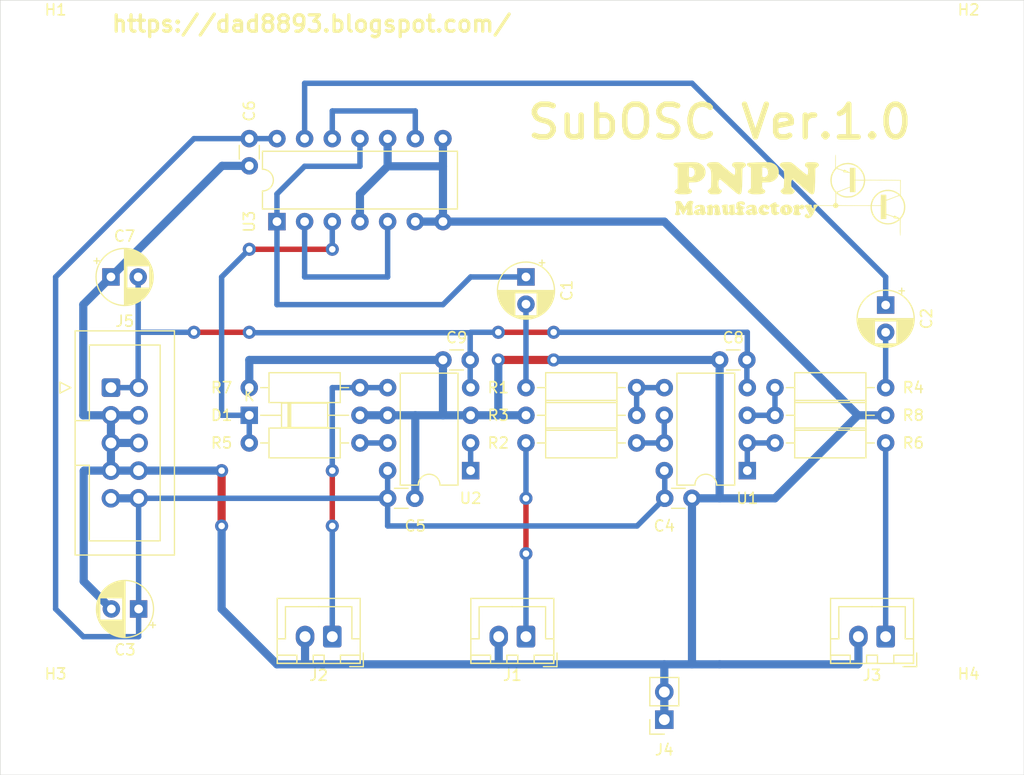
<source format=kicad_pcb>
(kicad_pcb (version 20171130) (host pcbnew "(5.1.10)-1")

  (general
    (thickness 1.6)
    (drawings 20)
    (tracks 149)
    (zones 0)
    (modules 32)
    (nets 20)
  )

  (page A4)
  (title_block
    (title SubOSC)
    (date 2021-10-03)
    (rev "Ver. 1.0")
    (company "PNPN Manufactory")
  )

  (layers
    (0 F.Cu signal)
    (31 B.Cu signal)
    (32 B.Adhes user)
    (33 F.Adhes user)
    (34 B.Paste user)
    (35 F.Paste user)
    (36 B.SilkS user)
    (37 F.SilkS user)
    (38 B.Mask user)
    (39 F.Mask user)
    (40 Dwgs.User user)
    (41 Cmts.User user)
    (42 Eco1.User user)
    (43 Eco2.User user)
    (44 Edge.Cuts user)
    (45 Margin user)
    (46 B.CrtYd user)
    (47 F.CrtYd user)
    (48 B.Fab user)
    (49 F.Fab user hide)
  )

  (setup
    (last_trace_width 0.25)
    (user_trace_width 0.5)
    (user_trace_width 0.75)
    (trace_clearance 0.2)
    (zone_clearance 0.508)
    (zone_45_only no)
    (trace_min 0.2)
    (via_size 0.8)
    (via_drill 0.4)
    (via_min_size 0.4)
    (via_min_drill 0.3)
    (user_via 1 0.5)
    (user_via 1.2 0.6)
    (uvia_size 0.3)
    (uvia_drill 0.1)
    (uvias_allowed no)
    (uvia_min_size 0.2)
    (uvia_min_drill 0.1)
    (edge_width 0.05)
    (segment_width 0.2)
    (pcb_text_width 0.3)
    (pcb_text_size 1.5 1.5)
    (mod_edge_width 0.12)
    (mod_text_size 1 1)
    (mod_text_width 0.15)
    (pad_size 1.524 1.524)
    (pad_drill 0.762)
    (pad_to_mask_clearance 0)
    (aux_axis_origin 0 0)
    (visible_elements 7FFFFFFF)
    (pcbplotparams
      (layerselection 0x010fc_ffffffff)
      (usegerberextensions false)
      (usegerberattributes true)
      (usegerberadvancedattributes true)
      (creategerberjobfile true)
      (excludeedgelayer true)
      (linewidth 0.100000)
      (plotframeref false)
      (viasonmask false)
      (mode 1)
      (useauxorigin false)
      (hpglpennumber 1)
      (hpglpenspeed 20)
      (hpglpendiameter 15.000000)
      (psnegative false)
      (psa4output false)
      (plotreference true)
      (plotvalue true)
      (plotinvisibletext false)
      (padsonsilk false)
      (subtractmaskfromsilk false)
      (outputformat 1)
      (mirror false)
      (drillshape 1)
      (scaleselection 1)
      (outputdirectory ""))
  )

  (net 0 "")
  (net 1 "Net-(C1-Pad2)")
  (net 2 "Net-(C1-Pad1)")
  (net 3 "Net-(C2-Pad2)")
  (net 4 "Net-(C2-Pad1)")
  (net 5 GND)
  (net 6 +12V)
  (net 7 -12V)
  (net 8 "Net-(D1-Pad1)")
  (net 9 "Net-(J1-Pad1)")
  (net 10 "Net-(J2-Pad1)")
  (net 11 "Net-(J3-Pad1)")
  (net 12 "Net-(R1-Pad1)")
  (net 13 "Net-(R2-Pad2)")
  (net 14 "Net-(R4-Pad1)")
  (net 15 "Net-(R5-Pad2)")
  (net 16 "Net-(R6-Pad2)")
  (net 17 "Net-(U3-Pad12)")
  (net 18 "Net-(U3-Pad2)")
  (net 19 "Net-(U2-Pad1)")

  (net_class Default "This is the default net class."
    (clearance 0.2)
    (trace_width 0.25)
    (via_dia 0.8)
    (via_drill 0.4)
    (uvia_dia 0.3)
    (uvia_drill 0.1)
    (add_net +12V)
    (add_net -12V)
    (add_net GND)
    (add_net "Net-(C1-Pad1)")
    (add_net "Net-(C1-Pad2)")
    (add_net "Net-(C2-Pad1)")
    (add_net "Net-(C2-Pad2)")
    (add_net "Net-(D1-Pad1)")
    (add_net "Net-(J1-Pad1)")
    (add_net "Net-(J2-Pad1)")
    (add_net "Net-(J3-Pad1)")
    (add_net "Net-(R1-Pad1)")
    (add_net "Net-(R2-Pad2)")
    (add_net "Net-(R4-Pad1)")
    (add_net "Net-(R5-Pad2)")
    (add_net "Net-(R6-Pad2)")
    (add_net "Net-(U2-Pad1)")
    (add_net "Net-(U3-Pad12)")
    (add_net "Net-(U3-Pad2)")
  )

  (module myfootprint:Silk_PNPN_Thyristor_1200dpi (layer F.Cu) (tedit 6156D79D) (tstamp 615735E6)
    (at 178.181 81.4705)
    (fp_text reference G*** (at -0.508 -7.747) (layer F.Fab) hide
      (effects (font (size 1.524 1.524) (thickness 0.3)))
    )
    (fp_text value LOGO (at 0.127 -5.461) (layer F.Fab) hide
      (effects (font (size 1.524 1.524) (thickness 0.3)))
    )
    (fp_poly (pts (xy -2.43201 -3.780699) (xy -2.425479 -3.7537) (xy -2.42053 -3.70395) (xy -2.416986 -3.627558)
      (xy -2.414668 -3.520636) (xy -2.413399 -3.379295) (xy -2.413001 -3.199645) (xy -2.413 -3.192928)
      (xy -2.41292 -3.018978) (xy -2.412477 -2.883119) (xy -2.411366 -2.781112) (xy -2.409282 -2.708714)
      (xy -2.405922 -2.661685) (xy -2.40098 -2.635783) (xy -2.394152 -2.626768) (xy -2.385133 -2.630397)
      (xy -2.373618 -2.642431) (xy -2.373476 -2.642595) (xy -2.336829 -2.675976) (xy -2.309976 -2.688167)
      (xy -2.287192 -2.700684) (xy -2.286 -2.706325) (xy -2.267538 -2.731433) (xy -2.217476 -2.767589)
      (xy -2.143799 -2.81084) (xy -2.054494 -2.857234) (xy -1.957548 -2.902818) (xy -1.860944 -2.943638)
      (xy -1.772671 -2.975742) (xy -1.703593 -2.994609) (xy -1.508975 -3.025125) (xy -1.320751 -3.038186)
      (xy -1.150607 -3.033358) (xy -1.04775 -3.018946) (xy -0.982633 -3.005803) (xy -0.933274 -2.995872)
      (xy -0.844969 -2.970773) (xy -0.735858 -2.929059) (xy -0.620652 -2.877148) (xy -0.514062 -2.82146)
      (xy -0.463318 -2.790823) (xy -0.287156 -2.657199) (xy -0.127202 -2.497255) (xy 0.011413 -2.31841)
      (xy 0.12356 -2.128084) (xy 0.204106 -1.933696) (xy 0.244427 -1.767417) (xy 0.254701 -1.706067)
      (xy 0.263106 -1.661584) (xy 0.269974 -1.609775) (xy 0.273547 -1.550589) (xy 0.275167 -1.481928)
      (xy 1.910234 -1.476506) (xy 3.545302 -1.471084) (xy 3.545648 -0.074084) (xy 3.644608 0.064132)
      (xy 3.701043 0.147839) (xy 3.756868 0.238942) (xy 3.806199 0.326936) (xy 3.843149 0.401317)
      (xy 3.861831 0.451581) (xy 3.861906 0.451926) (xy 3.874232 0.493035) (xy 3.879841 0.508)
      (xy 3.925737 0.663152) (xy 3.952312 0.843601) (xy 3.959378 1.036878) (xy 3.946747 1.230518)
      (xy 3.914229 1.412051) (xy 3.894552 1.481828) (xy 3.841547 1.62363) (xy 3.774729 1.765492)
      (xy 3.700447 1.895815) (xy 3.625052 2.002997) (xy 3.583779 2.049525) (xy 3.549557 2.093924)
      (xy 3.538851 2.113025) (xy 3.534975 2.141854) (xy 3.531526 2.207937) (xy 3.528601 2.306192)
      (xy 3.526295 2.431542) (xy 3.524706 2.578907) (xy 3.523929 2.743208) (xy 3.523987 2.894541)
      (xy 3.524256 3.098806) (xy 3.523771 3.264281) (xy 3.522414 3.394503) (xy 3.520063 3.49301)
      (xy 3.516599 3.563341) (xy 3.511902 3.609033) (xy 3.505852 3.633625) (xy 3.498664 3.640666)
      (xy 3.491105 3.632883) (xy 3.484996 3.60716) (xy 3.480204 3.55994) (xy 3.476596 3.487663)
      (xy 3.474039 3.38677) (xy 3.472399 3.253703) (xy 3.471543 3.084904) (xy 3.471333 2.909828)
      (xy 3.471333 2.17899) (xy 3.33659 2.282264) (xy 3.12357 2.420385) (xy 2.898175 2.520401)
      (xy 2.664599 2.583161) (xy 2.427035 2.609518) (xy 2.189676 2.600321) (xy 1.956714 2.556423)
      (xy 1.732344 2.478673) (xy 1.520757 2.367923) (xy 1.326148 2.225024) (xy 1.152709 2.050827)
      (xy 1.004634 1.846183) (xy 0.979733 1.803964) (xy 0.942264 1.732329) (xy 0.905692 1.652698)
      (xy 0.874714 1.57658) (xy 0.854028 1.515487) (xy 0.848211 1.481666) (xy 0.842432 1.456484)
      (xy 0.82649 1.410193) (xy 0.825735 1.408202) (xy 0.807889 1.341005) (xy 0.79235 1.24579)
      (xy 0.780899 1.136868) (xy 0.775311 1.02855) (xy 0.77504 1.000125) (xy 0.775074 0.978958)
      (xy 0.886855 0.978958) (xy 0.887564 1.096703) (xy 0.899143 1.209665) (xy 0.923857 1.339605)
      (xy 0.924845 1.344083) (xy 0.997778 1.578125) (xy 1.107405 1.794762) (xy 1.250233 1.989903)
      (xy 1.422769 2.159451) (xy 1.621521 2.299315) (xy 1.824142 2.398102) (xy 1.917826 2.433537)
      (xy 1.994284 2.457158) (xy 2.070476 2.472896) (xy 2.163362 2.48468) (xy 2.2225 2.490423)
      (xy 2.293718 2.497681) (xy 2.345716 2.504304) (xy 2.3666 2.508657) (xy 2.389863 2.509576)
      (xy 2.408934 2.506361) (xy 2.450493 2.499942) (xy 2.515272 2.492586) (xy 2.550583 2.489261)
      (xy 2.610898 2.4834) (xy 2.649223 2.478524) (xy 2.656417 2.47669) (xy 2.674368 2.47094)
      (xy 2.709333 2.463771) (xy 2.82391 2.432207) (xy 2.956652 2.378351) (xy 3.094507 2.308504)
      (xy 3.224422 2.228969) (xy 3.283853 2.186374) (xy 3.339525 2.142787) (xy 3.365213 2.11711)
      (xy 3.365035 2.102164) (xy 3.343106 2.090772) (xy 3.339461 2.089397) (xy 3.295026 2.079128)
      (xy 3.223243 2.068955) (xy 3.139049 2.060966) (xy 3.132667 2.060514) (xy 3.02825 2.053098)
      (xy 2.959084 2.046581) (xy 2.918193 2.038816) (xy 2.898605 2.027658) (xy 2.893346 2.010961)
      (xy 2.895333 1.987486) (xy 2.895216 1.967155) (xy 2.885538 1.949579) (xy 2.860481 1.931758)
      (xy 2.814224 1.910693) (xy 2.740949 1.883383) (xy 2.634834 1.846828) (xy 2.599 1.834715)
      (xy 2.490027 1.798582) (xy 2.392869 1.767548) (xy 2.315702 1.744135) (xy 2.266705 1.730868)
      (xy 2.256038 1.728881) (xy 2.236732 1.730564) (xy 2.224598 1.745243) (xy 2.217859 1.780759)
      (xy 2.214735 1.844955) (xy 2.213705 1.915583) (xy 2.211917 2.106083) (xy 1.963208 2.109357)
      (xy 1.7145 2.112632) (xy 1.7145 0.910166) (xy 0.889 0.910166) (xy 0.886855 0.978958)
      (xy 0.775074 0.978958) (xy 0.775185 0.910166) (xy -2.17908 0.910166) (xy -2.210291 0.970523)
      (xy -2.269033 1.046018) (xy -2.345549 1.091799) (xy -2.430321 1.107629) (xy -2.51383 1.093267)
      (xy -2.586555 1.048476) (xy -2.635286 0.981185) (xy -2.668986 0.910166) (xy -3.495257 0.910166)
      (xy -3.711915 0.909902) (xy -3.889452 0.909039) (xy -4.031078 0.907474) (xy -4.14 0.905103)
      (xy -4.21943 0.901821) (xy -4.272576 0.897526) (xy -4.302647 0.892114) (xy -4.312853 0.88548)
      (xy -4.312708 0.883708) (xy -4.301257 0.876647) (xy -4.269916 0.870865) (xy -4.215465 0.86626)
      (xy -4.134687 0.862727) (xy -4.024362 0.860164) (xy -3.881271 0.858465) (xy -3.702196 0.857528)
      (xy -3.490736 0.85725) (xy -2.677583 0.85725) (xy -2.641663 0.778067) (xy -2.585543 0.700089)
      (xy -2.532428 0.663923) (xy -2.478957 0.627516) (xy -2.452387 0.586716) (xy -2.451932 0.584356)
      (xy -2.449773 0.550102) (xy -2.447963 0.480748) (xy -2.446599 0.383526) (xy -2.445778 0.26567)
      (xy -2.445666 0.183987) (xy -2.391833 0.183987) (xy -2.391833 0.627159) (xy -2.322799 0.660079)
      (xy -2.254744 0.710526) (xy -2.207645 0.790431) (xy -2.195364 0.8255) (xy -2.189502 0.831697)
      (xy -2.174127 0.837047) (xy -2.146403 0.84161) (xy -2.103493 0.845447) (xy -2.042561 0.848617)
      (xy -1.960768 0.851182) (xy -1.85528 0.8532) (xy -1.723258 0.854734) (xy -1.561866 0.855843)
      (xy -1.368268 0.856587) (xy -1.139625 0.857027) (xy -0.873103 0.857223) (xy -0.703271 0.85725)
      (xy 0.779013 0.85725) (xy 0.782941 0.83168) (xy 0.902181 0.83168) (xy 0.909942 0.846513)
      (xy 0.935736 0.849942) (xy 0.996845 0.852946) (xy 1.086253 0.855336) (xy 1.196942 0.85692)
      (xy 1.315628 0.857507) (xy 1.703917 0.857765) (xy 1.713262 0.427886) (xy 2.211917 0.427886)
      (xy 2.215681 1.023568) (xy 2.216709 1.178325) (xy 2.217737 1.319141) (xy 2.21872 1.440499)
      (xy 2.219608 1.536884) (xy 2.220354 1.60278) (xy 2.22091 1.632671) (xy 2.220973 1.633698)
      (xy 2.240648 1.650589) (xy 2.287166 1.670243) (xy 2.338917 1.684855) (xy 2.365726 1.693237)
      (xy 2.424511 1.712956) (xy 2.507311 1.741303) (xy 2.606169 1.775569) (xy 2.635185 1.785696)
      (xy 2.736071 1.819601) (xy 2.822407 1.846058) (xy 2.886549 1.862918) (xy 2.920853 1.868031)
      (xy 2.924172 1.866964) (xy 2.940088 1.834966) (xy 2.945404 1.815201) (xy 2.953669 1.802866)
      (xy 2.975037 1.803093) (xy 3.015059 1.818054) (xy 3.079283 1.849922) (xy 3.17326 1.900871)
      (xy 3.195133 1.912996) (xy 3.303448 1.971477) (xy 3.380402 2.008738) (xy 3.430189 2.026533)
      (xy 3.457006 2.026615) (xy 3.460723 2.023962) (xy 3.484637 1.995523) (xy 3.524624 1.944191)
      (xy 3.569975 1.883833) (xy 3.621662 1.806767) (xy 3.674816 1.715846) (xy 3.723051 1.623309)
      (xy 3.75998 1.541398) (xy 3.779067 1.483118) (xy 3.786451 1.454074) (xy 3.788833 1.449916)
      (xy 3.795684 1.432942) (xy 3.799529 1.418166) (xy 3.837656 1.189787) (xy 3.846294 0.96236)
      (xy 3.82567 0.746168) (xy 3.780923 0.565675) (xy 3.725802 0.430146) (xy 3.651745 0.286174)
      (xy 3.568189 0.15055) (xy 3.487339 0.043261) (xy 3.467462 0.019804) (xy 3.449694 0.002616)
      (xy 3.428953 -0.007264) (xy 3.400156 -0.008794) (xy 3.35822 -0.000934) (xy 3.298062 0.017358)
      (xy 3.2146 0.047121) (xy 3.102752 0.089397) (xy 2.957434 0.145226) (xy 2.921 0.159227)
      (xy 2.863273 0.181246) (xy 2.783282 0.211572) (xy 2.69875 0.243487) (xy 2.615955 0.275149)
      (xy 2.54025 0.304917) (xy 2.487776 0.326441) (xy 2.487083 0.32674) (xy 2.428701 0.35023)
      (xy 2.353383 0.378368) (xy 2.31775 0.391035) (xy 2.211917 0.427886) (xy 1.713262 0.427886)
      (xy 1.725083 -0.115847) (xy 1.947333 -0.117221) (xy 2.041813 -0.117081) (xy 2.121336 -0.115616)
      (xy 2.175835 -0.113089) (xy 2.193918 -0.110765) (xy 2.206491 -0.086655) (xy 2.213612 -0.023351)
      (xy 2.215402 0.080414) (xy 2.215085 0.109321) (xy 2.214925 0.201077) (xy 2.217046 0.277225)
      (xy 2.221044 0.327652) (xy 2.224405 0.341766) (xy 2.248103 0.342596) (xy 2.303682 0.329074)
      (xy 2.383999 0.303258) (xy 2.478405 0.268565) (xy 2.588757 0.226091) (xy 2.723643 0.174473)
      (xy 2.867973 0.11947) (xy 3.006655 0.066843) (xy 3.042708 0.053208) (xy 3.150858 0.011771)
      (xy 3.2436 -0.024855) (xy 3.314348 -0.053979) (xy 3.356514 -0.072911) (xy 3.3655 -0.078612)
      (xy 3.347772 -0.103609) (xy 3.299905 -0.142264) (xy 3.229875 -0.18981) (xy 3.145658 -0.241484)
      (xy 3.055229 -0.292519) (xy 2.966564 -0.33815) (xy 2.887639 -0.373612) (xy 2.846917 -0.388458)
      (xy 2.758835 -0.414986) (xy 2.684916 -0.432999) (xy 2.611884 -0.444425) (xy 2.526466 -0.451189)
      (xy 2.415385 -0.45522) (xy 2.38125 -0.456044) (xy 2.262348 -0.456868) (xy 2.169235 -0.451851)
      (xy 2.085554 -0.439145) (xy 1.994951 -0.416903) (xy 1.9685 -0.409404) (xy 1.85728 -0.371972)
      (xy 1.739636 -0.323577) (xy 1.628337 -0.270206) (xy 1.536153 -0.217846) (xy 1.489821 -0.184989)
      (xy 1.330104 -0.038408) (xy 1.191034 0.119748) (xy 1.08124 0.279317) (xy 1.054185 0.328083)
      (xy 1.011872 0.418518) (xy 0.97324 0.517534) (xy 0.940621 0.616744) (xy 0.91635 0.707763)
      (xy 0.902759 0.782203) (xy 0.902181 0.83168) (xy 0.782941 0.83168) (xy 0.790395 0.783166)
      (xy 0.800485 0.723819) (xy 0.813597 0.662547) (xy 0.833322 0.582083) (xy 0.906349 0.373986)
      (xy 1.015954 0.172342) (xy 1.156383 -0.01613) (xy 1.321879 -0.184711) (xy 1.506689 -0.326681)
      (xy 1.704383 -0.435021) (xy 1.948873 -0.521024) (xy 2.199208 -0.567112) (xy 2.450802 -0.57388)
      (xy 2.699073 -0.54192) (xy 2.939437 -0.471826) (xy 3.16731 -0.364191) (xy 3.378108 -0.21961)
      (xy 3.380003 -0.218071) (xy 3.489756 -0.128748) (xy 3.490083 -0.773458) (xy 3.489757 -0.966974)
      (xy 3.488478 -1.121398) (xy 3.486121 -1.239961) (xy 3.48256 -1.325897) (xy 3.477671 -1.382437)
      (xy 3.471327 -1.412814) (xy 3.464996 -1.420465) (xy 3.440206 -1.420874) (xy 3.376431 -1.421339)
      (xy 3.277019 -1.421849) (xy 3.145318 -1.422393) (xy 2.984677 -1.422959) (xy 2.798443 -1.423536)
      (xy 2.589966 -1.424115) (xy 2.362593 -1.424683) (xy 2.119673 -1.425229) (xy 1.864553 -1.425743)
      (xy 1.857375 -1.425756) (xy 0.275167 -1.42875) (xy 0.273426 -1.354667) (xy 0.257385 -1.195142)
      (xy 0.219166 -1.021555) (xy 0.163319 -0.852671) (xy 0.136204 -0.788751) (xy 0.010201 -0.563141)
      (xy -0.148691 -0.362645) (xy -0.337205 -0.190365) (xy -0.55207 -0.049402) (xy -0.732913 0.035648)
      (xy -0.827886 0.072623) (xy -0.903508 0.098675) (xy -0.971564 0.116032) (xy -1.043839 0.126925)
      (xy -1.132116 0.133582) (xy -1.248182 0.138235) (xy -1.280583 0.139273) (xy -1.41211 0.141327)
      (xy -1.515071 0.137354) (xy -1.602942 0.126318) (xy -1.685834 0.108054) (xy -1.908838 0.034584)
      (xy -2.118045 -0.068418) (xy -2.323956 -0.206305) (xy -2.365375 -0.238309) (xy -2.374464 -0.237409)
      (xy -2.38133 -0.215679) (xy -2.386236 -0.168919) (xy -2.389446 -0.092934) (xy -2.391222 0.016474)
      (xy -2.391827 0.163503) (xy -2.391833 0.183987) (xy -2.445666 0.183987) (xy -2.445597 0.13441)
      (xy -2.445631 0.114092) (xy -2.446507 -0.30939) (xy -2.272656 -0.30939) (xy -2.272598 -0.30831)
      (xy -2.251031 -0.286256) (xy -2.203529 -0.250653) (xy -2.144235 -0.211667) (xy -1.943729 -0.100852)
      (xy -1.751848 -0.025091) (xy -1.558455 0.018514) (xy -1.353413 0.032857) (xy -1.291167 0.031982)
      (xy -1.189776 0.027712) (xy -1.096569 0.021712) (xy -1.024549 0.014918) (xy -0.996058 0.010683)
      (xy -0.8137 -0.043746) (xy -0.627536 -0.132801) (xy -0.447286 -0.250992) (xy -0.283929 -0.391584)
      (xy -0.119123 -0.578175) (xy 0.006329 -0.775847) (xy 0.095011 -0.989931) (xy 0.149512 -1.225758)
      (xy 0.160194 -1.307042) (xy 0.165961 -1.37163) (xy 0.162549 -1.40492) (xy 0.146471 -1.417565)
      (xy 0.123235 -1.419935) (xy 0.085878 -1.420748) (xy 0.014622 -1.421846) (xy -0.082101 -1.423114)
      (xy -0.195859 -1.42444) (xy -0.269877 -1.425227) (xy -0.613838 -1.42875) (xy -0.615439 -1.36525)
      (xy -0.615936 -1.325863) (xy -0.616427 -1.251278) (xy -0.616883 -1.148632) (xy -0.617275 -1.02506)
      (xy -0.617573 -0.887699) (xy -0.617659 -0.830792) (xy -0.618277 -0.359834) (xy -1.116569 -0.359834)
      (xy -1.116954 -0.562198) (xy -1.118127 -0.650362) (xy -1.120963 -0.721389) (xy -1.12497 -0.765484)
      (xy -1.127602 -0.774825) (xy -1.150398 -0.771937) (xy -1.202835 -0.755589) (xy -1.275581 -0.72885)
      (xy -1.315058 -0.713191) (xy -1.392358 -0.682086) (xy -1.499074 -0.639507) (xy -1.625203 -0.589427)
      (xy -1.760745 -0.535817) (xy -1.886965 -0.486082) (xy -2.009857 -0.436514) (xy -2.115231 -0.39159)
      (xy -2.197728 -0.353781) (xy -2.25199 -0.325558) (xy -2.272656 -0.30939) (xy -2.446507 -0.30939)
      (xy -2.446512 -0.311566) (xy -2.530298 -0.407391) (xy -2.626742 -0.534543) (xy -2.717393 -0.684795)
      (xy -2.794814 -0.843683) (xy -2.851572 -0.996745) (xy -2.870384 -1.068917) (xy -2.898488 -1.247652)
      (xy -2.909982 -1.433409) (xy -2.909362 -1.452177) (xy -2.798085 -1.452177) (xy -2.797867 -1.420333)
      (xy -2.79373 -1.309599) (xy -2.783573 -1.215186) (xy -2.764547 -1.118724) (xy -2.733801 -1.001845)
      (xy -2.73192 -0.995188) (xy -2.699172 -0.902944) (xy -2.652135 -0.800888) (xy -2.595425 -0.69615)
      (xy -2.533661 -0.595858) (xy -2.47146 -0.507142) (xy -2.413441 -0.43713) (xy -2.36422 -0.392952)
      (xy -2.334095 -0.381) (xy -2.305697 -0.388467) (xy -2.245039 -0.409167) (xy -2.15914 -0.440545)
      (xy -2.05502 -0.480051) (xy -1.962204 -0.516233) (xy -1.759677 -0.595998) (xy -1.593056 -0.661382)
      (xy -1.458924 -0.713682) (xy -1.353862 -0.754194) (xy -1.274453 -0.784216) (xy -1.217281 -0.805043)
      (xy -1.178926 -0.817973) (xy -1.155972 -0.824303) (xy -1.147105 -0.8255) (xy -1.140243 -0.825831)
      (xy -1.134554 -0.829218) (xy -1.129941 -0.839259) (xy -1.126307 -0.859548) (xy -1.123556 -0.893682)
      (xy -1.121592 -0.945257) (xy -1.120318 -1.017868) (xy -1.119636 -1.11511) (xy -1.119452 -1.240581)
      (xy -1.119667 -1.397874) (xy -1.120186 -1.590587) (xy -1.120851 -1.802958) (xy -1.121833 -2.113666)
      (xy -1.232958 -2.13491) (xy -1.320972 -2.148621) (xy -1.432445 -2.161749) (xy -1.548545 -2.172434)
      (xy -1.650439 -2.178815) (xy -1.687518 -2.179795) (xy -1.719715 -2.185012) (xy -1.722829 -2.208281)
      (xy -1.71426 -2.233716) (xy -1.704814 -2.273933) (xy -1.72334 -2.296897) (xy -1.751826 -2.309517)
      (xy -1.80741 -2.329728) (xy -1.88376 -2.356062) (xy -1.968947 -2.384581) (xy -2.051042 -2.411347)
      (xy -2.118115 -2.432422) (xy -2.158238 -2.44387) (xy -2.160157 -2.444301) (xy -2.20094 -2.456861)
      (xy -2.258147 -2.478553) (xy -2.26737 -2.482357) (xy -2.312413 -2.498394) (xy -2.347748 -2.499129)
      (xy -2.382373 -2.4798) (xy -2.425287 -2.435649) (xy -2.478502 -2.370667) (xy -2.616582 -2.164732)
      (xy -2.716394 -1.941453) (xy -2.777156 -1.703159) (xy -2.798085 -1.452177) (xy -2.909362 -1.452177)
      (xy -2.904195 -1.608364) (xy -2.893768 -1.691365) (xy -2.882641 -1.761196) (xy -2.874945 -1.815607)
      (xy -2.872799 -1.836209) (xy -2.859666 -1.86085) (xy -2.852723 -1.862667) (xy -2.843623 -1.87596)
      (xy -2.84749 -1.884761) (xy -2.848102 -1.918307) (xy -2.839956 -1.932386) (xy -2.820792 -1.961026)
      (xy -2.818333 -1.9685) (xy -2.804796 -2.023153) (xy -2.771076 -2.101854) (xy -2.722667 -2.19499)
      (xy -2.66506 -2.292949) (xy -2.603748 -2.386121) (xy -2.544222 -2.464894) (xy -2.517187 -2.495517)
      (xy -2.50336 -2.510983) (xy -2.492462 -2.528166) (xy -2.484138 -2.55195) (xy -2.48224 -2.562922)
      (xy -2.286 -2.562922) (xy -2.267013 -2.551048) (xy -2.214889 -2.529278) (xy -2.136884 -2.500387)
      (xy -2.040254 -2.467148) (xy -2.005542 -2.455706) (xy -1.901696 -2.421769) (xy -1.811265 -2.392086)
      (xy -1.742402 -2.369344) (xy -1.703265 -2.356229) (xy -1.698625 -2.354605) (xy -1.675816 -2.362512)
      (xy -1.672167 -2.377737) (xy -1.666937 -2.406186) (xy -1.647861 -2.417197) (xy -1.609856 -2.40948)
      (xy -1.547842 -2.381746) (xy -1.456738 -2.332709) (xy -1.425811 -2.315261) (xy -1.312249 -2.250411)
      (xy -1.231003 -2.205835) (xy -1.176703 -2.182522) (xy -1.143978 -2.18146) (xy -1.12746 -2.203637)
      (xy -1.121779 -2.25004) (xy -1.121566 -2.321658) (xy -1.121833 -2.371191) (xy -1.121833 -2.582334)
      (xy -0.618295 -2.582334) (xy -0.61683 -2.100792) (xy -0.616372 -1.958013) (xy -0.615902 -1.825831)
      (xy -0.61545 -1.711372) (xy -0.615045 -1.621762) (xy -0.614716 -1.56413) (xy -0.614599 -1.550459)
      (xy -0.613833 -1.481667) (xy 0.173704 -1.481667) (xy 0.16098 -1.582209) (xy 0.140681 -1.720878)
      (xy 0.116799 -1.832823) (xy 0.085167 -1.933651) (xy 0.041614 -2.038968) (xy 0.03515 -2.053167)
      (xy -0.081763 -2.260961) (xy -0.230535 -2.448977) (xy -0.405351 -2.611812) (xy -0.600399 -2.744061)
      (xy -0.809864 -2.840318) (xy -0.812615 -2.841293) (xy -1.055535 -2.905238) (xy -1.302139 -2.927822)
      (xy -1.548173 -2.909265) (xy -1.789388 -2.849789) (xy -1.957917 -2.781646) (xy -2.044283 -2.737257)
      (xy -2.128309 -2.688314) (xy -2.201778 -2.640295) (xy -2.256473 -2.598678) (xy -2.284177 -2.568941)
      (xy -2.286 -2.562922) (xy -2.48224 -2.562922) (xy -2.478035 -2.587218) (xy -2.473795 -2.638855)
      (xy -2.471064 -2.711744) (xy -2.469487 -2.810769) (xy -2.468708 -2.940814) (xy -2.468373 -3.106762)
      (xy -2.468302 -3.167559) (xy -2.467739 -3.352756) (xy -2.466395 -3.499438) (xy -2.464099 -3.611417)
      (xy -2.460679 -3.692507) (xy -2.455963 -3.74652) (xy -2.449779 -3.77727) (xy -2.441956 -3.788571)
      (xy -2.440303 -3.788834) (xy -2.43201 -3.780699)) (layer F.SilkS) (width 0.01))
  )

  (module myfootprint:Silk_PNPN_Manufactory_600dpi (layer F.Cu) (tedit 5F22FC8E) (tstamp 615734A3)
    (at 167.513 80.645)
    (fp_text reference G*** (at -3.81 -3.81) (layer F.Fab) hide
      (effects (font (size 1.524 1.524) (thickness 0.3)))
    )
    (fp_text value LOGO (at 2.54 -3.81) (layer F.Fab) hide
      (effects (font (size 1.524 1.524) (thickness 0.3)))
    )
    (fp_poly (pts (xy 6.555999 1.627306) (xy 6.606377 1.6794) (xy 6.578237 1.75921) (xy 6.522965 1.81769)
      (xy 6.433409 1.929915) (xy 6.341009 2.102738) (xy 6.283903 2.241076) (xy 6.163103 2.503724)
      (xy 6.023185 2.69791) (xy 5.869227 2.819461) (xy 5.706308 2.864205) (xy 5.559018 2.836511)
      (xy 5.464147 2.769362) (xy 5.420464 2.712691) (xy 5.398957 2.635081) (xy 5.439625 2.562358)
      (xy 5.46003 2.54097) (xy 5.550378 2.46911) (xy 5.619702 2.471677) (xy 5.690706 2.550601)
      (xy 5.697726 2.561167) (xy 5.768278 2.645099) (xy 5.820072 2.662194) (xy 5.841886 2.609242)
      (xy 5.842 2.602443) (xy 5.821823 2.525548) (xy 5.768954 2.398913) (xy 5.694886 2.245022)
      (xy 5.61111 2.086356) (xy 5.529121 1.945399) (xy 5.460411 1.844635) (xy 5.445874 1.827505)
      (xy 5.386344 1.756937) (xy 5.38309 1.715568) (xy 5.434366 1.670932) (xy 5.437341 1.668755)
      (xy 5.53103 1.633484) (xy 5.671911 1.61375) (xy 5.824364 1.610958) (xy 5.952767 1.626511)
      (xy 6.00528 1.646363) (xy 6.042527 1.713596) (xy 6.036832 1.764352) (xy 6.036541 1.852279)
      (xy 6.07539 1.932168) (xy 6.134259 1.976156) (xy 6.178047 1.970119) (xy 6.211573 1.90118)
      (xy 6.204639 1.79923) (xy 6.200588 1.693618) (xy 6.246908 1.634493) (xy 6.356703 1.610758)
      (xy 6.429663 1.608667) (xy 6.555999 1.627306)) (layer F.SilkS) (width 0.01))
    (fp_poly (pts (xy -4.998126 1.276472) (xy -4.902965 1.292379) (xy -4.892962 1.295696) (xy -4.835619 1.354973)
      (xy -4.834818 1.444644) (xy -4.878916 1.517682) (xy -4.909562 1.593082) (xy -4.926529 1.72733)
      (xy -4.930664 1.895861) (xy -4.922811 2.07411) (xy -4.903816 2.237512) (xy -4.874525 2.361503)
      (xy -4.848138 2.411927) (xy -4.801324 2.473754) (xy -4.818663 2.511106) (xy -4.862038 2.536631)
      (xy -4.960943 2.565996) (xy -5.098847 2.579984) (xy -5.24593 2.578967) (xy -5.372373 2.563315)
      (xy -5.448356 2.533397) (xy -5.452316 2.529296) (xy -5.469872 2.458592) (xy -5.436333 2.394205)
      (xy -5.397217 2.308692) (xy -5.378117 2.204303) (xy -5.379584 2.108478) (xy -5.402172 2.04866)
      (xy -5.42925 2.042339) (xy -5.474229 2.087276) (xy -5.538306 2.186813) (xy -5.597854 2.299867)
      (xy -5.664391 2.424736) (xy -5.722855 2.511572) (xy -5.756999 2.54) (xy -5.795617 2.504724)
      (xy -5.856946 2.411742) (xy -5.928439 2.280327) (xy -5.936148 2.264833) (xy -6.00657 2.130642)
      (xy -6.066079 2.032684) (xy -6.102898 1.99014) (xy -6.105086 1.989667) (xy -6.132316 2.025776)
      (xy -6.141709 2.114035) (xy -6.135495 2.224339) (xy -6.115908 2.326585) (xy -6.085179 2.390667)
      (xy -6.074833 2.397691) (xy -6.017534 2.451664) (xy -6.02781 2.519262) (xy -6.078296 2.556637)
      (xy -6.191111 2.580759) (xy -6.319548 2.582283) (xy -6.432505 2.563893) (xy -6.498881 2.528274)
      (xy -6.503607 2.519921) (xy -6.495888 2.44349) (xy -6.459945 2.389897) (xy -6.422156 2.307674)
      (xy -6.398 2.166946) (xy -6.387429 1.992761) (xy -6.390395 1.810169) (xy -6.406851 1.644217)
      (xy -6.43675 1.519955) (xy -6.461676 1.475211) (xy -6.507159 1.389093) (xy -6.476221 1.324114)
      (xy -6.375588 1.285454) (xy -6.211988 1.278294) (xy -6.206394 1.278607) (xy -6.091985 1.288172)
      (xy -6.016008 1.311496) (xy -5.955188 1.365346) (xy -5.886251 1.466487) (xy -5.839912 1.542601)
      (xy -5.758062 1.670424) (xy -5.688307 1.765711) (xy -5.645497 1.80821) (xy -5.645001 1.808388)
      (xy -5.603786 1.78222) (xy -5.548738 1.699498) (xy -5.522438 1.646428) (xy -5.429098 1.46204)
      (xy -5.341094 1.346722) (xy -5.244277 1.287151) (xy -5.124499 1.270002) (xy -5.122723 1.27)
      (xy -4.998126 1.276472)) (layer F.SilkS) (width 0.01))
    (fp_poly (pts (xy -3.987801 1.64726) (xy -3.864106 1.706783) (xy -3.794694 1.82001) (xy -3.76867 1.998281)
      (xy -3.767666 2.055753) (xy -3.759337 2.204702) (xy -3.730573 2.290955) (xy -3.693583 2.326109)
      (xy -3.651426 2.360625) (xy -3.661219 2.400569) (xy -3.729746 2.468747) (xy -3.738277 2.476379)
      (xy -3.870487 2.559596) (xy -3.99744 2.579019) (xy -4.096718 2.532681) (xy -4.156992 2.504218)
      (xy -4.248522 2.529613) (xy -4.255343 2.532681) (xy -4.435037 2.579372) (xy -4.590861 2.544855)
      (xy -4.679757 2.478424) (xy -4.759592 2.385837) (xy -4.774824 2.312023) (xy -4.758964 2.283873)
      (xy -4.35147 2.283873) (xy -4.308292 2.352141) (xy -4.255828 2.370667) (xy -4.203381 2.334008)
      (xy -4.191 2.264833) (xy -4.216904 2.183263) (xy -4.275228 2.156972) (xy -4.33689 2.197925)
      (xy -4.340419 2.20336) (xy -4.35147 2.283873) (xy -4.758964 2.283873) (xy -4.726208 2.225736)
      (xy -4.68702 2.178363) (xy -4.581156 2.092995) (xy -4.433171 2.049142) (xy -4.390686 2.043496)
      (xy -4.268752 2.024619) (xy -4.209662 1.995169) (xy -4.191649 1.941612) (xy -4.191 1.919332)
      (xy -4.216052 1.822731) (xy -4.283386 1.792968) (xy -4.381269 1.831682) (xy -4.445 1.883833)
      (xy -4.55182 1.959761) (xy -4.637595 1.97363) (xy -4.687217 1.927351) (xy -4.691386 1.852669)
      (xy -4.636639 1.754195) (xy -4.511456 1.681235) (xy -4.327561 1.63886) (xy -4.176676 1.630101)
      (xy -3.987801 1.64726)) (layer F.SilkS) (width 0.01))
    (fp_poly (pts (xy -2.58197 1.64605) (xy -2.477292 1.751426) (xy -2.420771 1.914635) (xy -2.413 2.017902)
      (xy -2.398155 2.174612) (xy -2.361483 2.324994) (xy -2.351774 2.350587) (xy -2.315533 2.449135)
      (xy -2.318829 2.501218) (xy -2.364566 2.536705) (xy -2.370157 2.539727) (xy -2.470887 2.568257)
      (xy -2.610741 2.580159) (xy -2.75204 2.575057) (xy -2.857102 2.552577) (xy -2.872454 2.544735)
      (xy -2.907776 2.496441) (xy -2.883037 2.421167) (xy -2.848488 2.309008) (xy -2.837027 2.167812)
      (xy -2.847704 2.030337) (xy -2.879568 1.929341) (xy -2.897979 1.906539) (xy -2.971995 1.870771)
      (xy -3.019765 1.910166) (xy -3.042379 2.026908) (xy -3.042333 2.195462) (xy -3.040447 2.347363)
      (xy -3.048106 2.468521) (xy -3.062416 2.529417) (xy -3.12301 2.561104) (xy -3.235358 2.578086)
      (xy -3.367713 2.57964) (xy -3.488326 2.565044) (xy -3.556 2.540643) (xy -3.596697 2.495876)
      (xy -3.575896 2.430376) (xy -3.566583 2.414866) (xy -3.52936 2.308463) (xy -3.514291 2.167115)
      (xy -3.520735 2.022779) (xy -3.548047 1.907406) (xy -3.577689 1.862233) (xy -3.615397 1.796989)
      (xy -3.570628 1.734928) (xy -3.445565 1.678187) (xy -3.36664 1.655703) (xy -3.219974 1.621555)
      (xy -3.136857 1.61356) (xy -3.099569 1.634131) (xy -3.090388 1.685682) (xy -3.090333 1.693333)
      (xy -3.075329 1.762164) (xy -3.054561 1.778) (xy -3.002306 1.749693) (xy -2.942166 1.693333)
      (xy -2.829356 1.624646) (xy -2.727011 1.608667) (xy -2.58197 1.64605)) (layer F.SilkS) (width 0.01))
    (fp_poly (pts (xy -0.326551 1.325609) (xy -0.187995 1.370284) (xy -0.10677 1.44915) (xy -0.092656 1.537259)
      (xy -0.138199 1.617129) (xy -0.23124 1.643114) (xy -0.351576 1.612171) (xy -0.401837 1.583823)
      (xy -0.501968 1.538691) (xy -0.555768 1.554835) (xy -0.556476 1.604116) (xy -0.49958 1.667978)
      (xy -0.40637 1.730262) (xy -0.29813 1.77481) (xy -0.253445 1.784325) (xy -0.167288 1.823419)
      (xy -0.129921 1.890923) (xy -0.145871 1.958288) (xy -0.219664 1.996966) (xy -0.219735 1.996976)
      (xy -0.287855 2.021983) (xy -0.311316 2.087879) (xy -0.311224 2.148726) (xy -0.266698 2.298167)
      (xy -0.205391 2.370948) (xy -0.139403 2.432378) (xy -0.135141 2.471437) (xy -0.188008 2.518805)
      (xy -0.286153 2.557864) (xy -0.434741 2.578746) (xy -0.601455 2.581161) (xy -0.753982 2.564815)
      (xy -0.860006 2.529417) (xy -0.866654 2.52493) (xy -0.938695 2.489559) (xy -1.016807 2.506174)
      (xy -1.054662 2.524669) (xy -1.181525 2.568791) (xy -1.31185 2.580802) (xy -1.417175 2.561211)
      (xy -1.466941 2.517314) (xy -1.493176 2.475885) (xy -1.539786 2.485773) (xy -1.591123 2.517314)
      (xy -1.738659 2.573997) (xy -1.892888 2.570381) (xy -2.021041 2.507927) (xy -2.032 2.497667)
      (xy -2.084101 2.422476) (xy -2.110104 2.314128) (xy -2.116666 2.162024) (xy -2.128408 1.979492)
      (xy -2.165158 1.867745) (xy -2.184278 1.843436) (xy -2.23065 1.761355) (xy -2.199807 1.692679)
      (xy -2.098723 1.641843) (xy -1.934374 1.61328) (xy -1.815041 1.608667) (xy -1.693333 1.608667)
      (xy -1.693333 1.94215) (xy -1.683467 2.155995) (xy -1.654443 2.293098) (xy -1.607124 2.351454)
      (xy -1.542371 2.329056) (xy -1.531459 2.318859) (xy -1.495212 2.235846) (xy -1.482587 2.107185)
      (xy -1.492539 1.968219) (xy -1.524024 1.854295) (xy -1.546234 1.819153) (xy -1.58859 1.758247)
      (xy -1.566865 1.712421) (xy -1.54483 1.693054) (xy -1.465164 1.656841) (xy -1.338092 1.627244)
      (xy -1.268595 1.618098) (xy -1.058333 1.597894) (xy -1.058333 1.95793) (xy -1.050923 2.175375)
      (xy -1.026312 2.316337) (xy -0.980929 2.387893) (xy -0.911203 2.397123) (xy -0.849373 2.372115)
      (xy -0.788101 2.304957) (xy -0.757703 2.204578) (xy -0.758381 2.099566) (xy -0.790336 2.018509)
      (xy -0.846666 1.989667) (xy -0.917419 1.959732) (xy -0.931333 1.905) (xy -0.913398 1.836213)
      (xy -0.8885 1.820333) (xy -0.86516 1.782791) (xy -0.868037 1.682242) (xy -0.871143 1.661009)
      (xy -0.866873 1.514123) (xy -0.796613 1.410686) (xy -0.655758 1.346386) (xy -0.509117 1.322007)
      (xy -0.326551 1.325609)) (layer F.SilkS) (width 0.01))
    (fp_poly (pts (xy 0.753532 1.64726) (xy 0.877227 1.706783) (xy 0.946639 1.82001) (xy 0.972663 1.998281)
      (xy 0.973667 2.055753) (xy 0.981996 2.204702) (xy 1.010761 2.290955) (xy 1.04775 2.326109)
      (xy 1.089908 2.360625) (xy 1.080114 2.400569) (xy 1.011587 2.468747) (xy 1.003056 2.476379)
      (xy 0.870847 2.559596) (xy 0.743893 2.579019) (xy 0.644615 2.532681) (xy 0.584341 2.504218)
      (xy 0.492811 2.529613) (xy 0.48599 2.532681) (xy 0.306296 2.579372) (xy 0.150472 2.544855)
      (xy 0.061576 2.478424) (xy -0.018259 2.385837) (xy -0.03349 2.312023) (xy -0.01763 2.283873)
      (xy 0.389863 2.283873) (xy 0.433042 2.352141) (xy 0.485505 2.370667) (xy 0.537952 2.334008)
      (xy 0.550334 2.264833) (xy 0.524429 2.183263) (xy 0.466105 2.156972) (xy 0.404444 2.197925)
      (xy 0.400914 2.20336) (xy 0.389863 2.283873) (xy -0.01763 2.283873) (xy 0.015126 2.225736)
      (xy 0.054314 2.178363) (xy 0.160177 2.092995) (xy 0.308162 2.049142) (xy 0.350647 2.043496)
      (xy 0.472582 2.024619) (xy 0.531671 1.995169) (xy 0.549684 1.941612) (xy 0.550334 1.919332)
      (xy 0.525281 1.822731) (xy 0.457947 1.792968) (xy 0.360065 1.831682) (xy 0.296334 1.883833)
      (xy 0.189514 1.959761) (xy 0.103738 1.97363) (xy 0.054117 1.927351) (xy 0.049948 1.852669)
      (xy 0.104694 1.754195) (xy 0.229877 1.681235) (xy 0.413772 1.63886) (xy 0.564657 1.630101)
      (xy 0.753532 1.64726)) (layer F.SilkS) (width 0.01))
    (fp_poly (pts (xy 1.829745 1.624475) (xy 1.992069 1.672766) (xy 2.103619 1.756862) (xy 2.137179 1.81827)
      (xy 2.142123 1.93351) (xy 2.091786 2.019956) (xy 2.008605 2.067382) (xy 1.915015 2.065567)
      (xy 1.833453 2.004286) (xy 1.811748 1.966562) (xy 1.74446 1.88265) (xy 1.675072 1.871312)
      (xy 1.59968 1.917207) (xy 1.573247 2.011054) (xy 1.599155 2.129454) (xy 1.629633 2.185802)
      (xy 1.684992 2.251726) (xy 1.755966 2.279469) (xy 1.874236 2.280056) (xy 1.896303 2.278604)
      (xy 2.040329 2.28547) (xy 2.110343 2.325839) (xy 2.103154 2.391595) (xy 2.015569 2.474621)
      (xy 1.981969 2.496375) (xy 1.800327 2.564497) (xy 1.596889 2.575303) (xy 1.409742 2.527532)
      (xy 1.386949 2.516065) (xy 1.242179 2.39515) (xy 1.163419 2.237047) (xy 1.153405 2.060825)
      (xy 1.214874 1.885554) (xy 1.283209 1.793095) (xy 1.390629 1.692839) (xy 1.500117 1.641541)
      (xy 1.636032 1.619671) (xy 1.829745 1.624475)) (layer F.SilkS) (width 0.01))
    (fp_poly (pts (xy 2.771129 1.421649) (xy 2.794 1.500151) (xy 2.809111 1.574147) (xy 2.870793 1.607858)
      (xy 2.931584 1.616568) (xy 3.031232 1.639803) (xy 3.067598 1.692408) (xy 3.069167 1.7145)
      (xy 3.047417 1.777533) (xy 2.968693 1.80769) (xy 2.929555 1.812583) (xy 2.789944 1.826)
      (xy 2.802555 2.066583) (xy 2.811999 2.202482) (xy 2.829701 2.274238) (xy 2.867205 2.302312)
      (xy 2.936054 2.307166) (xy 2.938288 2.307167) (xy 3.044024 2.325488) (xy 3.074145 2.374196)
      (xy 3.027779 2.443902) (xy 2.955856 2.496242) (xy 2.772638 2.570958) (xy 2.600266 2.571343)
      (xy 2.453323 2.497895) (xy 2.432243 2.478424) (xy 2.374053 2.407824) (xy 2.342468 2.325522)
      (xy 2.329901 2.203703) (xy 2.328334 2.097424) (xy 2.32573 1.947879) (xy 2.314122 1.864285)
      (xy 2.287809 1.82799) (xy 2.243667 1.820333) (xy 2.167888 1.799938) (xy 2.15914 1.745603)
      (xy 2.212247 1.667607) (xy 2.322037 1.576227) (xy 2.387866 1.53389) (xy 2.571155 1.43673)
      (xy 2.697881 1.399402) (xy 2.771129 1.421649)) (layer F.SilkS) (width 0.01))
    (fp_poly (pts (xy 3.875109 1.623637) (xy 4.049811 1.69557) (xy 4.183342 1.819352) (xy 4.2614 1.987227)
      (xy 4.275667 2.108855) (xy 4.23718 2.266921) (xy 4.133704 2.400439) (xy 3.98321 2.501756)
      (xy 3.803674 2.563218) (xy 3.613069 2.577173) (xy 3.429368 2.535966) (xy 3.357619 2.499774)
      (xy 3.213917 2.379557) (xy 3.14666 2.233472) (xy 3.14549 2.064945) (xy 3.18246 1.947986)
      (xy 3.599383 1.947986) (xy 3.600714 2.067349) (xy 3.623955 2.187999) (xy 3.66473 2.277289)
      (xy 3.732587 2.3439) (xy 3.781803 2.330251) (xy 3.807446 2.239631) (xy 3.81 2.180424)
      (xy 3.794153 2.022497) (xy 3.75227 1.898245) (xy 3.692839 1.828444) (xy 3.662881 1.820333)
      (xy 3.620069 1.856714) (xy 3.599383 1.947986) (xy 3.18246 1.947986) (xy 3.205088 1.876402)
      (xy 3.330271 1.737745) (xy 3.45939 1.666324) (xy 3.673535 1.611304) (xy 3.875109 1.623637)) (layer F.SilkS) (width 0.01))
    (fp_poly (pts (xy 4.860904 1.661134) (xy 4.868334 1.700712) (xy 4.868334 1.792758) (xy 4.966312 1.700712)
      (xy 5.092373 1.622022) (xy 5.210399 1.623484) (xy 5.309909 1.704636) (xy 5.317863 1.716234)
      (xy 5.363613 1.815186) (xy 5.349655 1.907615) (xy 5.341445 1.926733) (xy 5.26055 2.022054)
      (xy 5.147965 2.062504) (xy 5.034741 2.039967) (xy 5.000776 2.015758) (xy 4.930167 1.971411)
      (xy 4.888001 1.997886) (xy 4.869856 2.100148) (xy 4.868334 2.164566) (xy 4.884572 2.291694)
      (xy 4.939705 2.362803) (xy 4.953 2.370667) (xy 5.024633 2.437568) (xy 5.02796 2.509119)
      (xy 4.970704 2.556637) (xy 4.86343 2.57865) (xy 4.720174 2.584777) (xy 4.570103 2.57674)
      (xy 4.44238 2.556263) (xy 4.366173 2.525071) (xy 4.361843 2.520652) (xy 4.334323 2.457352)
      (xy 4.366638 2.379538) (xy 4.377826 2.363066) (xy 4.427299 2.246422) (xy 4.444118 2.106524)
      (xy 4.428473 1.976316) (xy 4.380558 1.88874) (xy 4.375033 1.884339) (xy 4.330369 1.818504)
      (xy 4.369156 1.748945) (xy 4.49035 1.677312) (xy 4.512308 1.667847) (xy 4.67934 1.614946)
      (xy 4.798384 1.612971) (xy 4.860904 1.661134)) (layer F.SilkS) (width 0.01))
    (fp_poly (pts (xy -4.755953 -2.274086) (xy -4.613611 -2.26682) (xy -4.502392 -2.253497) (xy -4.408934 -2.233614)
      (xy -4.366999 -2.221756) (xy -4.116774 -2.108197) (xy -3.924442 -1.944821) (xy -3.791377 -1.744837)
      (xy -3.718951 -1.521459) (xy -3.708539 -1.287899) (xy -3.761512 -1.057368) (xy -3.879246 -0.843079)
      (xy -4.063112 -0.658242) (xy -4.195563 -0.572476) (xy -4.317242 -0.511578) (xy -4.430758 -0.472362)
      (xy -4.563277 -0.448815) (xy -4.741964 -0.434921) (xy -4.836583 -0.430548) (xy -5.249333 -0.413486)
      (xy -5.249333 -0.189039) (xy -5.243157 -0.013288) (xy -5.218355 0.10093) (xy -5.165521 0.176245)
      (xy -5.075245 0.235286) (xy -5.072292 0.236819) (xy -4.97729 0.320997) (xy -4.956519 0.423323)
      (xy -5.008383 0.524267) (xy -5.101166 0.590936) (xy -5.219822 0.625751) (xy -5.398449 0.65064)
      (xy -5.612878 0.665091) (xy -5.838938 0.668586) (xy -6.052459 0.660612) (xy -6.229272 0.640653)
      (xy -6.324601 0.617013) (xy -6.480181 0.541679) (xy -6.551939 0.459733) (xy -6.540659 0.367817)
      (xy -6.447123 0.262573) (xy -6.4135 0.235703) (xy -6.265333 0.122691) (xy -6.265333 -1.166072)
      (xy -5.242966 -1.166072) (xy -5.235334 -1.025861) (xy -5.216436 -0.947579) (xy -5.198035 -0.924897)
      (xy -5.070321 -0.890433) (xy -4.93013 -0.930985) (xy -4.822743 -1.012744) (xy -4.744297 -1.106751)
      (xy -4.707855 -1.206386) (xy -4.699 -1.34905) (xy -4.727305 -1.554703) (xy -4.811397 -1.697943)
      (xy -4.950039 -1.77725) (xy -5.060952 -1.793588) (xy -5.228166 -1.799167) (xy -5.240368 -1.379332)
      (xy -5.242966 -1.166072) (xy -6.265333 -1.166072) (xy -6.265333 -1.78232) (xy -6.406286 -1.841214)
      (xy -6.559021 -1.927682) (xy -6.628981 -2.025595) (xy -6.625842 -2.114537) (xy -6.61122 -2.1511)
      (xy -6.5867 -2.179733) (xy -6.54229 -2.201772) (xy -6.467998 -2.218551) (xy -6.353831 -2.231407)
      (xy -6.189799 -2.241675) (xy -5.965908 -2.250691) (xy -5.672166 -2.259791) (xy -5.503333 -2.264583)
      (xy -5.187452 -2.272464) (xy -4.942779 -2.2758) (xy -4.755953 -2.274086)) (layer F.SilkS) (width 0.01))
    (fp_poly (pts (xy -2.742692 -2.281621) (xy -2.594677 -2.269093) (xy -2.503755 -2.246901) (xy -2.502208 -2.246098)
      (xy -2.44812 -2.207284) (xy -2.340853 -2.122362) (xy -2.191466 -2.000379) (xy -2.011018 -1.85038)
      (xy -1.810567 -1.681411) (xy -1.776071 -1.652109) (xy -1.574898 -1.484241) (xy -1.392459 -1.338041)
      (xy -1.239486 -1.221625) (xy -1.126711 -1.143109) (xy -1.064867 -1.11061) (xy -1.059663 -1.110325)
      (xy -1.016731 -1.147656) (xy -0.991076 -1.248037) (xy -0.981749 -1.352801) (xy -0.978743 -1.551994)
      (xy -1.000926 -1.687528) (xy -1.054627 -1.778284) (xy -1.146118 -1.843112) (xy -1.235343 -1.903737)
      (xy -1.264246 -1.979531) (xy -1.261921 -2.044) (xy -1.23727 -2.143161) (xy -1.178151 -2.212061)
      (xy -1.072984 -2.254818) (xy -0.910189 -2.275552) (xy -0.678184 -2.278382) (xy -0.607581 -2.276762)
      (xy -0.400158 -2.26824) (xy -0.259176 -2.254207) (xy -0.166438 -2.231417) (xy -0.103749 -2.196621)
      (xy -0.088997 -2.184189) (xy -0.022816 -2.098752) (xy 0 -2.027108) (xy -0.005954 -1.976534)
      (xy -0.03429 -1.929752) (xy -0.100718 -1.868558) (xy -0.211666 -1.781828) (xy -0.3175 -1.701019)
      (xy -0.339545 -0.649426) (xy -0.348386 -0.282457) (xy -0.359041 0.008711) (xy -0.37336 0.232946)
      (xy -0.393191 0.399113) (xy -0.420384 0.516079) (xy -0.456786 0.592711) (xy -0.504248 0.637874)
      (xy -0.564617 0.660435) (xy -0.614128 0.667404) (xy -0.66234 0.664652) (xy -0.720451 0.643976)
      (xy -0.797122 0.599027) (xy -0.901012 0.523456) (xy -1.040779 0.410913) (xy -1.225084 0.255049)
      (xy -1.462585 0.049514) (xy -1.49332 0.022737) (xy -1.709817 -0.164928) (xy -1.908416 -0.335108)
      (xy -2.079163 -0.479431) (xy -2.212104 -0.589525) (xy -2.297286 -0.657019) (xy -2.321101 -0.673463)
      (xy -2.41186 -0.695025) (xy -2.4759 -0.644598) (xy -2.516131 -0.518239) (xy -2.531235 -0.38885)
      (xy -2.530621 -0.17296) (xy -2.498715 0.006802) (xy -2.440036 0.134384) (xy -2.368006 0.191344)
      (xy -2.282214 0.248557) (xy -2.239303 0.304487) (xy -2.217038 0.384086) (xy -2.251113 0.467958)
      (xy -2.274914 0.501695) (xy -2.365342 0.589643) (xy -2.459149 0.640356) (xy -2.558343 0.654927)
      (xy -2.712326 0.663829) (xy -2.891393 0.666791) (xy -3.065839 0.663542) (xy -3.205959 0.65381)
      (xy -3.24824 0.647568) (xy -3.333816 0.604327) (xy -3.425201 0.522466) (xy -3.493983 0.43136)
      (xy -3.513666 0.373133) (xy -3.484836 0.324257) (xy -3.41138 0.242962) (xy -3.358734 0.192413)
      (xy -3.203801 0.050476) (xy -3.183955 -0.499131) (xy -3.178644 -0.739017) (xy -3.179089 -0.978959)
      (xy -3.184913 -1.190165) (xy -3.194933 -1.336572) (xy -3.216076 -1.496394) (xy -3.24746 -1.604329)
      (xy -3.304199 -1.693016) (xy -3.401407 -1.795093) (xy -3.412045 -1.805457) (xy -3.510007 -1.904506)
      (xy -3.577484 -1.980074) (xy -3.598333 -2.012037) (xy -3.5614 -2.107568) (xy -3.46765 -2.19584)
      (xy -3.381243 -2.239214) (xy -3.267075 -2.263283) (xy -3.105113 -2.278511) (xy -2.921578 -2.284692)
      (xy -2.742692 -2.281621)) (layer F.SilkS) (width 0.01))
    (fp_poly (pts (xy 1.975047 -2.274086) (xy 2.117389 -2.26682) (xy 2.228608 -2.253497) (xy 2.322066 -2.233614)
      (xy 2.364001 -2.221756) (xy 2.614226 -2.108197) (xy 2.806558 -1.944821) (xy 2.939623 -1.744837)
      (xy 3.012049 -1.521459) (xy 3.022461 -1.287899) (xy 2.969488 -1.057368) (xy 2.851754 -0.843079)
      (xy 2.667888 -0.658242) (xy 2.535437 -0.572476) (xy 2.413758 -0.511578) (xy 2.300242 -0.472362)
      (xy 2.167723 -0.448815) (xy 1.989036 -0.434921) (xy 1.894417 -0.430548) (xy 1.481667 -0.413486)
      (xy 1.481667 -0.189039) (xy 1.487843 -0.013288) (xy 1.512645 0.10093) (xy 1.565479 0.176245)
      (xy 1.655755 0.235286) (xy 1.658708 0.236819) (xy 1.75371 0.320997) (xy 1.774481 0.423323)
      (xy 1.722617 0.524267) (xy 1.629834 0.590936) (xy 1.511178 0.625751) (xy 1.332551 0.65064)
      (xy 1.118122 0.665091) (xy 0.892062 0.668586) (xy 0.678541 0.660612) (xy 0.501728 0.640653)
      (xy 0.406399 0.617013) (xy 0.250819 0.541679) (xy 0.179061 0.459733) (xy 0.190341 0.367817)
      (xy 0.283877 0.262573) (xy 0.3175 0.235703) (xy 0.465667 0.122691) (xy 0.465667 -1.166072)
      (xy 1.488034 -1.166072) (xy 1.495666 -1.025861) (xy 1.514564 -0.947579) (xy 1.532965 -0.924897)
      (xy 1.660679 -0.890433) (xy 1.80087 -0.930985) (xy 1.908257 -1.012744) (xy 1.986703 -1.106751)
      (xy 2.023145 -1.206386) (xy 2.032 -1.34905) (xy 2.003695 -1.554703) (xy 1.919603 -1.697943)
      (xy 1.780961 -1.77725) (xy 1.670048 -1.793588) (xy 1.502834 -1.799167) (xy 1.490632 -1.379332)
      (xy 1.488034 -1.166072) (xy 0.465667 -1.166072) (xy 0.465667 -1.78232) (xy 0.324714 -1.841214)
      (xy 0.171979 -1.927682) (xy 0.102019 -2.025595) (xy 0.105158 -2.114537) (xy 0.11978 -2.1511)
      (xy 0.1443 -2.179733) (xy 0.18871 -2.201772) (xy 0.263002 -2.218551) (xy 0.377169 -2.231407)
      (xy 0.541201 -2.241675) (xy 0.765092 -2.250691) (xy 1.058834 -2.259791) (xy 1.227667 -2.264583)
      (xy 1.543548 -2.272464) (xy 1.788221 -2.2758) (xy 1.975047 -2.274086)) (layer F.SilkS) (width 0.01))
    (fp_poly (pts (xy 3.945975 -2.281621) (xy 4.09399 -2.269093) (xy 4.184912 -2.246901) (xy 4.186458 -2.246098)
      (xy 4.240547 -2.207284) (xy 4.347813 -2.122362) (xy 4.4972 -2.000379) (xy 4.677649 -1.85038)
      (xy 4.878099 -1.681411) (xy 4.912595 -1.652109) (xy 5.113768 -1.484241) (xy 5.296208 -1.338041)
      (xy 5.449181 -1.221625) (xy 5.561956 -1.143109) (xy 5.623799 -1.11061) (xy 5.629003 -1.110325)
      (xy 5.671936 -1.147656) (xy 5.69759 -1.248037) (xy 5.706918 -1.352801) (xy 5.709923 -1.551994)
      (xy 5.68774 -1.687528) (xy 5.63404 -1.778284) (xy 5.542549 -1.843112) (xy 5.453323 -1.903737)
      (xy 5.424421 -1.979531) (xy 5.426746 -2.044) (xy 5.451397 -2.143161) (xy 5.510516 -2.212061)
      (xy 5.615683 -2.254818) (xy 5.778478 -2.275552) (xy 6.010482 -2.278382) (xy 6.081086 -2.276762)
      (xy 6.288509 -2.26824) (xy 6.429491 -2.254207) (xy 6.522229 -2.231417) (xy 6.584918 -2.196621)
      (xy 6.599669 -2.184189) (xy 6.66585 -2.098752) (xy 6.688667 -2.027108) (xy 6.682713 -1.976534)
      (xy 6.654377 -1.929752) (xy 6.587948 -1.868558) (xy 6.477 -1.781828) (xy 6.371167 -1.701019)
      (xy 6.349122 -0.649426) (xy 6.340281 -0.282457) (xy 6.329626 0.008711) (xy 6.315307 0.232946)
      (xy 6.295475 0.399113) (xy 6.268283 0.516079) (xy 6.23188 0.592711) (xy 6.184419 0.637874)
      (xy 6.12405 0.660435) (xy 6.074539 0.667404) (xy 6.026327 0.664652) (xy 5.968215 0.643976)
      (xy 5.891544 0.599027) (xy 5.787655 0.523456) (xy 5.647887 0.410913) (xy 5.463583 0.255049)
      (xy 5.226082 0.049514) (xy 5.195347 0.022737) (xy 4.97885 -0.164928) (xy 4.780251 -0.335108)
      (xy 4.609504 -0.479431) (xy 4.476562 -0.589525) (xy 4.391381 -0.657019) (xy 4.367566 -0.673463)
      (xy 4.276807 -0.695025) (xy 4.212767 -0.644598) (xy 4.172536 -0.518239) (xy 4.157431 -0.38885)
      (xy 4.158046 -0.17296) (xy 4.189951 0.006802) (xy 4.248631 0.134384) (xy 4.320661 0.191344)
      (xy 4.406453 0.248557) (xy 4.449364 0.304487) (xy 4.471628 0.384086) (xy 4.437553 0.467958)
      (xy 4.413753 0.501695) (xy 4.323325 0.589643) (xy 4.229517 0.640356) (xy 4.130324 0.654927)
      (xy 3.976341 0.663829) (xy 3.797274 0.666791) (xy 3.622828 0.663542) (xy 3.482708 0.65381)
      (xy 3.440427 0.647568) (xy 3.35485 0.604327) (xy 3.263466 0.522466) (xy 3.194684 0.43136)
      (xy 3.175 0.373133) (xy 3.20383 0.324257) (xy 3.277286 0.242962) (xy 3.329933 0.192413)
      (xy 3.484866 0.050476) (xy 3.504712 -0.499131) (xy 3.510023 -0.739017) (xy 3.509577 -0.978959)
      (xy 3.503753 -1.190165) (xy 3.493733 -1.336572) (xy 3.472591 -1.496394) (xy 3.441207 -1.604329)
      (xy 3.384467 -1.693016) (xy 3.287259 -1.795093) (xy 3.276621 -1.805457) (xy 3.17866 -1.904506)
      (xy 3.111183 -1.980074) (xy 3.090334 -2.012037) (xy 3.127267 -2.107568) (xy 3.221017 -2.19584)
      (xy 3.307424 -2.239214) (xy 3.421591 -2.263283) (xy 3.583553 -2.278511) (xy 3.767089 -2.284692)
      (xy 3.945975 -2.281621)) (layer F.SilkS) (width 0.01))
  )

  (module Package_DIP:DIP-14_W7.62mm (layer F.Cu) (tedit 5A02E8C5) (tstamp 6151F246)
    (at 124.46 83.82 90)
    (descr "14-lead though-hole mounted DIP package, row spacing 7.62 mm (300 mils)")
    (tags "THT DIP DIL PDIP 2.54mm 7.62mm 300mil")
    (path /61512BF0)
    (fp_text reference U3 (at 0 -2.54 90) (layer F.SilkS)
      (effects (font (size 1 1) (thickness 0.15)))
    )
    (fp_text value 4013 (at 3.81 17.57 90) (layer F.Fab)
      (effects (font (size 1 1) (thickness 0.15)))
    )
    (fp_line (start 8.7 -1.55) (end -1.1 -1.55) (layer F.CrtYd) (width 0.05))
    (fp_line (start 8.7 16.8) (end 8.7 -1.55) (layer F.CrtYd) (width 0.05))
    (fp_line (start -1.1 16.8) (end 8.7 16.8) (layer F.CrtYd) (width 0.05))
    (fp_line (start -1.1 -1.55) (end -1.1 16.8) (layer F.CrtYd) (width 0.05))
    (fp_line (start 6.46 -1.33) (end 4.81 -1.33) (layer F.SilkS) (width 0.12))
    (fp_line (start 6.46 16.57) (end 6.46 -1.33) (layer F.SilkS) (width 0.12))
    (fp_line (start 1.16 16.57) (end 6.46 16.57) (layer F.SilkS) (width 0.12))
    (fp_line (start 1.16 -1.33) (end 1.16 16.57) (layer F.SilkS) (width 0.12))
    (fp_line (start 2.81 -1.33) (end 1.16 -1.33) (layer F.SilkS) (width 0.12))
    (fp_line (start 0.635 -0.27) (end 1.635 -1.27) (layer F.Fab) (width 0.1))
    (fp_line (start 0.635 16.51) (end 0.635 -0.27) (layer F.Fab) (width 0.1))
    (fp_line (start 6.985 16.51) (end 0.635 16.51) (layer F.Fab) (width 0.1))
    (fp_line (start 6.985 -1.27) (end 6.985 16.51) (layer F.Fab) (width 0.1))
    (fp_line (start 1.635 -1.27) (end 6.985 -1.27) (layer F.Fab) (width 0.1))
    (fp_text user %R (at 3.81 7.62 90) (layer F.Fab)
      (effects (font (size 1 1) (thickness 0.15)))
    )
    (fp_arc (start 3.81 -1.33) (end 2.81 -1.33) (angle -180) (layer F.SilkS) (width 0.12))
    (pad 14 thru_hole oval (at 7.62 0 90) (size 1.6 1.6) (drill 0.8) (layers *.Cu *.Mask)
      (net 6 +12V))
    (pad 7 thru_hole oval (at 0 15.24 90) (size 1.6 1.6) (drill 0.8) (layers *.Cu *.Mask)
      (net 5 GND))
    (pad 13 thru_hole oval (at 7.62 2.54 90) (size 1.6 1.6) (drill 0.8) (layers *.Cu *.Mask)
      (net 4 "Net-(C2-Pad1)"))
    (pad 6 thru_hole oval (at 0 12.7 90) (size 1.6 1.6) (drill 0.8) (layers *.Cu *.Mask)
      (net 5 GND))
    (pad 12 thru_hole oval (at 7.62 5.08 90) (size 1.6 1.6) (drill 0.8) (layers *.Cu *.Mask)
      (net 17 "Net-(U3-Pad12)"))
    (pad 5 thru_hole oval (at 0 10.16 90) (size 1.6 1.6) (drill 0.8) (layers *.Cu *.Mask)
      (net 18 "Net-(U3-Pad2)"))
    (pad 11 thru_hole oval (at 7.62 7.62 90) (size 1.6 1.6) (drill 0.8) (layers *.Cu *.Mask)
      (net 2 "Net-(C1-Pad1)"))
    (pad 4 thru_hole oval (at 0 7.62 90) (size 1.6 1.6) (drill 0.8) (layers *.Cu *.Mask)
      (net 5 GND))
    (pad 10 thru_hole oval (at 7.62 10.16 90) (size 1.6 1.6) (drill 0.8) (layers *.Cu *.Mask)
      (net 5 GND))
    (pad 3 thru_hole oval (at 0 5.08 90) (size 1.6 1.6) (drill 0.8) (layers *.Cu *.Mask)
      (net 8 "Net-(D1-Pad1)"))
    (pad 9 thru_hole oval (at 7.62 12.7 90) (size 1.6 1.6) (drill 0.8) (layers *.Cu *.Mask)
      (net 17 "Net-(U3-Pad12)"))
    (pad 2 thru_hole oval (at 0 2.54 90) (size 1.6 1.6) (drill 0.8) (layers *.Cu *.Mask)
      (net 18 "Net-(U3-Pad2)"))
    (pad 8 thru_hole oval (at 7.62 15.24 90) (size 1.6 1.6) (drill 0.8) (layers *.Cu *.Mask)
      (net 5 GND))
    (pad 1 thru_hole rect (at 0 0 90) (size 1.6 1.6) (drill 0.8) (layers *.Cu *.Mask)
      (net 2 "Net-(C1-Pad1)"))
    (model ${KISYS3DMOD}/Package_DIP.3dshapes/DIP-14_W7.62mm.wrl
      (at (xyz 0 0 0))
      (scale (xyz 1 1 1))
      (rotate (xyz 0 0 0))
    )
  )

  (module Package_DIP:DIP-8_W7.62mm (layer F.Cu) (tedit 5A02E8C5) (tstamp 6151F224)
    (at 142.24 106.68 180)
    (descr "8-lead though-hole mounted DIP package, row spacing 7.62 mm (300 mils)")
    (tags "THT DIP DIL PDIP 2.54mm 7.62mm 300mil")
    (path /615286E2)
    (fp_text reference U2 (at 0 -2.54) (layer F.SilkS)
      (effects (font (size 1 1) (thickness 0.15)))
    )
    (fp_text value TL072 (at 3.81 9.95) (layer F.Fab)
      (effects (font (size 1 1) (thickness 0.15)))
    )
    (fp_line (start 8.7 -1.55) (end -1.1 -1.55) (layer F.CrtYd) (width 0.05))
    (fp_line (start 8.7 9.15) (end 8.7 -1.55) (layer F.CrtYd) (width 0.05))
    (fp_line (start -1.1 9.15) (end 8.7 9.15) (layer F.CrtYd) (width 0.05))
    (fp_line (start -1.1 -1.55) (end -1.1 9.15) (layer F.CrtYd) (width 0.05))
    (fp_line (start 6.46 -1.33) (end 4.81 -1.33) (layer F.SilkS) (width 0.12))
    (fp_line (start 6.46 8.95) (end 6.46 -1.33) (layer F.SilkS) (width 0.12))
    (fp_line (start 1.16 8.95) (end 6.46 8.95) (layer F.SilkS) (width 0.12))
    (fp_line (start 1.16 -1.33) (end 1.16 8.95) (layer F.SilkS) (width 0.12))
    (fp_line (start 2.81 -1.33) (end 1.16 -1.33) (layer F.SilkS) (width 0.12))
    (fp_line (start 0.635 -0.27) (end 1.635 -1.27) (layer F.Fab) (width 0.1))
    (fp_line (start 0.635 8.89) (end 0.635 -0.27) (layer F.Fab) (width 0.1))
    (fp_line (start 6.985 8.89) (end 0.635 8.89) (layer F.Fab) (width 0.1))
    (fp_line (start 6.985 -1.27) (end 6.985 8.89) (layer F.Fab) (width 0.1))
    (fp_line (start 1.635 -1.27) (end 6.985 -1.27) (layer F.Fab) (width 0.1))
    (fp_text user %R (at 3.81 3.81) (layer F.Fab)
      (effects (font (size 1 1) (thickness 0.15)))
    )
    (fp_arc (start 3.81 -1.33) (end 2.81 -1.33) (angle -180) (layer F.SilkS) (width 0.12))
    (pad 8 thru_hole oval (at 7.62 0 180) (size 1.6 1.6) (drill 0.8) (layers *.Cu *.Mask)
      (net 6 +12V))
    (pad 4 thru_hole oval (at 0 7.62 180) (size 1.6 1.6) (drill 0.8) (layers *.Cu *.Mask)
      (net 7 -12V))
    (pad 7 thru_hole oval (at 7.62 2.54 180) (size 1.6 1.6) (drill 0.8) (layers *.Cu *.Mask)
      (net 15 "Net-(R5-Pad2)"))
    (pad 3 thru_hole oval (at 0 5.08 180) (size 1.6 1.6) (drill 0.8) (layers *.Cu *.Mask)
      (net 5 GND))
    (pad 6 thru_hole oval (at 7.62 5.08 180) (size 1.6 1.6) (drill 0.8) (layers *.Cu *.Mask)
      (net 5 GND))
    (pad 2 thru_hole oval (at 0 2.54 180) (size 1.6 1.6) (drill 0.8) (layers *.Cu *.Mask)
      (net 19 "Net-(U2-Pad1)"))
    (pad 5 thru_hole oval (at 7.62 7.62 180) (size 1.6 1.6) (drill 0.8) (layers *.Cu *.Mask)
      (net 10 "Net-(J2-Pad1)"))
    (pad 1 thru_hole rect (at 0 0 180) (size 1.6 1.6) (drill 0.8) (layers *.Cu *.Mask)
      (net 19 "Net-(U2-Pad1)"))
    (model ${KISYS3DMOD}/Package_DIP.3dshapes/DIP-8_W7.62mm.wrl
      (at (xyz 0 0 0))
      (scale (xyz 1 1 1))
      (rotate (xyz 0 0 0))
    )
  )

  (module Package_DIP:DIP-8_W7.62mm (layer F.Cu) (tedit 5A02E8C5) (tstamp 6151F208)
    (at 167.64 106.68 180)
    (descr "8-lead though-hole mounted DIP package, row spacing 7.62 mm (300 mils)")
    (tags "THT DIP DIL PDIP 2.54mm 7.62mm 300mil")
    (path /6152B87D)
    (fp_text reference U1 (at 0 -2.54) (layer F.SilkS)
      (effects (font (size 1 1) (thickness 0.15)))
    )
    (fp_text value TL072 (at 3.81 9.95) (layer F.Fab)
      (effects (font (size 1 1) (thickness 0.15)))
    )
    (fp_line (start 8.7 -1.55) (end -1.1 -1.55) (layer F.CrtYd) (width 0.05))
    (fp_line (start 8.7 9.15) (end 8.7 -1.55) (layer F.CrtYd) (width 0.05))
    (fp_line (start -1.1 9.15) (end 8.7 9.15) (layer F.CrtYd) (width 0.05))
    (fp_line (start -1.1 -1.55) (end -1.1 9.15) (layer F.CrtYd) (width 0.05))
    (fp_line (start 6.46 -1.33) (end 4.81 -1.33) (layer F.SilkS) (width 0.12))
    (fp_line (start 6.46 8.95) (end 6.46 -1.33) (layer F.SilkS) (width 0.12))
    (fp_line (start 1.16 8.95) (end 6.46 8.95) (layer F.SilkS) (width 0.12))
    (fp_line (start 1.16 -1.33) (end 1.16 8.95) (layer F.SilkS) (width 0.12))
    (fp_line (start 2.81 -1.33) (end 1.16 -1.33) (layer F.SilkS) (width 0.12))
    (fp_line (start 0.635 -0.27) (end 1.635 -1.27) (layer F.Fab) (width 0.1))
    (fp_line (start 0.635 8.89) (end 0.635 -0.27) (layer F.Fab) (width 0.1))
    (fp_line (start 6.985 8.89) (end 0.635 8.89) (layer F.Fab) (width 0.1))
    (fp_line (start 6.985 -1.27) (end 6.985 8.89) (layer F.Fab) (width 0.1))
    (fp_line (start 1.635 -1.27) (end 6.985 -1.27) (layer F.Fab) (width 0.1))
    (fp_text user %R (at 3.81 3.81) (layer F.Fab)
      (effects (font (size 1 1) (thickness 0.15)))
    )
    (fp_arc (start 3.81 -1.33) (end 2.81 -1.33) (angle -180) (layer F.SilkS) (width 0.12))
    (pad 8 thru_hole oval (at 7.62 0 180) (size 1.6 1.6) (drill 0.8) (layers *.Cu *.Mask)
      (net 6 +12V))
    (pad 4 thru_hole oval (at 0 7.62 180) (size 1.6 1.6) (drill 0.8) (layers *.Cu *.Mask)
      (net 7 -12V))
    (pad 7 thru_hole oval (at 7.62 2.54 180) (size 1.6 1.6) (drill 0.8) (layers *.Cu *.Mask)
      (net 13 "Net-(R2-Pad2)"))
    (pad 3 thru_hole oval (at 0 5.08 180) (size 1.6 1.6) (drill 0.8) (layers *.Cu *.Mask)
      (net 14 "Net-(R4-Pad1)"))
    (pad 6 thru_hole oval (at 7.62 5.08 180) (size 1.6 1.6) (drill 0.8) (layers *.Cu *.Mask)
      (net 13 "Net-(R2-Pad2)"))
    (pad 2 thru_hole oval (at 0 2.54 180) (size 1.6 1.6) (drill 0.8) (layers *.Cu *.Mask)
      (net 16 "Net-(R6-Pad2)"))
    (pad 5 thru_hole oval (at 7.62 7.62 180) (size 1.6 1.6) (drill 0.8) (layers *.Cu *.Mask)
      (net 12 "Net-(R1-Pad1)"))
    (pad 1 thru_hole rect (at 0 0 180) (size 1.6 1.6) (drill 0.8) (layers *.Cu *.Mask)
      (net 16 "Net-(R6-Pad2)"))
    (model ${KISYS3DMOD}/Package_DIP.3dshapes/DIP-8_W7.62mm.wrl
      (at (xyz 0 0 0))
      (scale (xyz 1 1 1))
      (rotate (xyz 0 0 0))
    )
  )

  (module Resistor_THT:R_Axial_DIN0207_L6.3mm_D2.5mm_P10.16mm_Horizontal (layer F.Cu) (tedit 5AE5139B) (tstamp 6151F1EC)
    (at 180.34 101.6 180)
    (descr "Resistor, Axial_DIN0207 series, Axial, Horizontal, pin pitch=10.16mm, 0.25W = 1/4W, length*diameter=6.3*2.5mm^2, http://cdn-reichelt.de/documents/datenblatt/B400/1_4W%23YAG.pdf")
    (tags "Resistor Axial_DIN0207 series Axial Horizontal pin pitch 10.16mm 0.25W = 1/4W length 6.3mm diameter 2.5mm")
    (path /61562F50)
    (fp_text reference R8 (at -2.54 0) (layer F.SilkS)
      (effects (font (size 1 1) (thickness 0.15)))
    )
    (fp_text value 10k (at 5.08 2.37) (layer F.Fab)
      (effects (font (size 1 1) (thickness 0.15)))
    )
    (fp_line (start 11.21 -1.5) (end -1.05 -1.5) (layer F.CrtYd) (width 0.05))
    (fp_line (start 11.21 1.5) (end 11.21 -1.5) (layer F.CrtYd) (width 0.05))
    (fp_line (start -1.05 1.5) (end 11.21 1.5) (layer F.CrtYd) (width 0.05))
    (fp_line (start -1.05 -1.5) (end -1.05 1.5) (layer F.CrtYd) (width 0.05))
    (fp_line (start 9.12 0) (end 8.35 0) (layer F.SilkS) (width 0.12))
    (fp_line (start 1.04 0) (end 1.81 0) (layer F.SilkS) (width 0.12))
    (fp_line (start 8.35 -1.37) (end 1.81 -1.37) (layer F.SilkS) (width 0.12))
    (fp_line (start 8.35 1.37) (end 8.35 -1.37) (layer F.SilkS) (width 0.12))
    (fp_line (start 1.81 1.37) (end 8.35 1.37) (layer F.SilkS) (width 0.12))
    (fp_line (start 1.81 -1.37) (end 1.81 1.37) (layer F.SilkS) (width 0.12))
    (fp_line (start 10.16 0) (end 8.23 0) (layer F.Fab) (width 0.1))
    (fp_line (start 0 0) (end 1.93 0) (layer F.Fab) (width 0.1))
    (fp_line (start 8.23 -1.25) (end 1.93 -1.25) (layer F.Fab) (width 0.1))
    (fp_line (start 8.23 1.25) (end 8.23 -1.25) (layer F.Fab) (width 0.1))
    (fp_line (start 1.93 1.25) (end 8.23 1.25) (layer F.Fab) (width 0.1))
    (fp_line (start 1.93 -1.25) (end 1.93 1.25) (layer F.Fab) (width 0.1))
    (fp_text user %R (at 5.08 0) (layer F.Fab)
      (effects (font (size 1 1) (thickness 0.15)))
    )
    (pad 2 thru_hole oval (at 10.16 0 180) (size 1.6 1.6) (drill 0.8) (layers *.Cu *.Mask)
      (net 14 "Net-(R4-Pad1)"))
    (pad 1 thru_hole circle (at 0 0 180) (size 1.6 1.6) (drill 0.8) (layers *.Cu *.Mask)
      (net 5 GND))
    (model ${KISYS3DMOD}/Resistor_THT.3dshapes/R_Axial_DIN0207_L6.3mm_D2.5mm_P10.16mm_Horizontal.wrl
      (at (xyz 0 0 0))
      (scale (xyz 1 1 1))
      (rotate (xyz 0 0 0))
    )
  )

  (module Resistor_THT:R_Axial_DIN0207_L6.3mm_D2.5mm_P10.16mm_Horizontal (layer F.Cu) (tedit 5AE5139B) (tstamp 6151F1D5)
    (at 121.92 99.06)
    (descr "Resistor, Axial_DIN0207 series, Axial, Horizontal, pin pitch=10.16mm, 0.25W = 1/4W, length*diameter=6.3*2.5mm^2, http://cdn-reichelt.de/documents/datenblatt/B400/1_4W%23YAG.pdf")
    (tags "Resistor Axial_DIN0207 series Axial Horizontal pin pitch 10.16mm 0.25W = 1/4W length 6.3mm diameter 2.5mm")
    (path /61536DCD)
    (fp_text reference R7 (at -2.54 0) (layer F.SilkS)
      (effects (font (size 1 1) (thickness 0.15)))
    )
    (fp_text value 100k (at 5.08 2.37) (layer F.Fab)
      (effects (font (size 1 1) (thickness 0.15)))
    )
    (fp_line (start 11.21 -1.5) (end -1.05 -1.5) (layer F.CrtYd) (width 0.05))
    (fp_line (start 11.21 1.5) (end 11.21 -1.5) (layer F.CrtYd) (width 0.05))
    (fp_line (start -1.05 1.5) (end 11.21 1.5) (layer F.CrtYd) (width 0.05))
    (fp_line (start -1.05 -1.5) (end -1.05 1.5) (layer F.CrtYd) (width 0.05))
    (fp_line (start 9.12 0) (end 8.35 0) (layer F.SilkS) (width 0.12))
    (fp_line (start 1.04 0) (end 1.81 0) (layer F.SilkS) (width 0.12))
    (fp_line (start 8.35 -1.37) (end 1.81 -1.37) (layer F.SilkS) (width 0.12))
    (fp_line (start 8.35 1.37) (end 8.35 -1.37) (layer F.SilkS) (width 0.12))
    (fp_line (start 1.81 1.37) (end 8.35 1.37) (layer F.SilkS) (width 0.12))
    (fp_line (start 1.81 -1.37) (end 1.81 1.37) (layer F.SilkS) (width 0.12))
    (fp_line (start 10.16 0) (end 8.23 0) (layer F.Fab) (width 0.1))
    (fp_line (start 0 0) (end 1.93 0) (layer F.Fab) (width 0.1))
    (fp_line (start 8.23 -1.25) (end 1.93 -1.25) (layer F.Fab) (width 0.1))
    (fp_line (start 8.23 1.25) (end 8.23 -1.25) (layer F.Fab) (width 0.1))
    (fp_line (start 1.93 1.25) (end 8.23 1.25) (layer F.Fab) (width 0.1))
    (fp_line (start 1.93 -1.25) (end 1.93 1.25) (layer F.Fab) (width 0.1))
    (fp_text user %R (at 5.08 0) (layer F.Fab)
      (effects (font (size 1 1) (thickness 0.15)))
    )
    (pad 2 thru_hole oval (at 10.16 0) (size 1.6 1.6) (drill 0.8) (layers *.Cu *.Mask)
      (net 10 "Net-(J2-Pad1)"))
    (pad 1 thru_hole circle (at 0 0) (size 1.6 1.6) (drill 0.8) (layers *.Cu *.Mask)
      (net 5 GND))
    (model ${KISYS3DMOD}/Resistor_THT.3dshapes/R_Axial_DIN0207_L6.3mm_D2.5mm_P10.16mm_Horizontal.wrl
      (at (xyz 0 0 0))
      (scale (xyz 1 1 1))
      (rotate (xyz 0 0 0))
    )
  )

  (module Resistor_THT:R_Axial_DIN0207_L6.3mm_D2.5mm_P10.16mm_Horizontal (layer F.Cu) (tedit 5AE5139B) (tstamp 6151F1BE)
    (at 180.34 104.14 180)
    (descr "Resistor, Axial_DIN0207 series, Axial, Horizontal, pin pitch=10.16mm, 0.25W = 1/4W, length*diameter=6.3*2.5mm^2, http://cdn-reichelt.de/documents/datenblatt/B400/1_4W%23YAG.pdf")
    (tags "Resistor Axial_DIN0207 series Axial Horizontal pin pitch 10.16mm 0.25W = 1/4W length 6.3mm diameter 2.5mm")
    (path /61562F5A)
    (fp_text reference R6 (at -2.54 0) (layer F.SilkS)
      (effects (font (size 1 1) (thickness 0.15)))
    )
    (fp_text value 1k (at 5.08 2.37) (layer F.Fab)
      (effects (font (size 1 1) (thickness 0.15)))
    )
    (fp_line (start 11.21 -1.5) (end -1.05 -1.5) (layer F.CrtYd) (width 0.05))
    (fp_line (start 11.21 1.5) (end 11.21 -1.5) (layer F.CrtYd) (width 0.05))
    (fp_line (start -1.05 1.5) (end 11.21 1.5) (layer F.CrtYd) (width 0.05))
    (fp_line (start -1.05 -1.5) (end -1.05 1.5) (layer F.CrtYd) (width 0.05))
    (fp_line (start 9.12 0) (end 8.35 0) (layer F.SilkS) (width 0.12))
    (fp_line (start 1.04 0) (end 1.81 0) (layer F.SilkS) (width 0.12))
    (fp_line (start 8.35 -1.37) (end 1.81 -1.37) (layer F.SilkS) (width 0.12))
    (fp_line (start 8.35 1.37) (end 8.35 -1.37) (layer F.SilkS) (width 0.12))
    (fp_line (start 1.81 1.37) (end 8.35 1.37) (layer F.SilkS) (width 0.12))
    (fp_line (start 1.81 -1.37) (end 1.81 1.37) (layer F.SilkS) (width 0.12))
    (fp_line (start 10.16 0) (end 8.23 0) (layer F.Fab) (width 0.1))
    (fp_line (start 0 0) (end 1.93 0) (layer F.Fab) (width 0.1))
    (fp_line (start 8.23 -1.25) (end 1.93 -1.25) (layer F.Fab) (width 0.1))
    (fp_line (start 8.23 1.25) (end 8.23 -1.25) (layer F.Fab) (width 0.1))
    (fp_line (start 1.93 1.25) (end 8.23 1.25) (layer F.Fab) (width 0.1))
    (fp_line (start 1.93 -1.25) (end 1.93 1.25) (layer F.Fab) (width 0.1))
    (fp_text user %R (at 5.08 0) (layer F.Fab)
      (effects (font (size 1 1) (thickness 0.15)))
    )
    (pad 2 thru_hole oval (at 10.16 0 180) (size 1.6 1.6) (drill 0.8) (layers *.Cu *.Mask)
      (net 16 "Net-(R6-Pad2)"))
    (pad 1 thru_hole circle (at 0 0 180) (size 1.6 1.6) (drill 0.8) (layers *.Cu *.Mask)
      (net 11 "Net-(J3-Pad1)"))
    (model ${KISYS3DMOD}/Resistor_THT.3dshapes/R_Axial_DIN0207_L6.3mm_D2.5mm_P10.16mm_Horizontal.wrl
      (at (xyz 0 0 0))
      (scale (xyz 1 1 1))
      (rotate (xyz 0 0 0))
    )
  )

  (module Resistor_THT:R_Axial_DIN0207_L6.3mm_D2.5mm_P10.16mm_Horizontal (layer F.Cu) (tedit 5AE5139B) (tstamp 6153061D)
    (at 121.92 104.14)
    (descr "Resistor, Axial_DIN0207 series, Axial, Horizontal, pin pitch=10.16mm, 0.25W = 1/4W, length*diameter=6.3*2.5mm^2, http://cdn-reichelt.de/documents/datenblatt/B400/1_4W%23YAG.pdf")
    (tags "Resistor Axial_DIN0207 series Axial Horizontal pin pitch 10.16mm 0.25W = 1/4W length 6.3mm diameter 2.5mm")
    (path /6152D5FF)
    (fp_text reference R5 (at -2.54 0) (layer F.SilkS)
      (effects (font (size 1 1) (thickness 0.15)))
    )
    (fp_text value 1k (at 5.08 2.37) (layer F.Fab)
      (effects (font (size 1 1) (thickness 0.15)))
    )
    (fp_line (start 11.21 -1.5) (end -1.05 -1.5) (layer F.CrtYd) (width 0.05))
    (fp_line (start 11.21 1.5) (end 11.21 -1.5) (layer F.CrtYd) (width 0.05))
    (fp_line (start -1.05 1.5) (end 11.21 1.5) (layer F.CrtYd) (width 0.05))
    (fp_line (start -1.05 -1.5) (end -1.05 1.5) (layer F.CrtYd) (width 0.05))
    (fp_line (start 9.12 0) (end 8.35 0) (layer F.SilkS) (width 0.12))
    (fp_line (start 1.04 0) (end 1.81 0) (layer F.SilkS) (width 0.12))
    (fp_line (start 8.35 -1.37) (end 1.81 -1.37) (layer F.SilkS) (width 0.12))
    (fp_line (start 8.35 1.37) (end 8.35 -1.37) (layer F.SilkS) (width 0.12))
    (fp_line (start 1.81 1.37) (end 8.35 1.37) (layer F.SilkS) (width 0.12))
    (fp_line (start 1.81 -1.37) (end 1.81 1.37) (layer F.SilkS) (width 0.12))
    (fp_line (start 10.16 0) (end 8.23 0) (layer F.Fab) (width 0.1))
    (fp_line (start 0 0) (end 1.93 0) (layer F.Fab) (width 0.1))
    (fp_line (start 8.23 -1.25) (end 1.93 -1.25) (layer F.Fab) (width 0.1))
    (fp_line (start 8.23 1.25) (end 8.23 -1.25) (layer F.Fab) (width 0.1))
    (fp_line (start 1.93 1.25) (end 8.23 1.25) (layer F.Fab) (width 0.1))
    (fp_line (start 1.93 -1.25) (end 1.93 1.25) (layer F.Fab) (width 0.1))
    (fp_text user %R (at 5.08 0) (layer F.Fab)
      (effects (font (size 1 1) (thickness 0.15)))
    )
    (pad 2 thru_hole oval (at 10.16 0) (size 1.6 1.6) (drill 0.8) (layers *.Cu *.Mask)
      (net 15 "Net-(R5-Pad2)"))
    (pad 1 thru_hole circle (at 0 0) (size 1.6 1.6) (drill 0.8) (layers *.Cu *.Mask)
      (net 8 "Net-(D1-Pad1)"))
    (model ${KISYS3DMOD}/Resistor_THT.3dshapes/R_Axial_DIN0207_L6.3mm_D2.5mm_P10.16mm_Horizontal.wrl
      (at (xyz 0 0 0))
      (scale (xyz 1 1 1))
      (rotate (xyz 0 0 0))
    )
  )

  (module Resistor_THT:R_Axial_DIN0207_L6.3mm_D2.5mm_P10.16mm_Horizontal (layer F.Cu) (tedit 5AE5139B) (tstamp 6151F190)
    (at 170.18 99.06)
    (descr "Resistor, Axial_DIN0207 series, Axial, Horizontal, pin pitch=10.16mm, 0.25W = 1/4W, length*diameter=6.3*2.5mm^2, http://cdn-reichelt.de/documents/datenblatt/B400/1_4W%23YAG.pdf")
    (tags "Resistor Axial_DIN0207 series Axial Horizontal pin pitch 10.16mm 0.25W = 1/4W length 6.3mm diameter 2.5mm")
    (path /61562F46)
    (fp_text reference R4 (at 12.7 0) (layer F.SilkS)
      (effects (font (size 1 1) (thickness 0.15)))
    )
    (fp_text value 1.8k (at 5.08 2.37) (layer F.Fab)
      (effects (font (size 1 1) (thickness 0.15)))
    )
    (fp_line (start 11.21 -1.5) (end -1.05 -1.5) (layer F.CrtYd) (width 0.05))
    (fp_line (start 11.21 1.5) (end 11.21 -1.5) (layer F.CrtYd) (width 0.05))
    (fp_line (start -1.05 1.5) (end 11.21 1.5) (layer F.CrtYd) (width 0.05))
    (fp_line (start -1.05 -1.5) (end -1.05 1.5) (layer F.CrtYd) (width 0.05))
    (fp_line (start 9.12 0) (end 8.35 0) (layer F.SilkS) (width 0.12))
    (fp_line (start 1.04 0) (end 1.81 0) (layer F.SilkS) (width 0.12))
    (fp_line (start 8.35 -1.37) (end 1.81 -1.37) (layer F.SilkS) (width 0.12))
    (fp_line (start 8.35 1.37) (end 8.35 -1.37) (layer F.SilkS) (width 0.12))
    (fp_line (start 1.81 1.37) (end 8.35 1.37) (layer F.SilkS) (width 0.12))
    (fp_line (start 1.81 -1.37) (end 1.81 1.37) (layer F.SilkS) (width 0.12))
    (fp_line (start 10.16 0) (end 8.23 0) (layer F.Fab) (width 0.1))
    (fp_line (start 0 0) (end 1.93 0) (layer F.Fab) (width 0.1))
    (fp_line (start 8.23 -1.25) (end 1.93 -1.25) (layer F.Fab) (width 0.1))
    (fp_line (start 8.23 1.25) (end 8.23 -1.25) (layer F.Fab) (width 0.1))
    (fp_line (start 1.93 1.25) (end 8.23 1.25) (layer F.Fab) (width 0.1))
    (fp_line (start 1.93 -1.25) (end 1.93 1.25) (layer F.Fab) (width 0.1))
    (fp_text user %R (at 5.08 0) (layer F.Fab)
      (effects (font (size 1 1) (thickness 0.15)))
    )
    (pad 2 thru_hole oval (at 10.16 0) (size 1.6 1.6) (drill 0.8) (layers *.Cu *.Mask)
      (net 3 "Net-(C2-Pad2)"))
    (pad 1 thru_hole circle (at 0 0) (size 1.6 1.6) (drill 0.8) (layers *.Cu *.Mask)
      (net 14 "Net-(R4-Pad1)"))
    (model ${KISYS3DMOD}/Resistor_THT.3dshapes/R_Axial_DIN0207_L6.3mm_D2.5mm_P10.16mm_Horizontal.wrl
      (at (xyz 0 0 0))
      (scale (xyz 1 1 1))
      (rotate (xyz 0 0 0))
    )
  )

  (module Resistor_THT:R_Axial_DIN0207_L6.3mm_D2.5mm_P10.16mm_Horizontal (layer F.Cu) (tedit 5AE5139B) (tstamp 6151F179)
    (at 147.32 101.6)
    (descr "Resistor, Axial_DIN0207 series, Axial, Horizontal, pin pitch=10.16mm, 0.25W = 1/4W, length*diameter=6.3*2.5mm^2, http://cdn-reichelt.de/documents/datenblatt/B400/1_4W%23YAG.pdf")
    (tags "Resistor Axial_DIN0207 series Axial Horizontal pin pitch 10.16mm 0.25W = 1/4W length 6.3mm diameter 2.5mm")
    (path /61552C4C)
    (fp_text reference R3 (at -2.54 0) (layer F.SilkS)
      (effects (font (size 1 1) (thickness 0.15)))
    )
    (fp_text value 10k (at 5.08 2.37) (layer F.Fab)
      (effects (font (size 1 1) (thickness 0.15)))
    )
    (fp_line (start 11.21 -1.5) (end -1.05 -1.5) (layer F.CrtYd) (width 0.05))
    (fp_line (start 11.21 1.5) (end 11.21 -1.5) (layer F.CrtYd) (width 0.05))
    (fp_line (start -1.05 1.5) (end 11.21 1.5) (layer F.CrtYd) (width 0.05))
    (fp_line (start -1.05 -1.5) (end -1.05 1.5) (layer F.CrtYd) (width 0.05))
    (fp_line (start 9.12 0) (end 8.35 0) (layer F.SilkS) (width 0.12))
    (fp_line (start 1.04 0) (end 1.81 0) (layer F.SilkS) (width 0.12))
    (fp_line (start 8.35 -1.37) (end 1.81 -1.37) (layer F.SilkS) (width 0.12))
    (fp_line (start 8.35 1.37) (end 8.35 -1.37) (layer F.SilkS) (width 0.12))
    (fp_line (start 1.81 1.37) (end 8.35 1.37) (layer F.SilkS) (width 0.12))
    (fp_line (start 1.81 -1.37) (end 1.81 1.37) (layer F.SilkS) (width 0.12))
    (fp_line (start 10.16 0) (end 8.23 0) (layer F.Fab) (width 0.1))
    (fp_line (start 0 0) (end 1.93 0) (layer F.Fab) (width 0.1))
    (fp_line (start 8.23 -1.25) (end 1.93 -1.25) (layer F.Fab) (width 0.1))
    (fp_line (start 8.23 1.25) (end 8.23 -1.25) (layer F.Fab) (width 0.1))
    (fp_line (start 1.93 1.25) (end 8.23 1.25) (layer F.Fab) (width 0.1))
    (fp_line (start 1.93 -1.25) (end 1.93 1.25) (layer F.Fab) (width 0.1))
    (fp_text user %R (at 5.08 0) (layer F.Fab)
      (effects (font (size 1 1) (thickness 0.15)))
    )
    (pad 2 thru_hole oval (at 10.16 0) (size 1.6 1.6) (drill 0.8) (layers *.Cu *.Mask)
      (net 12 "Net-(R1-Pad1)"))
    (pad 1 thru_hole circle (at 0 0) (size 1.6 1.6) (drill 0.8) (layers *.Cu *.Mask)
      (net 5 GND))
    (model ${KISYS3DMOD}/Resistor_THT.3dshapes/R_Axial_DIN0207_L6.3mm_D2.5mm_P10.16mm_Horizontal.wrl
      (at (xyz 0 0 0))
      (scale (xyz 1 1 1))
      (rotate (xyz 0 0 0))
    )
  )

  (module Resistor_THT:R_Axial_DIN0207_L6.3mm_D2.5mm_P10.16mm_Horizontal (layer F.Cu) (tedit 5AE5139B) (tstamp 6151F162)
    (at 147.32 104.14)
    (descr "Resistor, Axial_DIN0207 series, Axial, Horizontal, pin pitch=10.16mm, 0.25W = 1/4W, length*diameter=6.3*2.5mm^2, http://cdn-reichelt.de/documents/datenblatt/B400/1_4W%23YAG.pdf")
    (tags "Resistor Axial_DIN0207 series Axial Horizontal pin pitch 10.16mm 0.25W = 1/4W length 6.3mm diameter 2.5mm")
    (path /61555423)
    (fp_text reference R2 (at -2.54 0) (layer F.SilkS)
      (effects (font (size 1 1) (thickness 0.15)))
    )
    (fp_text value 1k (at 5.08 2.37) (layer F.Fab)
      (effects (font (size 1 1) (thickness 0.15)))
    )
    (fp_line (start 11.21 -1.5) (end -1.05 -1.5) (layer F.CrtYd) (width 0.05))
    (fp_line (start 11.21 1.5) (end 11.21 -1.5) (layer F.CrtYd) (width 0.05))
    (fp_line (start -1.05 1.5) (end 11.21 1.5) (layer F.CrtYd) (width 0.05))
    (fp_line (start -1.05 -1.5) (end -1.05 1.5) (layer F.CrtYd) (width 0.05))
    (fp_line (start 9.12 0) (end 8.35 0) (layer F.SilkS) (width 0.12))
    (fp_line (start 1.04 0) (end 1.81 0) (layer F.SilkS) (width 0.12))
    (fp_line (start 8.35 -1.37) (end 1.81 -1.37) (layer F.SilkS) (width 0.12))
    (fp_line (start 8.35 1.37) (end 8.35 -1.37) (layer F.SilkS) (width 0.12))
    (fp_line (start 1.81 1.37) (end 8.35 1.37) (layer F.SilkS) (width 0.12))
    (fp_line (start 1.81 -1.37) (end 1.81 1.37) (layer F.SilkS) (width 0.12))
    (fp_line (start 10.16 0) (end 8.23 0) (layer F.Fab) (width 0.1))
    (fp_line (start 0 0) (end 1.93 0) (layer F.Fab) (width 0.1))
    (fp_line (start 8.23 -1.25) (end 1.93 -1.25) (layer F.Fab) (width 0.1))
    (fp_line (start 8.23 1.25) (end 8.23 -1.25) (layer F.Fab) (width 0.1))
    (fp_line (start 1.93 1.25) (end 8.23 1.25) (layer F.Fab) (width 0.1))
    (fp_line (start 1.93 -1.25) (end 1.93 1.25) (layer F.Fab) (width 0.1))
    (fp_text user %R (at 5.08 0) (layer F.Fab)
      (effects (font (size 1 1) (thickness 0.15)))
    )
    (pad 2 thru_hole oval (at 10.16 0) (size 1.6 1.6) (drill 0.8) (layers *.Cu *.Mask)
      (net 13 "Net-(R2-Pad2)"))
    (pad 1 thru_hole circle (at 0 0) (size 1.6 1.6) (drill 0.8) (layers *.Cu *.Mask)
      (net 9 "Net-(J1-Pad1)"))
    (model ${KISYS3DMOD}/Resistor_THT.3dshapes/R_Axial_DIN0207_L6.3mm_D2.5mm_P10.16mm_Horizontal.wrl
      (at (xyz 0 0 0))
      (scale (xyz 1 1 1))
      (rotate (xyz 0 0 0))
    )
  )

  (module Resistor_THT:R_Axial_DIN0207_L6.3mm_D2.5mm_P10.16mm_Horizontal (layer F.Cu) (tedit 5AE5139B) (tstamp 6151F14B)
    (at 157.48 99.06 180)
    (descr "Resistor, Axial_DIN0207 series, Axial, Horizontal, pin pitch=10.16mm, 0.25W = 1/4W, length*diameter=6.3*2.5mm^2, http://cdn-reichelt.de/documents/datenblatt/B400/1_4W%23YAG.pdf")
    (tags "Resistor Axial_DIN0207 series Axial Horizontal pin pitch 10.16mm 0.25W = 1/4W length 6.3mm diameter 2.5mm")
    (path /61551EF4)
    (fp_text reference R1 (at 12.7 0) (layer F.SilkS)
      (effects (font (size 1 1) (thickness 0.15)))
    )
    (fp_text value 1.8k (at 5.08 2.37) (layer F.Fab)
      (effects (font (size 1 1) (thickness 0.15)))
    )
    (fp_line (start 11.21 -1.5) (end -1.05 -1.5) (layer F.CrtYd) (width 0.05))
    (fp_line (start 11.21 1.5) (end 11.21 -1.5) (layer F.CrtYd) (width 0.05))
    (fp_line (start -1.05 1.5) (end 11.21 1.5) (layer F.CrtYd) (width 0.05))
    (fp_line (start -1.05 -1.5) (end -1.05 1.5) (layer F.CrtYd) (width 0.05))
    (fp_line (start 9.12 0) (end 8.35 0) (layer F.SilkS) (width 0.12))
    (fp_line (start 1.04 0) (end 1.81 0) (layer F.SilkS) (width 0.12))
    (fp_line (start 8.35 -1.37) (end 1.81 -1.37) (layer F.SilkS) (width 0.12))
    (fp_line (start 8.35 1.37) (end 8.35 -1.37) (layer F.SilkS) (width 0.12))
    (fp_line (start 1.81 1.37) (end 8.35 1.37) (layer F.SilkS) (width 0.12))
    (fp_line (start 1.81 -1.37) (end 1.81 1.37) (layer F.SilkS) (width 0.12))
    (fp_line (start 10.16 0) (end 8.23 0) (layer F.Fab) (width 0.1))
    (fp_line (start 0 0) (end 1.93 0) (layer F.Fab) (width 0.1))
    (fp_line (start 8.23 -1.25) (end 1.93 -1.25) (layer F.Fab) (width 0.1))
    (fp_line (start 8.23 1.25) (end 8.23 -1.25) (layer F.Fab) (width 0.1))
    (fp_line (start 1.93 1.25) (end 8.23 1.25) (layer F.Fab) (width 0.1))
    (fp_line (start 1.93 -1.25) (end 1.93 1.25) (layer F.Fab) (width 0.1))
    (fp_text user %R (at 5.08 0) (layer F.Fab)
      (effects (font (size 1 1) (thickness 0.15)))
    )
    (pad 2 thru_hole oval (at 10.16 0 180) (size 1.6 1.6) (drill 0.8) (layers *.Cu *.Mask)
      (net 1 "Net-(C1-Pad2)"))
    (pad 1 thru_hole circle (at 0 0 180) (size 1.6 1.6) (drill 0.8) (layers *.Cu *.Mask)
      (net 12 "Net-(R1-Pad1)"))
    (model ${KISYS3DMOD}/Resistor_THT.3dshapes/R_Axial_DIN0207_L6.3mm_D2.5mm_P10.16mm_Horizontal.wrl
      (at (xyz 0 0 0))
      (scale (xyz 1 1 1))
      (rotate (xyz 0 0 0))
    )
  )

  (module Connector_IDC:IDC-Header_2x05_P2.54mm_Vertical (layer F.Cu) (tedit 5EAC9A07) (tstamp 6151F134)
    (at 109.22 99.06)
    (descr "Through hole IDC box header, 2x05, 2.54mm pitch, DIN 41651 / IEC 60603-13, double rows, https://docs.google.com/spreadsheets/d/16SsEcesNF15N3Lb4niX7dcUr-NY5_MFPQhobNuNppn4/edit#gid=0")
    (tags "Through hole vertical IDC box header THT 2x05 2.54mm double row")
    (path /6159378D)
    (fp_text reference J5 (at 1.27 -6.1) (layer F.SilkS)
      (effects (font (size 1 1) (thickness 0.15)))
    )
    (fp_text value ERK_PWR (at 1.27 16.26) (layer F.Fab)
      (effects (font (size 1 1) (thickness 0.15)))
    )
    (fp_line (start 6.22 -5.6) (end -3.68 -5.6) (layer F.CrtYd) (width 0.05))
    (fp_line (start 6.22 15.76) (end 6.22 -5.6) (layer F.CrtYd) (width 0.05))
    (fp_line (start -3.68 15.76) (end 6.22 15.76) (layer F.CrtYd) (width 0.05))
    (fp_line (start -3.68 -5.6) (end -3.68 15.76) (layer F.CrtYd) (width 0.05))
    (fp_line (start -4.68 0.5) (end -3.68 0) (layer F.SilkS) (width 0.12))
    (fp_line (start -4.68 -0.5) (end -4.68 0.5) (layer F.SilkS) (width 0.12))
    (fp_line (start -3.68 0) (end -4.68 -0.5) (layer F.SilkS) (width 0.12))
    (fp_line (start -1.98 7.13) (end -3.29 7.13) (layer F.SilkS) (width 0.12))
    (fp_line (start -1.98 7.13) (end -1.98 7.13) (layer F.SilkS) (width 0.12))
    (fp_line (start -1.98 14.07) (end -1.98 7.13) (layer F.SilkS) (width 0.12))
    (fp_line (start 4.52 14.07) (end -1.98 14.07) (layer F.SilkS) (width 0.12))
    (fp_line (start 4.52 -3.91) (end 4.52 14.07) (layer F.SilkS) (width 0.12))
    (fp_line (start -1.98 -3.91) (end 4.52 -3.91) (layer F.SilkS) (width 0.12))
    (fp_line (start -1.98 3.03) (end -1.98 -3.91) (layer F.SilkS) (width 0.12))
    (fp_line (start -3.29 3.03) (end -1.98 3.03) (layer F.SilkS) (width 0.12))
    (fp_line (start -3.29 15.37) (end -3.29 -5.21) (layer F.SilkS) (width 0.12))
    (fp_line (start 5.83 15.37) (end -3.29 15.37) (layer F.SilkS) (width 0.12))
    (fp_line (start 5.83 -5.21) (end 5.83 15.37) (layer F.SilkS) (width 0.12))
    (fp_line (start -3.29 -5.21) (end 5.83 -5.21) (layer F.SilkS) (width 0.12))
    (fp_line (start -1.98 7.13) (end -3.18 7.13) (layer F.Fab) (width 0.1))
    (fp_line (start -1.98 7.13) (end -1.98 7.13) (layer F.Fab) (width 0.1))
    (fp_line (start -1.98 14.07) (end -1.98 7.13) (layer F.Fab) (width 0.1))
    (fp_line (start 4.52 14.07) (end -1.98 14.07) (layer F.Fab) (width 0.1))
    (fp_line (start 4.52 -3.91) (end 4.52 14.07) (layer F.Fab) (width 0.1))
    (fp_line (start -1.98 -3.91) (end 4.52 -3.91) (layer F.Fab) (width 0.1))
    (fp_line (start -1.98 3.03) (end -1.98 -3.91) (layer F.Fab) (width 0.1))
    (fp_line (start -3.18 3.03) (end -1.98 3.03) (layer F.Fab) (width 0.1))
    (fp_line (start -3.18 15.26) (end -3.18 -4.1) (layer F.Fab) (width 0.1))
    (fp_line (start 5.72 15.26) (end -3.18 15.26) (layer F.Fab) (width 0.1))
    (fp_line (start 5.72 -5.1) (end 5.72 15.26) (layer F.Fab) (width 0.1))
    (fp_line (start -2.18 -5.1) (end 5.72 -5.1) (layer F.Fab) (width 0.1))
    (fp_line (start -3.18 -4.1) (end -2.18 -5.1) (layer F.Fab) (width 0.1))
    (fp_text user %R (at 1.27 5.08 90) (layer F.Fab)
      (effects (font (size 1 1) (thickness 0.15)))
    )
    (pad 10 thru_hole circle (at 2.54 10.16) (size 1.7 1.7) (drill 1) (layers *.Cu *.Mask)
      (net 6 +12V))
    (pad 8 thru_hole circle (at 2.54 7.62) (size 1.7 1.7) (drill 1) (layers *.Cu *.Mask)
      (net 5 GND))
    (pad 6 thru_hole circle (at 2.54 5.08) (size 1.7 1.7) (drill 1) (layers *.Cu *.Mask)
      (net 5 GND))
    (pad 4 thru_hole circle (at 2.54 2.54) (size 1.7 1.7) (drill 1) (layers *.Cu *.Mask)
      (net 5 GND))
    (pad 2 thru_hole circle (at 2.54 0) (size 1.7 1.7) (drill 1) (layers *.Cu *.Mask)
      (net 7 -12V))
    (pad 9 thru_hole circle (at 0 10.16) (size 1.7 1.7) (drill 1) (layers *.Cu *.Mask)
      (net 6 +12V))
    (pad 7 thru_hole circle (at 0 7.62) (size 1.7 1.7) (drill 1) (layers *.Cu *.Mask)
      (net 5 GND))
    (pad 5 thru_hole circle (at 0 5.08) (size 1.7 1.7) (drill 1) (layers *.Cu *.Mask)
      (net 5 GND))
    (pad 3 thru_hole circle (at 0 2.54) (size 1.7 1.7) (drill 1) (layers *.Cu *.Mask)
      (net 5 GND))
    (pad 1 thru_hole roundrect (at 0 0) (size 1.7 1.7) (drill 1) (layers *.Cu *.Mask) (roundrect_rratio 0.147059)
      (net 7 -12V))
    (model ${KISYS3DMOD}/Connector_IDC.3dshapes/IDC-Header_2x05_P2.54mm_Vertical.wrl
      (at (xyz 0 0 0))
      (scale (xyz 1 1 1))
      (rotate (xyz 0 0 0))
    )
  )

  (module Connector_PinSocket_2.54mm:PinSocket_1x02_P2.54mm_Vertical (layer F.Cu) (tedit 5A19A420) (tstamp 6151F105)
    (at 160.02 129.54 180)
    (descr "Through hole straight socket strip, 1x02, 2.54mm pitch, single row (from Kicad 4.0.7), script generated")
    (tags "Through hole socket strip THT 1x02 2.54mm single row")
    (path /6168328A)
    (fp_text reference J4 (at 0 -2.77) (layer F.SilkS)
      (effects (font (size 1 1) (thickness 0.15)))
    )
    (fp_text value TP_GND (at 0 5.31) (layer F.Fab)
      (effects (font (size 1 1) (thickness 0.15)))
    )
    (fp_line (start -1.8 4.3) (end -1.8 -1.8) (layer F.CrtYd) (width 0.05))
    (fp_line (start 1.75 4.3) (end -1.8 4.3) (layer F.CrtYd) (width 0.05))
    (fp_line (start 1.75 -1.8) (end 1.75 4.3) (layer F.CrtYd) (width 0.05))
    (fp_line (start -1.8 -1.8) (end 1.75 -1.8) (layer F.CrtYd) (width 0.05))
    (fp_line (start 0 -1.33) (end 1.33 -1.33) (layer F.SilkS) (width 0.12))
    (fp_line (start 1.33 -1.33) (end 1.33 0) (layer F.SilkS) (width 0.12))
    (fp_line (start 1.33 1.27) (end 1.33 3.87) (layer F.SilkS) (width 0.12))
    (fp_line (start -1.33 3.87) (end 1.33 3.87) (layer F.SilkS) (width 0.12))
    (fp_line (start -1.33 1.27) (end -1.33 3.87) (layer F.SilkS) (width 0.12))
    (fp_line (start -1.33 1.27) (end 1.33 1.27) (layer F.SilkS) (width 0.12))
    (fp_line (start -1.27 3.81) (end -1.27 -1.27) (layer F.Fab) (width 0.1))
    (fp_line (start 1.27 3.81) (end -1.27 3.81) (layer F.Fab) (width 0.1))
    (fp_line (start 1.27 -0.635) (end 1.27 3.81) (layer F.Fab) (width 0.1))
    (fp_line (start 0.635 -1.27) (end 1.27 -0.635) (layer F.Fab) (width 0.1))
    (fp_line (start -1.27 -1.27) (end 0.635 -1.27) (layer F.Fab) (width 0.1))
    (fp_text user %R (at 0 1.27 90) (layer F.Fab)
      (effects (font (size 1 1) (thickness 0.15)))
    )
    (pad 2 thru_hole oval (at 0 2.54 180) (size 1.7 1.7) (drill 1) (layers *.Cu *.Mask)
      (net 5 GND))
    (pad 1 thru_hole rect (at 0 0 180) (size 1.7 1.7) (drill 1) (layers *.Cu *.Mask)
      (net 5 GND))
    (model ${KISYS3DMOD}/Connector_PinSocket_2.54mm.3dshapes/PinSocket_1x02_P2.54mm_Vertical.wrl
      (at (xyz 0 0 0))
      (scale (xyz 1 1 1))
      (rotate (xyz 0 0 0))
    )
  )

  (module Connector_JST:JST_XH_B2B-XH-A_1x02_P2.50mm_Vertical (layer F.Cu) (tedit 5C28146C) (tstamp 6151F0EF)
    (at 180.34 121.92 180)
    (descr "JST XH series connector, B2B-XH-A (http://www.jst-mfg.com/product/pdf/eng/eXH.pdf), generated with kicad-footprint-generator")
    (tags "connector JST XH vertical")
    (path /615262FF)
    (fp_text reference J3 (at 1.25 -3.55) (layer F.SilkS)
      (effects (font (size 1 1) (thickness 0.15)))
    )
    (fp_text value OUT_1_4 (at 1.25 4.6) (layer F.Fab)
      (effects (font (size 1 1) (thickness 0.15)))
    )
    (fp_line (start -2.85 -2.75) (end -2.85 -1.5) (layer F.SilkS) (width 0.12))
    (fp_line (start -1.6 -2.75) (end -2.85 -2.75) (layer F.SilkS) (width 0.12))
    (fp_line (start 4.3 2.75) (end 1.25 2.75) (layer F.SilkS) (width 0.12))
    (fp_line (start 4.3 -0.2) (end 4.3 2.75) (layer F.SilkS) (width 0.12))
    (fp_line (start 5.05 -0.2) (end 4.3 -0.2) (layer F.SilkS) (width 0.12))
    (fp_line (start -1.8 2.75) (end 1.25 2.75) (layer F.SilkS) (width 0.12))
    (fp_line (start -1.8 -0.2) (end -1.8 2.75) (layer F.SilkS) (width 0.12))
    (fp_line (start -2.55 -0.2) (end -1.8 -0.2) (layer F.SilkS) (width 0.12))
    (fp_line (start 5.05 -2.45) (end 3.25 -2.45) (layer F.SilkS) (width 0.12))
    (fp_line (start 5.05 -1.7) (end 5.05 -2.45) (layer F.SilkS) (width 0.12))
    (fp_line (start 3.25 -1.7) (end 5.05 -1.7) (layer F.SilkS) (width 0.12))
    (fp_line (start 3.25 -2.45) (end 3.25 -1.7) (layer F.SilkS) (width 0.12))
    (fp_line (start -0.75 -2.45) (end -2.55 -2.45) (layer F.SilkS) (width 0.12))
    (fp_line (start -0.75 -1.7) (end -0.75 -2.45) (layer F.SilkS) (width 0.12))
    (fp_line (start -2.55 -1.7) (end -0.75 -1.7) (layer F.SilkS) (width 0.12))
    (fp_line (start -2.55 -2.45) (end -2.55 -1.7) (layer F.SilkS) (width 0.12))
    (fp_line (start 1.75 -2.45) (end 0.75 -2.45) (layer F.SilkS) (width 0.12))
    (fp_line (start 1.75 -1.7) (end 1.75 -2.45) (layer F.SilkS) (width 0.12))
    (fp_line (start 0.75 -1.7) (end 1.75 -1.7) (layer F.SilkS) (width 0.12))
    (fp_line (start 0.75 -2.45) (end 0.75 -1.7) (layer F.SilkS) (width 0.12))
    (fp_line (start 0 -1.35) (end 0.625 -2.35) (layer F.Fab) (width 0.1))
    (fp_line (start -0.625 -2.35) (end 0 -1.35) (layer F.Fab) (width 0.1))
    (fp_line (start 5.45 -2.85) (end -2.95 -2.85) (layer F.CrtYd) (width 0.05))
    (fp_line (start 5.45 3.9) (end 5.45 -2.85) (layer F.CrtYd) (width 0.05))
    (fp_line (start -2.95 3.9) (end 5.45 3.9) (layer F.CrtYd) (width 0.05))
    (fp_line (start -2.95 -2.85) (end -2.95 3.9) (layer F.CrtYd) (width 0.05))
    (fp_line (start 5.06 -2.46) (end -2.56 -2.46) (layer F.SilkS) (width 0.12))
    (fp_line (start 5.06 3.51) (end 5.06 -2.46) (layer F.SilkS) (width 0.12))
    (fp_line (start -2.56 3.51) (end 5.06 3.51) (layer F.SilkS) (width 0.12))
    (fp_line (start -2.56 -2.46) (end -2.56 3.51) (layer F.SilkS) (width 0.12))
    (fp_line (start 4.95 -2.35) (end -2.45 -2.35) (layer F.Fab) (width 0.1))
    (fp_line (start 4.95 3.4) (end 4.95 -2.35) (layer F.Fab) (width 0.1))
    (fp_line (start -2.45 3.4) (end 4.95 3.4) (layer F.Fab) (width 0.1))
    (fp_line (start -2.45 -2.35) (end -2.45 3.4) (layer F.Fab) (width 0.1))
    (fp_text user %R (at 1.25 2.7) (layer F.Fab)
      (effects (font (size 1 1) (thickness 0.15)))
    )
    (pad 2 thru_hole oval (at 2.5 0 180) (size 1.7 2) (drill 1) (layers *.Cu *.Mask)
      (net 5 GND))
    (pad 1 thru_hole roundrect (at 0 0 180) (size 1.7 2) (drill 1) (layers *.Cu *.Mask) (roundrect_rratio 0.147059)
      (net 11 "Net-(J3-Pad1)"))
    (model ${KISYS3DMOD}/Connector_JST.3dshapes/JST_XH_B2B-XH-A_1x02_P2.50mm_Vertical.wrl
      (at (xyz 0 0 0))
      (scale (xyz 1 1 1))
      (rotate (xyz 0 0 0))
    )
  )

  (module Connector_JST:JST_XH_B2B-XH-A_1x02_P2.50mm_Vertical (layer F.Cu) (tedit 5C28146C) (tstamp 6151F0C6)
    (at 129.54 121.92 180)
    (descr "JST XH series connector, B2B-XH-A (http://www.jst-mfg.com/product/pdf/eng/eXH.pdf), generated with kicad-footprint-generator")
    (tags "connector JST XH vertical")
    (path /615372D2)
    (fp_text reference J2 (at 1.25 -3.55) (layer F.SilkS)
      (effects (font (size 1 1) (thickness 0.15)))
    )
    (fp_text value IN (at 1.25 4.6) (layer F.Fab)
      (effects (font (size 1 1) (thickness 0.15)))
    )
    (fp_line (start -2.85 -2.75) (end -2.85 -1.5) (layer F.SilkS) (width 0.12))
    (fp_line (start -1.6 -2.75) (end -2.85 -2.75) (layer F.SilkS) (width 0.12))
    (fp_line (start 4.3 2.75) (end 1.25 2.75) (layer F.SilkS) (width 0.12))
    (fp_line (start 4.3 -0.2) (end 4.3 2.75) (layer F.SilkS) (width 0.12))
    (fp_line (start 5.05 -0.2) (end 4.3 -0.2) (layer F.SilkS) (width 0.12))
    (fp_line (start -1.8 2.75) (end 1.25 2.75) (layer F.SilkS) (width 0.12))
    (fp_line (start -1.8 -0.2) (end -1.8 2.75) (layer F.SilkS) (width 0.12))
    (fp_line (start -2.55 -0.2) (end -1.8 -0.2) (layer F.SilkS) (width 0.12))
    (fp_line (start 5.05 -2.45) (end 3.25 -2.45) (layer F.SilkS) (width 0.12))
    (fp_line (start 5.05 -1.7) (end 5.05 -2.45) (layer F.SilkS) (width 0.12))
    (fp_line (start 3.25 -1.7) (end 5.05 -1.7) (layer F.SilkS) (width 0.12))
    (fp_line (start 3.25 -2.45) (end 3.25 -1.7) (layer F.SilkS) (width 0.12))
    (fp_line (start -0.75 -2.45) (end -2.55 -2.45) (layer F.SilkS) (width 0.12))
    (fp_line (start -0.75 -1.7) (end -0.75 -2.45) (layer F.SilkS) (width 0.12))
    (fp_line (start -2.55 -1.7) (end -0.75 -1.7) (layer F.SilkS) (width 0.12))
    (fp_line (start -2.55 -2.45) (end -2.55 -1.7) (layer F.SilkS) (width 0.12))
    (fp_line (start 1.75 -2.45) (end 0.75 -2.45) (layer F.SilkS) (width 0.12))
    (fp_line (start 1.75 -1.7) (end 1.75 -2.45) (layer F.SilkS) (width 0.12))
    (fp_line (start 0.75 -1.7) (end 1.75 -1.7) (layer F.SilkS) (width 0.12))
    (fp_line (start 0.75 -2.45) (end 0.75 -1.7) (layer F.SilkS) (width 0.12))
    (fp_line (start 0 -1.35) (end 0.625 -2.35) (layer F.Fab) (width 0.1))
    (fp_line (start -0.625 -2.35) (end 0 -1.35) (layer F.Fab) (width 0.1))
    (fp_line (start 5.45 -2.85) (end -2.95 -2.85) (layer F.CrtYd) (width 0.05))
    (fp_line (start 5.45 3.9) (end 5.45 -2.85) (layer F.CrtYd) (width 0.05))
    (fp_line (start -2.95 3.9) (end 5.45 3.9) (layer F.CrtYd) (width 0.05))
    (fp_line (start -2.95 -2.85) (end -2.95 3.9) (layer F.CrtYd) (width 0.05))
    (fp_line (start 5.06 -2.46) (end -2.56 -2.46) (layer F.SilkS) (width 0.12))
    (fp_line (start 5.06 3.51) (end 5.06 -2.46) (layer F.SilkS) (width 0.12))
    (fp_line (start -2.56 3.51) (end 5.06 3.51) (layer F.SilkS) (width 0.12))
    (fp_line (start -2.56 -2.46) (end -2.56 3.51) (layer F.SilkS) (width 0.12))
    (fp_line (start 4.95 -2.35) (end -2.45 -2.35) (layer F.Fab) (width 0.1))
    (fp_line (start 4.95 3.4) (end 4.95 -2.35) (layer F.Fab) (width 0.1))
    (fp_line (start -2.45 3.4) (end 4.95 3.4) (layer F.Fab) (width 0.1))
    (fp_line (start -2.45 -2.35) (end -2.45 3.4) (layer F.Fab) (width 0.1))
    (fp_text user %R (at 1.25 2.7) (layer F.Fab)
      (effects (font (size 1 1) (thickness 0.15)))
    )
    (pad 2 thru_hole oval (at 2.5 0 180) (size 1.7 2) (drill 1) (layers *.Cu *.Mask)
      (net 5 GND))
    (pad 1 thru_hole roundrect (at 0 0 180) (size 1.7 2) (drill 1) (layers *.Cu *.Mask) (roundrect_rratio 0.147059)
      (net 10 "Net-(J2-Pad1)"))
    (model ${KISYS3DMOD}/Connector_JST.3dshapes/JST_XH_B2B-XH-A_1x02_P2.50mm_Vertical.wrl
      (at (xyz 0 0 0))
      (scale (xyz 1 1 1))
      (rotate (xyz 0 0 0))
    )
  )

  (module Connector_JST:JST_XH_B2B-XH-A_1x02_P2.50mm_Vertical (layer F.Cu) (tedit 5C28146C) (tstamp 6151F09D)
    (at 147.32 121.92 180)
    (descr "JST XH series connector, B2B-XH-A (http://www.jst-mfg.com/product/pdf/eng/eXH.pdf), generated with kicad-footprint-generator")
    (tags "connector JST XH vertical")
    (path /61518740)
    (fp_text reference J1 (at 1.25 -3.55) (layer F.SilkS)
      (effects (font (size 1 1) (thickness 0.15)))
    )
    (fp_text value OUT_1_2 (at 1.25 4.6) (layer F.Fab)
      (effects (font (size 1 1) (thickness 0.15)))
    )
    (fp_line (start -2.85 -2.75) (end -2.85 -1.5) (layer F.SilkS) (width 0.12))
    (fp_line (start -1.6 -2.75) (end -2.85 -2.75) (layer F.SilkS) (width 0.12))
    (fp_line (start 4.3 2.75) (end 1.25 2.75) (layer F.SilkS) (width 0.12))
    (fp_line (start 4.3 -0.2) (end 4.3 2.75) (layer F.SilkS) (width 0.12))
    (fp_line (start 5.05 -0.2) (end 4.3 -0.2) (layer F.SilkS) (width 0.12))
    (fp_line (start -1.8 2.75) (end 1.25 2.75) (layer F.SilkS) (width 0.12))
    (fp_line (start -1.8 -0.2) (end -1.8 2.75) (layer F.SilkS) (width 0.12))
    (fp_line (start -2.55 -0.2) (end -1.8 -0.2) (layer F.SilkS) (width 0.12))
    (fp_line (start 5.05 -2.45) (end 3.25 -2.45) (layer F.SilkS) (width 0.12))
    (fp_line (start 5.05 -1.7) (end 5.05 -2.45) (layer F.SilkS) (width 0.12))
    (fp_line (start 3.25 -1.7) (end 5.05 -1.7) (layer F.SilkS) (width 0.12))
    (fp_line (start 3.25 -2.45) (end 3.25 -1.7) (layer F.SilkS) (width 0.12))
    (fp_line (start -0.75 -2.45) (end -2.55 -2.45) (layer F.SilkS) (width 0.12))
    (fp_line (start -0.75 -1.7) (end -0.75 -2.45) (layer F.SilkS) (width 0.12))
    (fp_line (start -2.55 -1.7) (end -0.75 -1.7) (layer F.SilkS) (width 0.12))
    (fp_line (start -2.55 -2.45) (end -2.55 -1.7) (layer F.SilkS) (width 0.12))
    (fp_line (start 1.75 -2.45) (end 0.75 -2.45) (layer F.SilkS) (width 0.12))
    (fp_line (start 1.75 -1.7) (end 1.75 -2.45) (layer F.SilkS) (width 0.12))
    (fp_line (start 0.75 -1.7) (end 1.75 -1.7) (layer F.SilkS) (width 0.12))
    (fp_line (start 0.75 -2.45) (end 0.75 -1.7) (layer F.SilkS) (width 0.12))
    (fp_line (start 0 -1.35) (end 0.625 -2.35) (layer F.Fab) (width 0.1))
    (fp_line (start -0.625 -2.35) (end 0 -1.35) (layer F.Fab) (width 0.1))
    (fp_line (start 5.45 -2.85) (end -2.95 -2.85) (layer F.CrtYd) (width 0.05))
    (fp_line (start 5.45 3.9) (end 5.45 -2.85) (layer F.CrtYd) (width 0.05))
    (fp_line (start -2.95 3.9) (end 5.45 3.9) (layer F.CrtYd) (width 0.05))
    (fp_line (start -2.95 -2.85) (end -2.95 3.9) (layer F.CrtYd) (width 0.05))
    (fp_line (start 5.06 -2.46) (end -2.56 -2.46) (layer F.SilkS) (width 0.12))
    (fp_line (start 5.06 3.51) (end 5.06 -2.46) (layer F.SilkS) (width 0.12))
    (fp_line (start -2.56 3.51) (end 5.06 3.51) (layer F.SilkS) (width 0.12))
    (fp_line (start -2.56 -2.46) (end -2.56 3.51) (layer F.SilkS) (width 0.12))
    (fp_line (start 4.95 -2.35) (end -2.45 -2.35) (layer F.Fab) (width 0.1))
    (fp_line (start 4.95 3.4) (end 4.95 -2.35) (layer F.Fab) (width 0.1))
    (fp_line (start -2.45 3.4) (end 4.95 3.4) (layer F.Fab) (width 0.1))
    (fp_line (start -2.45 -2.35) (end -2.45 3.4) (layer F.Fab) (width 0.1))
    (fp_text user %R (at 1.25 2.7) (layer F.Fab)
      (effects (font (size 1 1) (thickness 0.15)))
    )
    (pad 2 thru_hole oval (at 2.5 0 180) (size 1.7 2) (drill 1) (layers *.Cu *.Mask)
      (net 5 GND))
    (pad 1 thru_hole roundrect (at 0 0 180) (size 1.7 2) (drill 1) (layers *.Cu *.Mask) (roundrect_rratio 0.147059)
      (net 9 "Net-(J1-Pad1)"))
    (model ${KISYS3DMOD}/Connector_JST.3dshapes/JST_XH_B2B-XH-A_1x02_P2.50mm_Vertical.wrl
      (at (xyz 0 0 0))
      (scale (xyz 1 1 1))
      (rotate (xyz 0 0 0))
    )
  )

  (module MountingHole:MountingHole_3.2mm_M3 (layer F.Cu) (tedit 56D1B4CB) (tstamp 6151F074)
    (at 187.96 129.54)
    (descr "Mounting Hole 3.2mm, no annular, M3")
    (tags "mounting hole 3.2mm no annular m3")
    (path /616AEEA3)
    (attr virtual)
    (fp_text reference H4 (at 0 -4.2) (layer F.SilkS)
      (effects (font (size 1 1) (thickness 0.15)))
    )
    (fp_text value MountingHole (at 0 4.2) (layer F.Fab)
      (effects (font (size 1 1) (thickness 0.15)))
    )
    (fp_circle (center 0 0) (end 3.45 0) (layer F.CrtYd) (width 0.05))
    (fp_circle (center 0 0) (end 3.2 0) (layer Cmts.User) (width 0.15))
    (fp_text user %R (at 0.3 0) (layer F.Fab)
      (effects (font (size 1 1) (thickness 0.15)))
    )
    (pad 1 np_thru_hole circle (at 0 0) (size 3.2 3.2) (drill 3.2) (layers *.Cu *.Mask))
  )

  (module MountingHole:MountingHole_3.2mm_M3 (layer F.Cu) (tedit 56D1B4CB) (tstamp 6151F06C)
    (at 104.14 129.54)
    (descr "Mounting Hole 3.2mm, no annular, M3")
    (tags "mounting hole 3.2mm no annular m3")
    (path /616AE27B)
    (attr virtual)
    (fp_text reference H3 (at 0 -4.2) (layer F.SilkS)
      (effects (font (size 1 1) (thickness 0.15)))
    )
    (fp_text value MountingHole (at 0 4.2) (layer F.Fab)
      (effects (font (size 1 1) (thickness 0.15)))
    )
    (fp_circle (center 0 0) (end 3.45 0) (layer F.CrtYd) (width 0.05))
    (fp_circle (center 0 0) (end 3.2 0) (layer Cmts.User) (width 0.15))
    (fp_text user %R (at 0.3 0) (layer F.Fab)
      (effects (font (size 1 1) (thickness 0.15)))
    )
    (pad 1 np_thru_hole circle (at 0 0) (size 3.2 3.2) (drill 3.2) (layers *.Cu *.Mask))
  )

  (module MountingHole:MountingHole_3.2mm_M3 (layer F.Cu) (tedit 56D1B4CB) (tstamp 6151F064)
    (at 187.96 68.58)
    (descr "Mounting Hole 3.2mm, no annular, M3")
    (tags "mounting hole 3.2mm no annular m3")
    (path /616AE12A)
    (attr virtual)
    (fp_text reference H2 (at 0 -4.2) (layer F.SilkS)
      (effects (font (size 1 1) (thickness 0.15)))
    )
    (fp_text value MountingHole (at 0 4.2) (layer F.Fab)
      (effects (font (size 1 1) (thickness 0.15)))
    )
    (fp_circle (center 0 0) (end 3.45 0) (layer F.CrtYd) (width 0.05))
    (fp_circle (center 0 0) (end 3.2 0) (layer Cmts.User) (width 0.15))
    (fp_text user %R (at 0.3 0) (layer F.Fab)
      (effects (font (size 1 1) (thickness 0.15)))
    )
    (pad 1 np_thru_hole circle (at 0 0) (size 3.2 3.2) (drill 3.2) (layers *.Cu *.Mask))
  )

  (module MountingHole:MountingHole_3.2mm_M3 (layer F.Cu) (tedit 56D1B4CB) (tstamp 6151F05C)
    (at 104.14 68.58)
    (descr "Mounting Hole 3.2mm, no annular, M3")
    (tags "mounting hole 3.2mm no annular m3")
    (path /616AD2E9)
    (attr virtual)
    (fp_text reference H1 (at 0 -4.2) (layer F.SilkS)
      (effects (font (size 1 1) (thickness 0.15)))
    )
    (fp_text value MountingHole (at 0 4.2) (layer F.Fab)
      (effects (font (size 1 1) (thickness 0.15)))
    )
    (fp_circle (center 0 0) (end 3.45 0) (layer F.CrtYd) (width 0.05))
    (fp_circle (center 0 0) (end 3.2 0) (layer Cmts.User) (width 0.15))
    (fp_text user %R (at 0.3 0) (layer F.Fab)
      (effects (font (size 1 1) (thickness 0.15)))
    )
    (pad 1 np_thru_hole circle (at 0 0) (size 3.2 3.2) (drill 3.2) (layers *.Cu *.Mask))
  )

  (module Diode_THT:D_DO-35_SOD27_P10.16mm_Horizontal (layer F.Cu) (tedit 5AE50CD5) (tstamp 6151F054)
    (at 121.92 101.6)
    (descr "Diode, DO-35_SOD27 series, Axial, Horizontal, pin pitch=10.16mm, , length*diameter=4*2mm^2, , http://www.diodes.com/_files/packages/DO-35.pdf")
    (tags "Diode DO-35_SOD27 series Axial Horizontal pin pitch 10.16mm  length 4mm diameter 2mm")
    (path /6152E017)
    (fp_text reference D1 (at -2.54 0) (layer F.SilkS)
      (effects (font (size 1 1) (thickness 0.15)))
    )
    (fp_text value D_Schottky (at 5.08 2.12) (layer F.Fab)
      (effects (font (size 1 1) (thickness 0.15)))
    )
    (fp_line (start 11.21 -1.25) (end -1.05 -1.25) (layer F.CrtYd) (width 0.05))
    (fp_line (start 11.21 1.25) (end 11.21 -1.25) (layer F.CrtYd) (width 0.05))
    (fp_line (start -1.05 1.25) (end 11.21 1.25) (layer F.CrtYd) (width 0.05))
    (fp_line (start -1.05 -1.25) (end -1.05 1.25) (layer F.CrtYd) (width 0.05))
    (fp_line (start 3.56 -1.12) (end 3.56 1.12) (layer F.SilkS) (width 0.12))
    (fp_line (start 3.8 -1.12) (end 3.8 1.12) (layer F.SilkS) (width 0.12))
    (fp_line (start 3.68 -1.12) (end 3.68 1.12) (layer F.SilkS) (width 0.12))
    (fp_line (start 9.12 0) (end 7.2 0) (layer F.SilkS) (width 0.12))
    (fp_line (start 1.04 0) (end 2.96 0) (layer F.SilkS) (width 0.12))
    (fp_line (start 7.2 -1.12) (end 2.96 -1.12) (layer F.SilkS) (width 0.12))
    (fp_line (start 7.2 1.12) (end 7.2 -1.12) (layer F.SilkS) (width 0.12))
    (fp_line (start 2.96 1.12) (end 7.2 1.12) (layer F.SilkS) (width 0.12))
    (fp_line (start 2.96 -1.12) (end 2.96 1.12) (layer F.SilkS) (width 0.12))
    (fp_line (start 3.58 -1) (end 3.58 1) (layer F.Fab) (width 0.1))
    (fp_line (start 3.78 -1) (end 3.78 1) (layer F.Fab) (width 0.1))
    (fp_line (start 3.68 -1) (end 3.68 1) (layer F.Fab) (width 0.1))
    (fp_line (start 10.16 0) (end 7.08 0) (layer F.Fab) (width 0.1))
    (fp_line (start 0 0) (end 3.08 0) (layer F.Fab) (width 0.1))
    (fp_line (start 7.08 -1) (end 3.08 -1) (layer F.Fab) (width 0.1))
    (fp_line (start 7.08 1) (end 7.08 -1) (layer F.Fab) (width 0.1))
    (fp_line (start 3.08 1) (end 7.08 1) (layer F.Fab) (width 0.1))
    (fp_line (start 3.08 -1) (end 3.08 1) (layer F.Fab) (width 0.1))
    (fp_text user K (at 0 -1.8) (layer F.SilkS)
      (effects (font (size 1 1) (thickness 0.15)))
    )
    (fp_text user K (at 0 -1.8) (layer F.Fab)
      (effects (font (size 1 1) (thickness 0.15)))
    )
    (fp_text user %R (at 5.38 0) (layer F.Fab)
      (effects (font (size 0.8 0.8) (thickness 0.12)))
    )
    (pad 2 thru_hole oval (at 10.16 0) (size 1.6 1.6) (drill 0.8) (layers *.Cu *.Mask)
      (net 5 GND))
    (pad 1 thru_hole rect (at 0 0) (size 1.6 1.6) (drill 0.8) (layers *.Cu *.Mask)
      (net 8 "Net-(D1-Pad1)"))
    (model ${KISYS3DMOD}/Diode_THT.3dshapes/D_DO-35_SOD27_P10.16mm_Horizontal.wrl
      (at (xyz 0 0 0))
      (scale (xyz 1 1 1))
      (rotate (xyz 0 0 0))
    )
  )

  (module Capacitor_THT:C_Disc_D3.0mm_W1.6mm_P2.50mm (layer F.Cu) (tedit 5AE50EF0) (tstamp 61531ED8)
    (at 139.7 96.52)
    (descr "C, Disc series, Radial, pin pitch=2.50mm, , diameter*width=3.0*1.6mm^2, Capacitor, http://www.vishay.com/docs/45233/krseries.pdf")
    (tags "C Disc series Radial pin pitch 2.50mm  diameter 3.0mm width 1.6mm Capacitor")
    (path /615AA8B6)
    (fp_text reference C9 (at 1.25 -2.05) (layer F.SilkS)
      (effects (font (size 1 1) (thickness 0.15)))
    )
    (fp_text value 0.1u (at 1.25 2.05) (layer F.Fab)
      (effects (font (size 1 1) (thickness 0.15)))
    )
    (fp_line (start 3.55 -1.05) (end -1.05 -1.05) (layer F.CrtYd) (width 0.05))
    (fp_line (start 3.55 1.05) (end 3.55 -1.05) (layer F.CrtYd) (width 0.05))
    (fp_line (start -1.05 1.05) (end 3.55 1.05) (layer F.CrtYd) (width 0.05))
    (fp_line (start -1.05 -1.05) (end -1.05 1.05) (layer F.CrtYd) (width 0.05))
    (fp_line (start 0.621 0.92) (end 1.879 0.92) (layer F.SilkS) (width 0.12))
    (fp_line (start 0.621 -0.92) (end 1.879 -0.92) (layer F.SilkS) (width 0.12))
    (fp_line (start 2.75 -0.8) (end -0.25 -0.8) (layer F.Fab) (width 0.1))
    (fp_line (start 2.75 0.8) (end 2.75 -0.8) (layer F.Fab) (width 0.1))
    (fp_line (start -0.25 0.8) (end 2.75 0.8) (layer F.Fab) (width 0.1))
    (fp_line (start -0.25 -0.8) (end -0.25 0.8) (layer F.Fab) (width 0.1))
    (fp_text user %R (at 1.25 0) (layer F.Fab)
      (effects (font (size 0.6 0.6) (thickness 0.09)))
    )
    (pad 2 thru_hole circle (at 2.5 0) (size 1.6 1.6) (drill 0.8) (layers *.Cu *.Mask)
      (net 7 -12V))
    (pad 1 thru_hole circle (at 0 0) (size 1.6 1.6) (drill 0.8) (layers *.Cu *.Mask)
      (net 5 GND))
    (model ${KISYS3DMOD}/Capacitor_THT.3dshapes/C_Disc_D3.0mm_W1.6mm_P2.50mm.wrl
      (at (xyz 0 0 0))
      (scale (xyz 1 1 1))
      (rotate (xyz 0 0 0))
    )
  )

  (module Capacitor_THT:C_Disc_D3.0mm_W1.6mm_P2.50mm (layer F.Cu) (tedit 5AE50EF0) (tstamp 6151F024)
    (at 165.1 96.52)
    (descr "C, Disc series, Radial, pin pitch=2.50mm, , diameter*width=3.0*1.6mm^2, Capacitor, http://www.vishay.com/docs/45233/krseries.pdf")
    (tags "C Disc series Radial pin pitch 2.50mm  diameter 3.0mm width 1.6mm Capacitor")
    (path /615A8DD5)
    (fp_text reference C8 (at 1.25 -2.05) (layer F.SilkS)
      (effects (font (size 1 1) (thickness 0.15)))
    )
    (fp_text value 0.1u (at 1.25 2.05) (layer F.Fab)
      (effects (font (size 1 1) (thickness 0.15)))
    )
    (fp_line (start 3.55 -1.05) (end -1.05 -1.05) (layer F.CrtYd) (width 0.05))
    (fp_line (start 3.55 1.05) (end 3.55 -1.05) (layer F.CrtYd) (width 0.05))
    (fp_line (start -1.05 1.05) (end 3.55 1.05) (layer F.CrtYd) (width 0.05))
    (fp_line (start -1.05 -1.05) (end -1.05 1.05) (layer F.CrtYd) (width 0.05))
    (fp_line (start 0.621 0.92) (end 1.879 0.92) (layer F.SilkS) (width 0.12))
    (fp_line (start 0.621 -0.92) (end 1.879 -0.92) (layer F.SilkS) (width 0.12))
    (fp_line (start 2.75 -0.8) (end -0.25 -0.8) (layer F.Fab) (width 0.1))
    (fp_line (start 2.75 0.8) (end 2.75 -0.8) (layer F.Fab) (width 0.1))
    (fp_line (start -0.25 0.8) (end 2.75 0.8) (layer F.Fab) (width 0.1))
    (fp_line (start -0.25 -0.8) (end -0.25 0.8) (layer F.Fab) (width 0.1))
    (fp_text user %R (at 1.25 0) (layer F.Fab)
      (effects (font (size 0.6 0.6) (thickness 0.09)))
    )
    (pad 2 thru_hole circle (at 2.5 0) (size 1.6 1.6) (drill 0.8) (layers *.Cu *.Mask)
      (net 7 -12V))
    (pad 1 thru_hole circle (at 0 0) (size 1.6 1.6) (drill 0.8) (layers *.Cu *.Mask)
      (net 5 GND))
    (model ${KISYS3DMOD}/Capacitor_THT.3dshapes/C_Disc_D3.0mm_W1.6mm_P2.50mm.wrl
      (at (xyz 0 0 0))
      (scale (xyz 1 1 1))
      (rotate (xyz 0 0 0))
    )
  )

  (module Capacitor_THT:CP_Radial_D5.0mm_P2.50mm (layer F.Cu) (tedit 5AE50EF0) (tstamp 6151E637)
    (at 109.22 88.9)
    (descr "CP, Radial series, Radial, pin pitch=2.50mm, , diameter=5mm, Electrolytic Capacitor")
    (tags "CP Radial series Radial pin pitch 2.50mm  diameter 5mm Electrolytic Capacitor")
    (path /615A7111)
    (fp_text reference C7 (at 1.25 -3.75) (layer F.SilkS)
      (effects (font (size 1 1) (thickness 0.15)))
    )
    (fp_text value 47u (at 1.25 3.75) (layer F.Fab)
      (effects (font (size 1 1) (thickness 0.15)))
    )
    (fp_line (start -1.304775 -1.725) (end -1.304775 -1.225) (layer F.SilkS) (width 0.12))
    (fp_line (start -1.554775 -1.475) (end -1.054775 -1.475) (layer F.SilkS) (width 0.12))
    (fp_line (start 3.851 -0.284) (end 3.851 0.284) (layer F.SilkS) (width 0.12))
    (fp_line (start 3.811 -0.518) (end 3.811 0.518) (layer F.SilkS) (width 0.12))
    (fp_line (start 3.771 -0.677) (end 3.771 0.677) (layer F.SilkS) (width 0.12))
    (fp_line (start 3.731 -0.805) (end 3.731 0.805) (layer F.SilkS) (width 0.12))
    (fp_line (start 3.691 -0.915) (end 3.691 0.915) (layer F.SilkS) (width 0.12))
    (fp_line (start 3.651 -1.011) (end 3.651 1.011) (layer F.SilkS) (width 0.12))
    (fp_line (start 3.611 -1.098) (end 3.611 1.098) (layer F.SilkS) (width 0.12))
    (fp_line (start 3.571 -1.178) (end 3.571 1.178) (layer F.SilkS) (width 0.12))
    (fp_line (start 3.531 1.04) (end 3.531 1.251) (layer F.SilkS) (width 0.12))
    (fp_line (start 3.531 -1.251) (end 3.531 -1.04) (layer F.SilkS) (width 0.12))
    (fp_line (start 3.491 1.04) (end 3.491 1.319) (layer F.SilkS) (width 0.12))
    (fp_line (start 3.491 -1.319) (end 3.491 -1.04) (layer F.SilkS) (width 0.12))
    (fp_line (start 3.451 1.04) (end 3.451 1.383) (layer F.SilkS) (width 0.12))
    (fp_line (start 3.451 -1.383) (end 3.451 -1.04) (layer F.SilkS) (width 0.12))
    (fp_line (start 3.411 1.04) (end 3.411 1.443) (layer F.SilkS) (width 0.12))
    (fp_line (start 3.411 -1.443) (end 3.411 -1.04) (layer F.SilkS) (width 0.12))
    (fp_line (start 3.371 1.04) (end 3.371 1.5) (layer F.SilkS) (width 0.12))
    (fp_line (start 3.371 -1.5) (end 3.371 -1.04) (layer F.SilkS) (width 0.12))
    (fp_line (start 3.331 1.04) (end 3.331 1.554) (layer F.SilkS) (width 0.12))
    (fp_line (start 3.331 -1.554) (end 3.331 -1.04) (layer F.SilkS) (width 0.12))
    (fp_line (start 3.291 1.04) (end 3.291 1.605) (layer F.SilkS) (width 0.12))
    (fp_line (start 3.291 -1.605) (end 3.291 -1.04) (layer F.SilkS) (width 0.12))
    (fp_line (start 3.251 1.04) (end 3.251 1.653) (layer F.SilkS) (width 0.12))
    (fp_line (start 3.251 -1.653) (end 3.251 -1.04) (layer F.SilkS) (width 0.12))
    (fp_line (start 3.211 1.04) (end 3.211 1.699) (layer F.SilkS) (width 0.12))
    (fp_line (start 3.211 -1.699) (end 3.211 -1.04) (layer F.SilkS) (width 0.12))
    (fp_line (start 3.171 1.04) (end 3.171 1.743) (layer F.SilkS) (width 0.12))
    (fp_line (start 3.171 -1.743) (end 3.171 -1.04) (layer F.SilkS) (width 0.12))
    (fp_line (start 3.131 1.04) (end 3.131 1.785) (layer F.SilkS) (width 0.12))
    (fp_line (start 3.131 -1.785) (end 3.131 -1.04) (layer F.SilkS) (width 0.12))
    (fp_line (start 3.091 1.04) (end 3.091 1.826) (layer F.SilkS) (width 0.12))
    (fp_line (start 3.091 -1.826) (end 3.091 -1.04) (layer F.SilkS) (width 0.12))
    (fp_line (start 3.051 1.04) (end 3.051 1.864) (layer F.SilkS) (width 0.12))
    (fp_line (start 3.051 -1.864) (end 3.051 -1.04) (layer F.SilkS) (width 0.12))
    (fp_line (start 3.011 1.04) (end 3.011 1.901) (layer F.SilkS) (width 0.12))
    (fp_line (start 3.011 -1.901) (end 3.011 -1.04) (layer F.SilkS) (width 0.12))
    (fp_line (start 2.971 1.04) (end 2.971 1.937) (layer F.SilkS) (width 0.12))
    (fp_line (start 2.971 -1.937) (end 2.971 -1.04) (layer F.SilkS) (width 0.12))
    (fp_line (start 2.931 1.04) (end 2.931 1.971) (layer F.SilkS) (width 0.12))
    (fp_line (start 2.931 -1.971) (end 2.931 -1.04) (layer F.SilkS) (width 0.12))
    (fp_line (start 2.891 1.04) (end 2.891 2.004) (layer F.SilkS) (width 0.12))
    (fp_line (start 2.891 -2.004) (end 2.891 -1.04) (layer F.SilkS) (width 0.12))
    (fp_line (start 2.851 1.04) (end 2.851 2.035) (layer F.SilkS) (width 0.12))
    (fp_line (start 2.851 -2.035) (end 2.851 -1.04) (layer F.SilkS) (width 0.12))
    (fp_line (start 2.811 1.04) (end 2.811 2.065) (layer F.SilkS) (width 0.12))
    (fp_line (start 2.811 -2.065) (end 2.811 -1.04) (layer F.SilkS) (width 0.12))
    (fp_line (start 2.771 1.04) (end 2.771 2.095) (layer F.SilkS) (width 0.12))
    (fp_line (start 2.771 -2.095) (end 2.771 -1.04) (layer F.SilkS) (width 0.12))
    (fp_line (start 2.731 1.04) (end 2.731 2.122) (layer F.SilkS) (width 0.12))
    (fp_line (start 2.731 -2.122) (end 2.731 -1.04) (layer F.SilkS) (width 0.12))
    (fp_line (start 2.691 1.04) (end 2.691 2.149) (layer F.SilkS) (width 0.12))
    (fp_line (start 2.691 -2.149) (end 2.691 -1.04) (layer F.SilkS) (width 0.12))
    (fp_line (start 2.651 1.04) (end 2.651 2.175) (layer F.SilkS) (width 0.12))
    (fp_line (start 2.651 -2.175) (end 2.651 -1.04) (layer F.SilkS) (width 0.12))
    (fp_line (start 2.611 1.04) (end 2.611 2.2) (layer F.SilkS) (width 0.12))
    (fp_line (start 2.611 -2.2) (end 2.611 -1.04) (layer F.SilkS) (width 0.12))
    (fp_line (start 2.571 1.04) (end 2.571 2.224) (layer F.SilkS) (width 0.12))
    (fp_line (start 2.571 -2.224) (end 2.571 -1.04) (layer F.SilkS) (width 0.12))
    (fp_line (start 2.531 1.04) (end 2.531 2.247) (layer F.SilkS) (width 0.12))
    (fp_line (start 2.531 -2.247) (end 2.531 -1.04) (layer F.SilkS) (width 0.12))
    (fp_line (start 2.491 1.04) (end 2.491 2.268) (layer F.SilkS) (width 0.12))
    (fp_line (start 2.491 -2.268) (end 2.491 -1.04) (layer F.SilkS) (width 0.12))
    (fp_line (start 2.451 1.04) (end 2.451 2.29) (layer F.SilkS) (width 0.12))
    (fp_line (start 2.451 -2.29) (end 2.451 -1.04) (layer F.SilkS) (width 0.12))
    (fp_line (start 2.411 1.04) (end 2.411 2.31) (layer F.SilkS) (width 0.12))
    (fp_line (start 2.411 -2.31) (end 2.411 -1.04) (layer F.SilkS) (width 0.12))
    (fp_line (start 2.371 1.04) (end 2.371 2.329) (layer F.SilkS) (width 0.12))
    (fp_line (start 2.371 -2.329) (end 2.371 -1.04) (layer F.SilkS) (width 0.12))
    (fp_line (start 2.331 1.04) (end 2.331 2.348) (layer F.SilkS) (width 0.12))
    (fp_line (start 2.331 -2.348) (end 2.331 -1.04) (layer F.SilkS) (width 0.12))
    (fp_line (start 2.291 1.04) (end 2.291 2.365) (layer F.SilkS) (width 0.12))
    (fp_line (start 2.291 -2.365) (end 2.291 -1.04) (layer F.SilkS) (width 0.12))
    (fp_line (start 2.251 1.04) (end 2.251 2.382) (layer F.SilkS) (width 0.12))
    (fp_line (start 2.251 -2.382) (end 2.251 -1.04) (layer F.SilkS) (width 0.12))
    (fp_line (start 2.211 1.04) (end 2.211 2.398) (layer F.SilkS) (width 0.12))
    (fp_line (start 2.211 -2.398) (end 2.211 -1.04) (layer F.SilkS) (width 0.12))
    (fp_line (start 2.171 1.04) (end 2.171 2.414) (layer F.SilkS) (width 0.12))
    (fp_line (start 2.171 -2.414) (end 2.171 -1.04) (layer F.SilkS) (width 0.12))
    (fp_line (start 2.131 1.04) (end 2.131 2.428) (layer F.SilkS) (width 0.12))
    (fp_line (start 2.131 -2.428) (end 2.131 -1.04) (layer F.SilkS) (width 0.12))
    (fp_line (start 2.091 1.04) (end 2.091 2.442) (layer F.SilkS) (width 0.12))
    (fp_line (start 2.091 -2.442) (end 2.091 -1.04) (layer F.SilkS) (width 0.12))
    (fp_line (start 2.051 1.04) (end 2.051 2.455) (layer F.SilkS) (width 0.12))
    (fp_line (start 2.051 -2.455) (end 2.051 -1.04) (layer F.SilkS) (width 0.12))
    (fp_line (start 2.011 1.04) (end 2.011 2.468) (layer F.SilkS) (width 0.12))
    (fp_line (start 2.011 -2.468) (end 2.011 -1.04) (layer F.SilkS) (width 0.12))
    (fp_line (start 1.971 1.04) (end 1.971 2.48) (layer F.SilkS) (width 0.12))
    (fp_line (start 1.971 -2.48) (end 1.971 -1.04) (layer F.SilkS) (width 0.12))
    (fp_line (start 1.93 1.04) (end 1.93 2.491) (layer F.SilkS) (width 0.12))
    (fp_line (start 1.93 -2.491) (end 1.93 -1.04) (layer F.SilkS) (width 0.12))
    (fp_line (start 1.89 1.04) (end 1.89 2.501) (layer F.SilkS) (width 0.12))
    (fp_line (start 1.89 -2.501) (end 1.89 -1.04) (layer F.SilkS) (width 0.12))
    (fp_line (start 1.85 1.04) (end 1.85 2.511) (layer F.SilkS) (width 0.12))
    (fp_line (start 1.85 -2.511) (end 1.85 -1.04) (layer F.SilkS) (width 0.12))
    (fp_line (start 1.81 1.04) (end 1.81 2.52) (layer F.SilkS) (width 0.12))
    (fp_line (start 1.81 -2.52) (end 1.81 -1.04) (layer F.SilkS) (width 0.12))
    (fp_line (start 1.77 1.04) (end 1.77 2.528) (layer F.SilkS) (width 0.12))
    (fp_line (start 1.77 -2.528) (end 1.77 -1.04) (layer F.SilkS) (width 0.12))
    (fp_line (start 1.73 1.04) (end 1.73 2.536) (layer F.SilkS) (width 0.12))
    (fp_line (start 1.73 -2.536) (end 1.73 -1.04) (layer F.SilkS) (width 0.12))
    (fp_line (start 1.69 1.04) (end 1.69 2.543) (layer F.SilkS) (width 0.12))
    (fp_line (start 1.69 -2.543) (end 1.69 -1.04) (layer F.SilkS) (width 0.12))
    (fp_line (start 1.65 1.04) (end 1.65 2.55) (layer F.SilkS) (width 0.12))
    (fp_line (start 1.65 -2.55) (end 1.65 -1.04) (layer F.SilkS) (width 0.12))
    (fp_line (start 1.61 1.04) (end 1.61 2.556) (layer F.SilkS) (width 0.12))
    (fp_line (start 1.61 -2.556) (end 1.61 -1.04) (layer F.SilkS) (width 0.12))
    (fp_line (start 1.57 1.04) (end 1.57 2.561) (layer F.SilkS) (width 0.12))
    (fp_line (start 1.57 -2.561) (end 1.57 -1.04) (layer F.SilkS) (width 0.12))
    (fp_line (start 1.53 1.04) (end 1.53 2.565) (layer F.SilkS) (width 0.12))
    (fp_line (start 1.53 -2.565) (end 1.53 -1.04) (layer F.SilkS) (width 0.12))
    (fp_line (start 1.49 1.04) (end 1.49 2.569) (layer F.SilkS) (width 0.12))
    (fp_line (start 1.49 -2.569) (end 1.49 -1.04) (layer F.SilkS) (width 0.12))
    (fp_line (start 1.45 -2.573) (end 1.45 2.573) (layer F.SilkS) (width 0.12))
    (fp_line (start 1.41 -2.576) (end 1.41 2.576) (layer F.SilkS) (width 0.12))
    (fp_line (start 1.37 -2.578) (end 1.37 2.578) (layer F.SilkS) (width 0.12))
    (fp_line (start 1.33 -2.579) (end 1.33 2.579) (layer F.SilkS) (width 0.12))
    (fp_line (start 1.29 -2.58) (end 1.29 2.58) (layer F.SilkS) (width 0.12))
    (fp_line (start 1.25 -2.58) (end 1.25 2.58) (layer F.SilkS) (width 0.12))
    (fp_line (start -0.633605 -1.3375) (end -0.633605 -0.8375) (layer F.Fab) (width 0.1))
    (fp_line (start -0.883605 -1.0875) (end -0.383605 -1.0875) (layer F.Fab) (width 0.1))
    (fp_circle (center 1.25 0) (end 4 0) (layer F.CrtYd) (width 0.05))
    (fp_circle (center 1.25 0) (end 3.87 0) (layer F.SilkS) (width 0.12))
    (fp_circle (center 1.25 0) (end 3.75 0) (layer F.Fab) (width 0.1))
    (fp_text user %R (at 1.25 0) (layer F.Fab)
      (effects (font (size 1 1) (thickness 0.15)))
    )
    (pad 2 thru_hole circle (at 2.5 0) (size 1.6 1.6) (drill 0.8) (layers *.Cu *.Mask)
      (net 7 -12V))
    (pad 1 thru_hole rect (at 0 0) (size 1.6 1.6) (drill 0.8) (layers *.Cu *.Mask)
      (net 5 GND))
    (model ${KISYS3DMOD}/Capacitor_THT.3dshapes/CP_Radial_D5.0mm_P2.50mm.wrl
      (at (xyz 0 0 0))
      (scale (xyz 1 1 1))
      (rotate (xyz 0 0 0))
    )
  )

  (module Capacitor_THT:C_Disc_D3.0mm_W1.6mm_P2.50mm (layer F.Cu) (tedit 5AE50EF0) (tstamp 6151EF8F)
    (at 121.92 76.2 270)
    (descr "C, Disc series, Radial, pin pitch=2.50mm, , diameter*width=3.0*1.6mm^2, Capacitor, http://www.vishay.com/docs/45233/krseries.pdf")
    (tags "C Disc series Radial pin pitch 2.50mm  diameter 3.0mm width 1.6mm Capacitor")
    (path /61611F80)
    (fp_text reference C6 (at -2.54 0 90) (layer F.SilkS)
      (effects (font (size 1 1) (thickness 0.15)))
    )
    (fp_text value 0.1u (at 1.25 2.05 90) (layer F.Fab)
      (effects (font (size 1 1) (thickness 0.15)))
    )
    (fp_line (start 3.55 -1.05) (end -1.05 -1.05) (layer F.CrtYd) (width 0.05))
    (fp_line (start 3.55 1.05) (end 3.55 -1.05) (layer F.CrtYd) (width 0.05))
    (fp_line (start -1.05 1.05) (end 3.55 1.05) (layer F.CrtYd) (width 0.05))
    (fp_line (start -1.05 -1.05) (end -1.05 1.05) (layer F.CrtYd) (width 0.05))
    (fp_line (start 0.621 0.92) (end 1.879 0.92) (layer F.SilkS) (width 0.12))
    (fp_line (start 0.621 -0.92) (end 1.879 -0.92) (layer F.SilkS) (width 0.12))
    (fp_line (start 2.75 -0.8) (end -0.25 -0.8) (layer F.Fab) (width 0.1))
    (fp_line (start 2.75 0.8) (end 2.75 -0.8) (layer F.Fab) (width 0.1))
    (fp_line (start -0.25 0.8) (end 2.75 0.8) (layer F.Fab) (width 0.1))
    (fp_line (start -0.25 -0.8) (end -0.25 0.8) (layer F.Fab) (width 0.1))
    (fp_text user %R (at 1.25 0 90) (layer F.Fab)
      (effects (font (size 0.6 0.6) (thickness 0.09)))
    )
    (pad 2 thru_hole circle (at 2.5 0 270) (size 1.6 1.6) (drill 0.8) (layers *.Cu *.Mask)
      (net 5 GND))
    (pad 1 thru_hole circle (at 0 0 270) (size 1.6 1.6) (drill 0.8) (layers *.Cu *.Mask)
      (net 6 +12V))
    (model ${KISYS3DMOD}/Capacitor_THT.3dshapes/C_Disc_D3.0mm_W1.6mm_P2.50mm.wrl
      (at (xyz 0 0 0))
      (scale (xyz 1 1 1))
      (rotate (xyz 0 0 0))
    )
  )

  (module Capacitor_THT:C_Disc_D3.0mm_W1.6mm_P2.50mm (layer F.Cu) (tedit 5AE50EF0) (tstamp 6151EF7E)
    (at 134.62 109.22)
    (descr "C, Disc series, Radial, pin pitch=2.50mm, , diameter*width=3.0*1.6mm^2, Capacitor, http://www.vishay.com/docs/45233/krseries.pdf")
    (tags "C Disc series Radial pin pitch 2.50mm  diameter 3.0mm width 1.6mm Capacitor")
    (path /615A9CD4)
    (fp_text reference C5 (at 2.54 2.54) (layer F.SilkS)
      (effects (font (size 1 1) (thickness 0.15)))
    )
    (fp_text value 0.1u (at 1.25 2.05) (layer F.Fab)
      (effects (font (size 1 1) (thickness 0.15)))
    )
    (fp_line (start 3.55 -1.05) (end -1.05 -1.05) (layer F.CrtYd) (width 0.05))
    (fp_line (start 3.55 1.05) (end 3.55 -1.05) (layer F.CrtYd) (width 0.05))
    (fp_line (start -1.05 1.05) (end 3.55 1.05) (layer F.CrtYd) (width 0.05))
    (fp_line (start -1.05 -1.05) (end -1.05 1.05) (layer F.CrtYd) (width 0.05))
    (fp_line (start 0.621 0.92) (end 1.879 0.92) (layer F.SilkS) (width 0.12))
    (fp_line (start 0.621 -0.92) (end 1.879 -0.92) (layer F.SilkS) (width 0.12))
    (fp_line (start 2.75 -0.8) (end -0.25 -0.8) (layer F.Fab) (width 0.1))
    (fp_line (start 2.75 0.8) (end 2.75 -0.8) (layer F.Fab) (width 0.1))
    (fp_line (start -0.25 0.8) (end 2.75 0.8) (layer F.Fab) (width 0.1))
    (fp_line (start -0.25 -0.8) (end -0.25 0.8) (layer F.Fab) (width 0.1))
    (fp_text user %R (at 1.25 0) (layer F.Fab)
      (effects (font (size 0.6 0.6) (thickness 0.09)))
    )
    (pad 2 thru_hole circle (at 2.5 0) (size 1.6 1.6) (drill 0.8) (layers *.Cu *.Mask)
      (net 5 GND))
    (pad 1 thru_hole circle (at 0 0) (size 1.6 1.6) (drill 0.8) (layers *.Cu *.Mask)
      (net 6 +12V))
    (model ${KISYS3DMOD}/Capacitor_THT.3dshapes/C_Disc_D3.0mm_W1.6mm_P2.50mm.wrl
      (at (xyz 0 0 0))
      (scale (xyz 1 1 1))
      (rotate (xyz 0 0 0))
    )
  )

  (module Capacitor_THT:C_Disc_D3.0mm_W1.6mm_P2.50mm (layer F.Cu) (tedit 5AE50EF0) (tstamp 6151EF6D)
    (at 160.06 109.22)
    (descr "C, Disc series, Radial, pin pitch=2.50mm, , diameter*width=3.0*1.6mm^2, Capacitor, http://www.vishay.com/docs/45233/krseries.pdf")
    (tags "C Disc series Radial pin pitch 2.50mm  diameter 3.0mm width 1.6mm Capacitor")
    (path /615A87E1)
    (fp_text reference C4 (at -0.04 2.54) (layer F.SilkS)
      (effects (font (size 1 1) (thickness 0.15)))
    )
    (fp_text value 0.1u (at 1.25 2.05) (layer F.Fab)
      (effects (font (size 1 1) (thickness 0.15)))
    )
    (fp_line (start 3.55 -1.05) (end -1.05 -1.05) (layer F.CrtYd) (width 0.05))
    (fp_line (start 3.55 1.05) (end 3.55 -1.05) (layer F.CrtYd) (width 0.05))
    (fp_line (start -1.05 1.05) (end 3.55 1.05) (layer F.CrtYd) (width 0.05))
    (fp_line (start -1.05 -1.05) (end -1.05 1.05) (layer F.CrtYd) (width 0.05))
    (fp_line (start 0.621 0.92) (end 1.879 0.92) (layer F.SilkS) (width 0.12))
    (fp_line (start 0.621 -0.92) (end 1.879 -0.92) (layer F.SilkS) (width 0.12))
    (fp_line (start 2.75 -0.8) (end -0.25 -0.8) (layer F.Fab) (width 0.1))
    (fp_line (start 2.75 0.8) (end 2.75 -0.8) (layer F.Fab) (width 0.1))
    (fp_line (start -0.25 0.8) (end 2.75 0.8) (layer F.Fab) (width 0.1))
    (fp_line (start -0.25 -0.8) (end -0.25 0.8) (layer F.Fab) (width 0.1))
    (fp_text user %R (at 1.25 0) (layer F.Fab)
      (effects (font (size 0.6 0.6) (thickness 0.09)))
    )
    (pad 2 thru_hole circle (at 2.5 0) (size 1.6 1.6) (drill 0.8) (layers *.Cu *.Mask)
      (net 5 GND))
    (pad 1 thru_hole circle (at 0 0) (size 1.6 1.6) (drill 0.8) (layers *.Cu *.Mask)
      (net 6 +12V))
    (model ${KISYS3DMOD}/Capacitor_THT.3dshapes/C_Disc_D3.0mm_W1.6mm_P2.50mm.wrl
      (at (xyz 0 0 0))
      (scale (xyz 1 1 1))
      (rotate (xyz 0 0 0))
    )
  )

  (module Capacitor_THT:CP_Radial_D5.0mm_P2.50mm (layer F.Cu) (tedit 5AE50EF0) (tstamp 6151E4AE)
    (at 111.76 119.38 180)
    (descr "CP, Radial series, Radial, pin pitch=2.50mm, , diameter=5mm, Electrolytic Capacitor")
    (tags "CP Radial series Radial pin pitch 2.50mm  diameter 5mm Electrolytic Capacitor")
    (path /615A6549)
    (fp_text reference C3 (at 1.25 -3.75) (layer F.SilkS)
      (effects (font (size 1 1) (thickness 0.15)))
    )
    (fp_text value 47u (at 1.25 3.75) (layer F.Fab)
      (effects (font (size 1 1) (thickness 0.15)))
    )
    (fp_line (start -1.304775 -1.725) (end -1.304775 -1.225) (layer F.SilkS) (width 0.12))
    (fp_line (start -1.554775 -1.475) (end -1.054775 -1.475) (layer F.SilkS) (width 0.12))
    (fp_line (start 3.851 -0.284) (end 3.851 0.284) (layer F.SilkS) (width 0.12))
    (fp_line (start 3.811 -0.518) (end 3.811 0.518) (layer F.SilkS) (width 0.12))
    (fp_line (start 3.771 -0.677) (end 3.771 0.677) (layer F.SilkS) (width 0.12))
    (fp_line (start 3.731 -0.805) (end 3.731 0.805) (layer F.SilkS) (width 0.12))
    (fp_line (start 3.691 -0.915) (end 3.691 0.915) (layer F.SilkS) (width 0.12))
    (fp_line (start 3.651 -1.011) (end 3.651 1.011) (layer F.SilkS) (width 0.12))
    (fp_line (start 3.611 -1.098) (end 3.611 1.098) (layer F.SilkS) (width 0.12))
    (fp_line (start 3.571 -1.178) (end 3.571 1.178) (layer F.SilkS) (width 0.12))
    (fp_line (start 3.531 1.04) (end 3.531 1.251) (layer F.SilkS) (width 0.12))
    (fp_line (start 3.531 -1.251) (end 3.531 -1.04) (layer F.SilkS) (width 0.12))
    (fp_line (start 3.491 1.04) (end 3.491 1.319) (layer F.SilkS) (width 0.12))
    (fp_line (start 3.491 -1.319) (end 3.491 -1.04) (layer F.SilkS) (width 0.12))
    (fp_line (start 3.451 1.04) (end 3.451 1.383) (layer F.SilkS) (width 0.12))
    (fp_line (start 3.451 -1.383) (end 3.451 -1.04) (layer F.SilkS) (width 0.12))
    (fp_line (start 3.411 1.04) (end 3.411 1.443) (layer F.SilkS) (width 0.12))
    (fp_line (start 3.411 -1.443) (end 3.411 -1.04) (layer F.SilkS) (width 0.12))
    (fp_line (start 3.371 1.04) (end 3.371 1.5) (layer F.SilkS) (width 0.12))
    (fp_line (start 3.371 -1.5) (end 3.371 -1.04) (layer F.SilkS) (width 0.12))
    (fp_line (start 3.331 1.04) (end 3.331 1.554) (layer F.SilkS) (width 0.12))
    (fp_line (start 3.331 -1.554) (end 3.331 -1.04) (layer F.SilkS) (width 0.12))
    (fp_line (start 3.291 1.04) (end 3.291 1.605) (layer F.SilkS) (width 0.12))
    (fp_line (start 3.291 -1.605) (end 3.291 -1.04) (layer F.SilkS) (width 0.12))
    (fp_line (start 3.251 1.04) (end 3.251 1.653) (layer F.SilkS) (width 0.12))
    (fp_line (start 3.251 -1.653) (end 3.251 -1.04) (layer F.SilkS) (width 0.12))
    (fp_line (start 3.211 1.04) (end 3.211 1.699) (layer F.SilkS) (width 0.12))
    (fp_line (start 3.211 -1.699) (end 3.211 -1.04) (layer F.SilkS) (width 0.12))
    (fp_line (start 3.171 1.04) (end 3.171 1.743) (layer F.SilkS) (width 0.12))
    (fp_line (start 3.171 -1.743) (end 3.171 -1.04) (layer F.SilkS) (width 0.12))
    (fp_line (start 3.131 1.04) (end 3.131 1.785) (layer F.SilkS) (width 0.12))
    (fp_line (start 3.131 -1.785) (end 3.131 -1.04) (layer F.SilkS) (width 0.12))
    (fp_line (start 3.091 1.04) (end 3.091 1.826) (layer F.SilkS) (width 0.12))
    (fp_line (start 3.091 -1.826) (end 3.091 -1.04) (layer F.SilkS) (width 0.12))
    (fp_line (start 3.051 1.04) (end 3.051 1.864) (layer F.SilkS) (width 0.12))
    (fp_line (start 3.051 -1.864) (end 3.051 -1.04) (layer F.SilkS) (width 0.12))
    (fp_line (start 3.011 1.04) (end 3.011 1.901) (layer F.SilkS) (width 0.12))
    (fp_line (start 3.011 -1.901) (end 3.011 -1.04) (layer F.SilkS) (width 0.12))
    (fp_line (start 2.971 1.04) (end 2.971 1.937) (layer F.SilkS) (width 0.12))
    (fp_line (start 2.971 -1.937) (end 2.971 -1.04) (layer F.SilkS) (width 0.12))
    (fp_line (start 2.931 1.04) (end 2.931 1.971) (layer F.SilkS) (width 0.12))
    (fp_line (start 2.931 -1.971) (end 2.931 -1.04) (layer F.SilkS) (width 0.12))
    (fp_line (start 2.891 1.04) (end 2.891 2.004) (layer F.SilkS) (width 0.12))
    (fp_line (start 2.891 -2.004) (end 2.891 -1.04) (layer F.SilkS) (width 0.12))
    (fp_line (start 2.851 1.04) (end 2.851 2.035) (layer F.SilkS) (width 0.12))
    (fp_line (start 2.851 -2.035) (end 2.851 -1.04) (layer F.SilkS) (width 0.12))
    (fp_line (start 2.811 1.04) (end 2.811 2.065) (layer F.SilkS) (width 0.12))
    (fp_line (start 2.811 -2.065) (end 2.811 -1.04) (layer F.SilkS) (width 0.12))
    (fp_line (start 2.771 1.04) (end 2.771 2.095) (layer F.SilkS) (width 0.12))
    (fp_line (start 2.771 -2.095) (end 2.771 -1.04) (layer F.SilkS) (width 0.12))
    (fp_line (start 2.731 1.04) (end 2.731 2.122) (layer F.SilkS) (width 0.12))
    (fp_line (start 2.731 -2.122) (end 2.731 -1.04) (layer F.SilkS) (width 0.12))
    (fp_line (start 2.691 1.04) (end 2.691 2.149) (layer F.SilkS) (width 0.12))
    (fp_line (start 2.691 -2.149) (end 2.691 -1.04) (layer F.SilkS) (width 0.12))
    (fp_line (start 2.651 1.04) (end 2.651 2.175) (layer F.SilkS) (width 0.12))
    (fp_line (start 2.651 -2.175) (end 2.651 -1.04) (layer F.SilkS) (width 0.12))
    (fp_line (start 2.611 1.04) (end 2.611 2.2) (layer F.SilkS) (width 0.12))
    (fp_line (start 2.611 -2.2) (end 2.611 -1.04) (layer F.SilkS) (width 0.12))
    (fp_line (start 2.571 1.04) (end 2.571 2.224) (layer F.SilkS) (width 0.12))
    (fp_line (start 2.571 -2.224) (end 2.571 -1.04) (layer F.SilkS) (width 0.12))
    (fp_line (start 2.531 1.04) (end 2.531 2.247) (layer F.SilkS) (width 0.12))
    (fp_line (start 2.531 -2.247) (end 2.531 -1.04) (layer F.SilkS) (width 0.12))
    (fp_line (start 2.491 1.04) (end 2.491 2.268) (layer F.SilkS) (width 0.12))
    (fp_line (start 2.491 -2.268) (end 2.491 -1.04) (layer F.SilkS) (width 0.12))
    (fp_line (start 2.451 1.04) (end 2.451 2.29) (layer F.SilkS) (width 0.12))
    (fp_line (start 2.451 -2.29) (end 2.451 -1.04) (layer F.SilkS) (width 0.12))
    (fp_line (start 2.411 1.04) (end 2.411 2.31) (layer F.SilkS) (width 0.12))
    (fp_line (start 2.411 -2.31) (end 2.411 -1.04) (layer F.SilkS) (width 0.12))
    (fp_line (start 2.371 1.04) (end 2.371 2.329) (layer F.SilkS) (width 0.12))
    (fp_line (start 2.371 -2.329) (end 2.371 -1.04) (layer F.SilkS) (width 0.12))
    (fp_line (start 2.331 1.04) (end 2.331 2.348) (layer F.SilkS) (width 0.12))
    (fp_line (start 2.331 -2.348) (end 2.331 -1.04) (layer F.SilkS) (width 0.12))
    (fp_line (start 2.291 1.04) (end 2.291 2.365) (layer F.SilkS) (width 0.12))
    (fp_line (start 2.291 -2.365) (end 2.291 -1.04) (layer F.SilkS) (width 0.12))
    (fp_line (start 2.251 1.04) (end 2.251 2.382) (layer F.SilkS) (width 0.12))
    (fp_line (start 2.251 -2.382) (end 2.251 -1.04) (layer F.SilkS) (width 0.12))
    (fp_line (start 2.211 1.04) (end 2.211 2.398) (layer F.SilkS) (width 0.12))
    (fp_line (start 2.211 -2.398) (end 2.211 -1.04) (layer F.SilkS) (width 0.12))
    (fp_line (start 2.171 1.04) (end 2.171 2.414) (layer F.SilkS) (width 0.12))
    (fp_line (start 2.171 -2.414) (end 2.171 -1.04) (layer F.SilkS) (width 0.12))
    (fp_line (start 2.131 1.04) (end 2.131 2.428) (layer F.SilkS) (width 0.12))
    (fp_line (start 2.131 -2.428) (end 2.131 -1.04) (layer F.SilkS) (width 0.12))
    (fp_line (start 2.091 1.04) (end 2.091 2.442) (layer F.SilkS) (width 0.12))
    (fp_line (start 2.091 -2.442) (end 2.091 -1.04) (layer F.SilkS) (width 0.12))
    (fp_line (start 2.051 1.04) (end 2.051 2.455) (layer F.SilkS) (width 0.12))
    (fp_line (start 2.051 -2.455) (end 2.051 -1.04) (layer F.SilkS) (width 0.12))
    (fp_line (start 2.011 1.04) (end 2.011 2.468) (layer F.SilkS) (width 0.12))
    (fp_line (start 2.011 -2.468) (end 2.011 -1.04) (layer F.SilkS) (width 0.12))
    (fp_line (start 1.971 1.04) (end 1.971 2.48) (layer F.SilkS) (width 0.12))
    (fp_line (start 1.971 -2.48) (end 1.971 -1.04) (layer F.SilkS) (width 0.12))
    (fp_line (start 1.93 1.04) (end 1.93 2.491) (layer F.SilkS) (width 0.12))
    (fp_line (start 1.93 -2.491) (end 1.93 -1.04) (layer F.SilkS) (width 0.12))
    (fp_line (start 1.89 1.04) (end 1.89 2.501) (layer F.SilkS) (width 0.12))
    (fp_line (start 1.89 -2.501) (end 1.89 -1.04) (layer F.SilkS) (width 0.12))
    (fp_line (start 1.85 1.04) (end 1.85 2.511) (layer F.SilkS) (width 0.12))
    (fp_line (start 1.85 -2.511) (end 1.85 -1.04) (layer F.SilkS) (width 0.12))
    (fp_line (start 1.81 1.04) (end 1.81 2.52) (layer F.SilkS) (width 0.12))
    (fp_line (start 1.81 -2.52) (end 1.81 -1.04) (layer F.SilkS) (width 0.12))
    (fp_line (start 1.77 1.04) (end 1.77 2.528) (layer F.SilkS) (width 0.12))
    (fp_line (start 1.77 -2.528) (end 1.77 -1.04) (layer F.SilkS) (width 0.12))
    (fp_line (start 1.73 1.04) (end 1.73 2.536) (layer F.SilkS) (width 0.12))
    (fp_line (start 1.73 -2.536) (end 1.73 -1.04) (layer F.SilkS) (width 0.12))
    (fp_line (start 1.69 1.04) (end 1.69 2.543) (layer F.SilkS) (width 0.12))
    (fp_line (start 1.69 -2.543) (end 1.69 -1.04) (layer F.SilkS) (width 0.12))
    (fp_line (start 1.65 1.04) (end 1.65 2.55) (layer F.SilkS) (width 0.12))
    (fp_line (start 1.65 -2.55) (end 1.65 -1.04) (layer F.SilkS) (width 0.12))
    (fp_line (start 1.61 1.04) (end 1.61 2.556) (layer F.SilkS) (width 0.12))
    (fp_line (start 1.61 -2.556) (end 1.61 -1.04) (layer F.SilkS) (width 0.12))
    (fp_line (start 1.57 1.04) (end 1.57 2.561) (layer F.SilkS) (width 0.12))
    (fp_line (start 1.57 -2.561) (end 1.57 -1.04) (layer F.SilkS) (width 0.12))
    (fp_line (start 1.53 1.04) (end 1.53 2.565) (layer F.SilkS) (width 0.12))
    (fp_line (start 1.53 -2.565) (end 1.53 -1.04) (layer F.SilkS) (width 0.12))
    (fp_line (start 1.49 1.04) (end 1.49 2.569) (layer F.SilkS) (width 0.12))
    (fp_line (start 1.49 -2.569) (end 1.49 -1.04) (layer F.SilkS) (width 0.12))
    (fp_line (start 1.45 -2.573) (end 1.45 2.573) (layer F.SilkS) (width 0.12))
    (fp_line (start 1.41 -2.576) (end 1.41 2.576) (layer F.SilkS) (width 0.12))
    (fp_line (start 1.37 -2.578) (end 1.37 2.578) (layer F.SilkS) (width 0.12))
    (fp_line (start 1.33 -2.579) (end 1.33 2.579) (layer F.SilkS) (width 0.12))
    (fp_line (start 1.29 -2.58) (end 1.29 2.58) (layer F.SilkS) (width 0.12))
    (fp_line (start 1.25 -2.58) (end 1.25 2.58) (layer F.SilkS) (width 0.12))
    (fp_line (start -0.633605 -1.3375) (end -0.633605 -0.8375) (layer F.Fab) (width 0.1))
    (fp_line (start -0.883605 -1.0875) (end -0.383605 -1.0875) (layer F.Fab) (width 0.1))
    (fp_circle (center 1.25 0) (end 4 0) (layer F.CrtYd) (width 0.05))
    (fp_circle (center 1.25 0) (end 3.87 0) (layer F.SilkS) (width 0.12))
    (fp_circle (center 1.25 0) (end 3.75 0) (layer F.Fab) (width 0.1))
    (fp_text user %R (at 1.25 0) (layer F.Fab)
      (effects (font (size 1 1) (thickness 0.15)))
    )
    (pad 2 thru_hole circle (at 2.5 0 180) (size 1.6 1.6) (drill 0.8) (layers *.Cu *.Mask)
      (net 5 GND))
    (pad 1 thru_hole rect (at 0 0 180) (size 1.6 1.6) (drill 0.8) (layers *.Cu *.Mask)
      (net 6 +12V))
    (model ${KISYS3DMOD}/Capacitor_THT.3dshapes/CP_Radial_D5.0mm_P2.50mm.wrl
      (at (xyz 0 0 0))
      (scale (xyz 1 1 1))
      (rotate (xyz 0 0 0))
    )
  )

  (module Capacitor_THT:CP_Radial_D5.0mm_P2.50mm (layer F.Cu) (tedit 5AE50EF0) (tstamp 6151EED8)
    (at 180.34 91.48 270)
    (descr "CP, Radial series, Radial, pin pitch=2.50mm, , diameter=5mm, Electrolytic Capacitor")
    (tags "CP Radial series Radial pin pitch 2.50mm  diameter 5mm Electrolytic Capacitor")
    (path /61562F3C)
    (fp_text reference C2 (at 1.25 -3.75 90) (layer F.SilkS)
      (effects (font (size 1 1) (thickness 0.15)))
    )
    (fp_text value 10u (at 1.25 3.75 90) (layer F.Fab)
      (effects (font (size 1 1) (thickness 0.15)))
    )
    (fp_line (start -1.304775 -1.725) (end -1.304775 -1.225) (layer F.SilkS) (width 0.12))
    (fp_line (start -1.554775 -1.475) (end -1.054775 -1.475) (layer F.SilkS) (width 0.12))
    (fp_line (start 3.851 -0.284) (end 3.851 0.284) (layer F.SilkS) (width 0.12))
    (fp_line (start 3.811 -0.518) (end 3.811 0.518) (layer F.SilkS) (width 0.12))
    (fp_line (start 3.771 -0.677) (end 3.771 0.677) (layer F.SilkS) (width 0.12))
    (fp_line (start 3.731 -0.805) (end 3.731 0.805) (layer F.SilkS) (width 0.12))
    (fp_line (start 3.691 -0.915) (end 3.691 0.915) (layer F.SilkS) (width 0.12))
    (fp_line (start 3.651 -1.011) (end 3.651 1.011) (layer F.SilkS) (width 0.12))
    (fp_line (start 3.611 -1.098) (end 3.611 1.098) (layer F.SilkS) (width 0.12))
    (fp_line (start 3.571 -1.178) (end 3.571 1.178) (layer F.SilkS) (width 0.12))
    (fp_line (start 3.531 1.04) (end 3.531 1.251) (layer F.SilkS) (width 0.12))
    (fp_line (start 3.531 -1.251) (end 3.531 -1.04) (layer F.SilkS) (width 0.12))
    (fp_line (start 3.491 1.04) (end 3.491 1.319) (layer F.SilkS) (width 0.12))
    (fp_line (start 3.491 -1.319) (end 3.491 -1.04) (layer F.SilkS) (width 0.12))
    (fp_line (start 3.451 1.04) (end 3.451 1.383) (layer F.SilkS) (width 0.12))
    (fp_line (start 3.451 -1.383) (end 3.451 -1.04) (layer F.SilkS) (width 0.12))
    (fp_line (start 3.411 1.04) (end 3.411 1.443) (layer F.SilkS) (width 0.12))
    (fp_line (start 3.411 -1.443) (end 3.411 -1.04) (layer F.SilkS) (width 0.12))
    (fp_line (start 3.371 1.04) (end 3.371 1.5) (layer F.SilkS) (width 0.12))
    (fp_line (start 3.371 -1.5) (end 3.371 -1.04) (layer F.SilkS) (width 0.12))
    (fp_line (start 3.331 1.04) (end 3.331 1.554) (layer F.SilkS) (width 0.12))
    (fp_line (start 3.331 -1.554) (end 3.331 -1.04) (layer F.SilkS) (width 0.12))
    (fp_line (start 3.291 1.04) (end 3.291 1.605) (layer F.SilkS) (width 0.12))
    (fp_line (start 3.291 -1.605) (end 3.291 -1.04) (layer F.SilkS) (width 0.12))
    (fp_line (start 3.251 1.04) (end 3.251 1.653) (layer F.SilkS) (width 0.12))
    (fp_line (start 3.251 -1.653) (end 3.251 -1.04) (layer F.SilkS) (width 0.12))
    (fp_line (start 3.211 1.04) (end 3.211 1.699) (layer F.SilkS) (width 0.12))
    (fp_line (start 3.211 -1.699) (end 3.211 -1.04) (layer F.SilkS) (width 0.12))
    (fp_line (start 3.171 1.04) (end 3.171 1.743) (layer F.SilkS) (width 0.12))
    (fp_line (start 3.171 -1.743) (end 3.171 -1.04) (layer F.SilkS) (width 0.12))
    (fp_line (start 3.131 1.04) (end 3.131 1.785) (layer F.SilkS) (width 0.12))
    (fp_line (start 3.131 -1.785) (end 3.131 -1.04) (layer F.SilkS) (width 0.12))
    (fp_line (start 3.091 1.04) (end 3.091 1.826) (layer F.SilkS) (width 0.12))
    (fp_line (start 3.091 -1.826) (end 3.091 -1.04) (layer F.SilkS) (width 0.12))
    (fp_line (start 3.051 1.04) (end 3.051 1.864) (layer F.SilkS) (width 0.12))
    (fp_line (start 3.051 -1.864) (end 3.051 -1.04) (layer F.SilkS) (width 0.12))
    (fp_line (start 3.011 1.04) (end 3.011 1.901) (layer F.SilkS) (width 0.12))
    (fp_line (start 3.011 -1.901) (end 3.011 -1.04) (layer F.SilkS) (width 0.12))
    (fp_line (start 2.971 1.04) (end 2.971 1.937) (layer F.SilkS) (width 0.12))
    (fp_line (start 2.971 -1.937) (end 2.971 -1.04) (layer F.SilkS) (width 0.12))
    (fp_line (start 2.931 1.04) (end 2.931 1.971) (layer F.SilkS) (width 0.12))
    (fp_line (start 2.931 -1.971) (end 2.931 -1.04) (layer F.SilkS) (width 0.12))
    (fp_line (start 2.891 1.04) (end 2.891 2.004) (layer F.SilkS) (width 0.12))
    (fp_line (start 2.891 -2.004) (end 2.891 -1.04) (layer F.SilkS) (width 0.12))
    (fp_line (start 2.851 1.04) (end 2.851 2.035) (layer F.SilkS) (width 0.12))
    (fp_line (start 2.851 -2.035) (end 2.851 -1.04) (layer F.SilkS) (width 0.12))
    (fp_line (start 2.811 1.04) (end 2.811 2.065) (layer F.SilkS) (width 0.12))
    (fp_line (start 2.811 -2.065) (end 2.811 -1.04) (layer F.SilkS) (width 0.12))
    (fp_line (start 2.771 1.04) (end 2.771 2.095) (layer F.SilkS) (width 0.12))
    (fp_line (start 2.771 -2.095) (end 2.771 -1.04) (layer F.SilkS) (width 0.12))
    (fp_line (start 2.731 1.04) (end 2.731 2.122) (layer F.SilkS) (width 0.12))
    (fp_line (start 2.731 -2.122) (end 2.731 -1.04) (layer F.SilkS) (width 0.12))
    (fp_line (start 2.691 1.04) (end 2.691 2.149) (layer F.SilkS) (width 0.12))
    (fp_line (start 2.691 -2.149) (end 2.691 -1.04) (layer F.SilkS) (width 0.12))
    (fp_line (start 2.651 1.04) (end 2.651 2.175) (layer F.SilkS) (width 0.12))
    (fp_line (start 2.651 -2.175) (end 2.651 -1.04) (layer F.SilkS) (width 0.12))
    (fp_line (start 2.611 1.04) (end 2.611 2.2) (layer F.SilkS) (width 0.12))
    (fp_line (start 2.611 -2.2) (end 2.611 -1.04) (layer F.SilkS) (width 0.12))
    (fp_line (start 2.571 1.04) (end 2.571 2.224) (layer F.SilkS) (width 0.12))
    (fp_line (start 2.571 -2.224) (end 2.571 -1.04) (layer F.SilkS) (width 0.12))
    (fp_line (start 2.531 1.04) (end 2.531 2.247) (layer F.SilkS) (width 0.12))
    (fp_line (start 2.531 -2.247) (end 2.531 -1.04) (layer F.SilkS) (width 0.12))
    (fp_line (start 2.491 1.04) (end 2.491 2.268) (layer F.SilkS) (width 0.12))
    (fp_line (start 2.491 -2.268) (end 2.491 -1.04) (layer F.SilkS) (width 0.12))
    (fp_line (start 2.451 1.04) (end 2.451 2.29) (layer F.SilkS) (width 0.12))
    (fp_line (start 2.451 -2.29) (end 2.451 -1.04) (layer F.SilkS) (width 0.12))
    (fp_line (start 2.411 1.04) (end 2.411 2.31) (layer F.SilkS) (width 0.12))
    (fp_line (start 2.411 -2.31) (end 2.411 -1.04) (layer F.SilkS) (width 0.12))
    (fp_line (start 2.371 1.04) (end 2.371 2.329) (layer F.SilkS) (width 0.12))
    (fp_line (start 2.371 -2.329) (end 2.371 -1.04) (layer F.SilkS) (width 0.12))
    (fp_line (start 2.331 1.04) (end 2.331 2.348) (layer F.SilkS) (width 0.12))
    (fp_line (start 2.331 -2.348) (end 2.331 -1.04) (layer F.SilkS) (width 0.12))
    (fp_line (start 2.291 1.04) (end 2.291 2.365) (layer F.SilkS) (width 0.12))
    (fp_line (start 2.291 -2.365) (end 2.291 -1.04) (layer F.SilkS) (width 0.12))
    (fp_line (start 2.251 1.04) (end 2.251 2.382) (layer F.SilkS) (width 0.12))
    (fp_line (start 2.251 -2.382) (end 2.251 -1.04) (layer F.SilkS) (width 0.12))
    (fp_line (start 2.211 1.04) (end 2.211 2.398) (layer F.SilkS) (width 0.12))
    (fp_line (start 2.211 -2.398) (end 2.211 -1.04) (layer F.SilkS) (width 0.12))
    (fp_line (start 2.171 1.04) (end 2.171 2.414) (layer F.SilkS) (width 0.12))
    (fp_line (start 2.171 -2.414) (end 2.171 -1.04) (layer F.SilkS) (width 0.12))
    (fp_line (start 2.131 1.04) (end 2.131 2.428) (layer F.SilkS) (width 0.12))
    (fp_line (start 2.131 -2.428) (end 2.131 -1.04) (layer F.SilkS) (width 0.12))
    (fp_line (start 2.091 1.04) (end 2.091 2.442) (layer F.SilkS) (width 0.12))
    (fp_line (start 2.091 -2.442) (end 2.091 -1.04) (layer F.SilkS) (width 0.12))
    (fp_line (start 2.051 1.04) (end 2.051 2.455) (layer F.SilkS) (width 0.12))
    (fp_line (start 2.051 -2.455) (end 2.051 -1.04) (layer F.SilkS) (width 0.12))
    (fp_line (start 2.011 1.04) (end 2.011 2.468) (layer F.SilkS) (width 0.12))
    (fp_line (start 2.011 -2.468) (end 2.011 -1.04) (layer F.SilkS) (width 0.12))
    (fp_line (start 1.971 1.04) (end 1.971 2.48) (layer F.SilkS) (width 0.12))
    (fp_line (start 1.971 -2.48) (end 1.971 -1.04) (layer F.SilkS) (width 0.12))
    (fp_line (start 1.93 1.04) (end 1.93 2.491) (layer F.SilkS) (width 0.12))
    (fp_line (start 1.93 -2.491) (end 1.93 -1.04) (layer F.SilkS) (width 0.12))
    (fp_line (start 1.89 1.04) (end 1.89 2.501) (layer F.SilkS) (width 0.12))
    (fp_line (start 1.89 -2.501) (end 1.89 -1.04) (layer F.SilkS) (width 0.12))
    (fp_line (start 1.85 1.04) (end 1.85 2.511) (layer F.SilkS) (width 0.12))
    (fp_line (start 1.85 -2.511) (end 1.85 -1.04) (layer F.SilkS) (width 0.12))
    (fp_line (start 1.81 1.04) (end 1.81 2.52) (layer F.SilkS) (width 0.12))
    (fp_line (start 1.81 -2.52) (end 1.81 -1.04) (layer F.SilkS) (width 0.12))
    (fp_line (start 1.77 1.04) (end 1.77 2.528) (layer F.SilkS) (width 0.12))
    (fp_line (start 1.77 -2.528) (end 1.77 -1.04) (layer F.SilkS) (width 0.12))
    (fp_line (start 1.73 1.04) (end 1.73 2.536) (layer F.SilkS) (width 0.12))
    (fp_line (start 1.73 -2.536) (end 1.73 -1.04) (layer F.SilkS) (width 0.12))
    (fp_line (start 1.69 1.04) (end 1.69 2.543) (layer F.SilkS) (width 0.12))
    (fp_line (start 1.69 -2.543) (end 1.69 -1.04) (layer F.SilkS) (width 0.12))
    (fp_line (start 1.65 1.04) (end 1.65 2.55) (layer F.SilkS) (width 0.12))
    (fp_line (start 1.65 -2.55) (end 1.65 -1.04) (layer F.SilkS) (width 0.12))
    (fp_line (start 1.61 1.04) (end 1.61 2.556) (layer F.SilkS) (width 0.12))
    (fp_line (start 1.61 -2.556) (end 1.61 -1.04) (layer F.SilkS) (width 0.12))
    (fp_line (start 1.57 1.04) (end 1.57 2.561) (layer F.SilkS) (width 0.12))
    (fp_line (start 1.57 -2.561) (end 1.57 -1.04) (layer F.SilkS) (width 0.12))
    (fp_line (start 1.53 1.04) (end 1.53 2.565) (layer F.SilkS) (width 0.12))
    (fp_line (start 1.53 -2.565) (end 1.53 -1.04) (layer F.SilkS) (width 0.12))
    (fp_line (start 1.49 1.04) (end 1.49 2.569) (layer F.SilkS) (width 0.12))
    (fp_line (start 1.49 -2.569) (end 1.49 -1.04) (layer F.SilkS) (width 0.12))
    (fp_line (start 1.45 -2.573) (end 1.45 2.573) (layer F.SilkS) (width 0.12))
    (fp_line (start 1.41 -2.576) (end 1.41 2.576) (layer F.SilkS) (width 0.12))
    (fp_line (start 1.37 -2.578) (end 1.37 2.578) (layer F.SilkS) (width 0.12))
    (fp_line (start 1.33 -2.579) (end 1.33 2.579) (layer F.SilkS) (width 0.12))
    (fp_line (start 1.29 -2.58) (end 1.29 2.58) (layer F.SilkS) (width 0.12))
    (fp_line (start 1.25 -2.58) (end 1.25 2.58) (layer F.SilkS) (width 0.12))
    (fp_line (start -0.633605 -1.3375) (end -0.633605 -0.8375) (layer F.Fab) (width 0.1))
    (fp_line (start -0.883605 -1.0875) (end -0.383605 -1.0875) (layer F.Fab) (width 0.1))
    (fp_circle (center 1.25 0) (end 4 0) (layer F.CrtYd) (width 0.05))
    (fp_circle (center 1.25 0) (end 3.87 0) (layer F.SilkS) (width 0.12))
    (fp_circle (center 1.25 0) (end 3.75 0) (layer F.Fab) (width 0.1))
    (fp_text user %R (at 1.25 0 90) (layer F.Fab)
      (effects (font (size 1 1) (thickness 0.15)))
    )
    (pad 2 thru_hole circle (at 2.5 0 270) (size 1.6 1.6) (drill 0.8) (layers *.Cu *.Mask)
      (net 3 "Net-(C2-Pad2)"))
    (pad 1 thru_hole rect (at 0 0 270) (size 1.6 1.6) (drill 0.8) (layers *.Cu *.Mask)
      (net 4 "Net-(C2-Pad1)"))
    (model ${KISYS3DMOD}/Capacitor_THT.3dshapes/CP_Radial_D5.0mm_P2.50mm.wrl
      (at (xyz 0 0 0))
      (scale (xyz 1 1 1))
      (rotate (xyz 0 0 0))
    )
  )

  (module Capacitor_THT:CP_Radial_D5.0mm_P2.50mm (layer F.Cu) (tedit 5AE50EF0) (tstamp 6151EE54)
    (at 147.32 88.9 270)
    (descr "CP, Radial series, Radial, pin pitch=2.50mm, , diameter=5mm, Electrolytic Capacitor")
    (tags "CP Radial series Radial pin pitch 2.50mm  diameter 5mm Electrolytic Capacitor")
    (path /6155133D)
    (fp_text reference C1 (at 1.25 -3.75 90) (layer F.SilkS)
      (effects (font (size 1 1) (thickness 0.15)))
    )
    (fp_text value 10u (at 1.25 3.75 90) (layer F.Fab)
      (effects (font (size 1 1) (thickness 0.15)))
    )
    (fp_line (start -1.304775 -1.725) (end -1.304775 -1.225) (layer F.SilkS) (width 0.12))
    (fp_line (start -1.554775 -1.475) (end -1.054775 -1.475) (layer F.SilkS) (width 0.12))
    (fp_line (start 3.851 -0.284) (end 3.851 0.284) (layer F.SilkS) (width 0.12))
    (fp_line (start 3.811 -0.518) (end 3.811 0.518) (layer F.SilkS) (width 0.12))
    (fp_line (start 3.771 -0.677) (end 3.771 0.677) (layer F.SilkS) (width 0.12))
    (fp_line (start 3.731 -0.805) (end 3.731 0.805) (layer F.SilkS) (width 0.12))
    (fp_line (start 3.691 -0.915) (end 3.691 0.915) (layer F.SilkS) (width 0.12))
    (fp_line (start 3.651 -1.011) (end 3.651 1.011) (layer F.SilkS) (width 0.12))
    (fp_line (start 3.611 -1.098) (end 3.611 1.098) (layer F.SilkS) (width 0.12))
    (fp_line (start 3.571 -1.178) (end 3.571 1.178) (layer F.SilkS) (width 0.12))
    (fp_line (start 3.531 1.04) (end 3.531 1.251) (layer F.SilkS) (width 0.12))
    (fp_line (start 3.531 -1.251) (end 3.531 -1.04) (layer F.SilkS) (width 0.12))
    (fp_line (start 3.491 1.04) (end 3.491 1.319) (layer F.SilkS) (width 0.12))
    (fp_line (start 3.491 -1.319) (end 3.491 -1.04) (layer F.SilkS) (width 0.12))
    (fp_line (start 3.451 1.04) (end 3.451 1.383) (layer F.SilkS) (width 0.12))
    (fp_line (start 3.451 -1.383) (end 3.451 -1.04) (layer F.SilkS) (width 0.12))
    (fp_line (start 3.411 1.04) (end 3.411 1.443) (layer F.SilkS) (width 0.12))
    (fp_line (start 3.411 -1.443) (end 3.411 -1.04) (layer F.SilkS) (width 0.12))
    (fp_line (start 3.371 1.04) (end 3.371 1.5) (layer F.SilkS) (width 0.12))
    (fp_line (start 3.371 -1.5) (end 3.371 -1.04) (layer F.SilkS) (width 0.12))
    (fp_line (start 3.331 1.04) (end 3.331 1.554) (layer F.SilkS) (width 0.12))
    (fp_line (start 3.331 -1.554) (end 3.331 -1.04) (layer F.SilkS) (width 0.12))
    (fp_line (start 3.291 1.04) (end 3.291 1.605) (layer F.SilkS) (width 0.12))
    (fp_line (start 3.291 -1.605) (end 3.291 -1.04) (layer F.SilkS) (width 0.12))
    (fp_line (start 3.251 1.04) (end 3.251 1.653) (layer F.SilkS) (width 0.12))
    (fp_line (start 3.251 -1.653) (end 3.251 -1.04) (layer F.SilkS) (width 0.12))
    (fp_line (start 3.211 1.04) (end 3.211 1.699) (layer F.SilkS) (width 0.12))
    (fp_line (start 3.211 -1.699) (end 3.211 -1.04) (layer F.SilkS) (width 0.12))
    (fp_line (start 3.171 1.04) (end 3.171 1.743) (layer F.SilkS) (width 0.12))
    (fp_line (start 3.171 -1.743) (end 3.171 -1.04) (layer F.SilkS) (width 0.12))
    (fp_line (start 3.131 1.04) (end 3.131 1.785) (layer F.SilkS) (width 0.12))
    (fp_line (start 3.131 -1.785) (end 3.131 -1.04) (layer F.SilkS) (width 0.12))
    (fp_line (start 3.091 1.04) (end 3.091 1.826) (layer F.SilkS) (width 0.12))
    (fp_line (start 3.091 -1.826) (end 3.091 -1.04) (layer F.SilkS) (width 0.12))
    (fp_line (start 3.051 1.04) (end 3.051 1.864) (layer F.SilkS) (width 0.12))
    (fp_line (start 3.051 -1.864) (end 3.051 -1.04) (layer F.SilkS) (width 0.12))
    (fp_line (start 3.011 1.04) (end 3.011 1.901) (layer F.SilkS) (width 0.12))
    (fp_line (start 3.011 -1.901) (end 3.011 -1.04) (layer F.SilkS) (width 0.12))
    (fp_line (start 2.971 1.04) (end 2.971 1.937) (layer F.SilkS) (width 0.12))
    (fp_line (start 2.971 -1.937) (end 2.971 -1.04) (layer F.SilkS) (width 0.12))
    (fp_line (start 2.931 1.04) (end 2.931 1.971) (layer F.SilkS) (width 0.12))
    (fp_line (start 2.931 -1.971) (end 2.931 -1.04) (layer F.SilkS) (width 0.12))
    (fp_line (start 2.891 1.04) (end 2.891 2.004) (layer F.SilkS) (width 0.12))
    (fp_line (start 2.891 -2.004) (end 2.891 -1.04) (layer F.SilkS) (width 0.12))
    (fp_line (start 2.851 1.04) (end 2.851 2.035) (layer F.SilkS) (width 0.12))
    (fp_line (start 2.851 -2.035) (end 2.851 -1.04) (layer F.SilkS) (width 0.12))
    (fp_line (start 2.811 1.04) (end 2.811 2.065) (layer F.SilkS) (width 0.12))
    (fp_line (start 2.811 -2.065) (end 2.811 -1.04) (layer F.SilkS) (width 0.12))
    (fp_line (start 2.771 1.04) (end 2.771 2.095) (layer F.SilkS) (width 0.12))
    (fp_line (start 2.771 -2.095) (end 2.771 -1.04) (layer F.SilkS) (width 0.12))
    (fp_line (start 2.731 1.04) (end 2.731 2.122) (layer F.SilkS) (width 0.12))
    (fp_line (start 2.731 -2.122) (end 2.731 -1.04) (layer F.SilkS) (width 0.12))
    (fp_line (start 2.691 1.04) (end 2.691 2.149) (layer F.SilkS) (width 0.12))
    (fp_line (start 2.691 -2.149) (end 2.691 -1.04) (layer F.SilkS) (width 0.12))
    (fp_line (start 2.651 1.04) (end 2.651 2.175) (layer F.SilkS) (width 0.12))
    (fp_line (start 2.651 -2.175) (end 2.651 -1.04) (layer F.SilkS) (width 0.12))
    (fp_line (start 2.611 1.04) (end 2.611 2.2) (layer F.SilkS) (width 0.12))
    (fp_line (start 2.611 -2.2) (end 2.611 -1.04) (layer F.SilkS) (width 0.12))
    (fp_line (start 2.571 1.04) (end 2.571 2.224) (layer F.SilkS) (width 0.12))
    (fp_line (start 2.571 -2.224) (end 2.571 -1.04) (layer F.SilkS) (width 0.12))
    (fp_line (start 2.531 1.04) (end 2.531 2.247) (layer F.SilkS) (width 0.12))
    (fp_line (start 2.531 -2.247) (end 2.531 -1.04) (layer F.SilkS) (width 0.12))
    (fp_line (start 2.491 1.04) (end 2.491 2.268) (layer F.SilkS) (width 0.12))
    (fp_line (start 2.491 -2.268) (end 2.491 -1.04) (layer F.SilkS) (width 0.12))
    (fp_line (start 2.451 1.04) (end 2.451 2.29) (layer F.SilkS) (width 0.12))
    (fp_line (start 2.451 -2.29) (end 2.451 -1.04) (layer F.SilkS) (width 0.12))
    (fp_line (start 2.411 1.04) (end 2.411 2.31) (layer F.SilkS) (width 0.12))
    (fp_line (start 2.411 -2.31) (end 2.411 -1.04) (layer F.SilkS) (width 0.12))
    (fp_line (start 2.371 1.04) (end 2.371 2.329) (layer F.SilkS) (width 0.12))
    (fp_line (start 2.371 -2.329) (end 2.371 -1.04) (layer F.SilkS) (width 0.12))
    (fp_line (start 2.331 1.04) (end 2.331 2.348) (layer F.SilkS) (width 0.12))
    (fp_line (start 2.331 -2.348) (end 2.331 -1.04) (layer F.SilkS) (width 0.12))
    (fp_line (start 2.291 1.04) (end 2.291 2.365) (layer F.SilkS) (width 0.12))
    (fp_line (start 2.291 -2.365) (end 2.291 -1.04) (layer F.SilkS) (width 0.12))
    (fp_line (start 2.251 1.04) (end 2.251 2.382) (layer F.SilkS) (width 0.12))
    (fp_line (start 2.251 -2.382) (end 2.251 -1.04) (layer F.SilkS) (width 0.12))
    (fp_line (start 2.211 1.04) (end 2.211 2.398) (layer F.SilkS) (width 0.12))
    (fp_line (start 2.211 -2.398) (end 2.211 -1.04) (layer F.SilkS) (width 0.12))
    (fp_line (start 2.171 1.04) (end 2.171 2.414) (layer F.SilkS) (width 0.12))
    (fp_line (start 2.171 -2.414) (end 2.171 -1.04) (layer F.SilkS) (width 0.12))
    (fp_line (start 2.131 1.04) (end 2.131 2.428) (layer F.SilkS) (width 0.12))
    (fp_line (start 2.131 -2.428) (end 2.131 -1.04) (layer F.SilkS) (width 0.12))
    (fp_line (start 2.091 1.04) (end 2.091 2.442) (layer F.SilkS) (width 0.12))
    (fp_line (start 2.091 -2.442) (end 2.091 -1.04) (layer F.SilkS) (width 0.12))
    (fp_line (start 2.051 1.04) (end 2.051 2.455) (layer F.SilkS) (width 0.12))
    (fp_line (start 2.051 -2.455) (end 2.051 -1.04) (layer F.SilkS) (width 0.12))
    (fp_line (start 2.011 1.04) (end 2.011 2.468) (layer F.SilkS) (width 0.12))
    (fp_line (start 2.011 -2.468) (end 2.011 -1.04) (layer F.SilkS) (width 0.12))
    (fp_line (start 1.971 1.04) (end 1.971 2.48) (layer F.SilkS) (width 0.12))
    (fp_line (start 1.971 -2.48) (end 1.971 -1.04) (layer F.SilkS) (width 0.12))
    (fp_line (start 1.93 1.04) (end 1.93 2.491) (layer F.SilkS) (width 0.12))
    (fp_line (start 1.93 -2.491) (end 1.93 -1.04) (layer F.SilkS) (width 0.12))
    (fp_line (start 1.89 1.04) (end 1.89 2.501) (layer F.SilkS) (width 0.12))
    (fp_line (start 1.89 -2.501) (end 1.89 -1.04) (layer F.SilkS) (width 0.12))
    (fp_line (start 1.85 1.04) (end 1.85 2.511) (layer F.SilkS) (width 0.12))
    (fp_line (start 1.85 -2.511) (end 1.85 -1.04) (layer F.SilkS) (width 0.12))
    (fp_line (start 1.81 1.04) (end 1.81 2.52) (layer F.SilkS) (width 0.12))
    (fp_line (start 1.81 -2.52) (end 1.81 -1.04) (layer F.SilkS) (width 0.12))
    (fp_line (start 1.77 1.04) (end 1.77 2.528) (layer F.SilkS) (width 0.12))
    (fp_line (start 1.77 -2.528) (end 1.77 -1.04) (layer F.SilkS) (width 0.12))
    (fp_line (start 1.73 1.04) (end 1.73 2.536) (layer F.SilkS) (width 0.12))
    (fp_line (start 1.73 -2.536) (end 1.73 -1.04) (layer F.SilkS) (width 0.12))
    (fp_line (start 1.69 1.04) (end 1.69 2.543) (layer F.SilkS) (width 0.12))
    (fp_line (start 1.69 -2.543) (end 1.69 -1.04) (layer F.SilkS) (width 0.12))
    (fp_line (start 1.65 1.04) (end 1.65 2.55) (layer F.SilkS) (width 0.12))
    (fp_line (start 1.65 -2.55) (end 1.65 -1.04) (layer F.SilkS) (width 0.12))
    (fp_line (start 1.61 1.04) (end 1.61 2.556) (layer F.SilkS) (width 0.12))
    (fp_line (start 1.61 -2.556) (end 1.61 -1.04) (layer F.SilkS) (width 0.12))
    (fp_line (start 1.57 1.04) (end 1.57 2.561) (layer F.SilkS) (width 0.12))
    (fp_line (start 1.57 -2.561) (end 1.57 -1.04) (layer F.SilkS) (width 0.12))
    (fp_line (start 1.53 1.04) (end 1.53 2.565) (layer F.SilkS) (width 0.12))
    (fp_line (start 1.53 -2.565) (end 1.53 -1.04) (layer F.SilkS) (width 0.12))
    (fp_line (start 1.49 1.04) (end 1.49 2.569) (layer F.SilkS) (width 0.12))
    (fp_line (start 1.49 -2.569) (end 1.49 -1.04) (layer F.SilkS) (width 0.12))
    (fp_line (start 1.45 -2.573) (end 1.45 2.573) (layer F.SilkS) (width 0.12))
    (fp_line (start 1.41 -2.576) (end 1.41 2.576) (layer F.SilkS) (width 0.12))
    (fp_line (start 1.37 -2.578) (end 1.37 2.578) (layer F.SilkS) (width 0.12))
    (fp_line (start 1.33 -2.579) (end 1.33 2.579) (layer F.SilkS) (width 0.12))
    (fp_line (start 1.29 -2.58) (end 1.29 2.58) (layer F.SilkS) (width 0.12))
    (fp_line (start 1.25 -2.58) (end 1.25 2.58) (layer F.SilkS) (width 0.12))
    (fp_line (start -0.633605 -1.3375) (end -0.633605 -0.8375) (layer F.Fab) (width 0.1))
    (fp_line (start -0.883605 -1.0875) (end -0.383605 -1.0875) (layer F.Fab) (width 0.1))
    (fp_circle (center 1.25 0) (end 4 0) (layer F.CrtYd) (width 0.05))
    (fp_circle (center 1.25 0) (end 3.87 0) (layer F.SilkS) (width 0.12))
    (fp_circle (center 1.25 0) (end 3.75 0) (layer F.Fab) (width 0.1))
    (fp_text user %R (at 1.25 0 90) (layer F.Fab)
      (effects (font (size 1 1) (thickness 0.15)))
    )
    (pad 2 thru_hole circle (at 2.5 0 270) (size 1.6 1.6) (drill 0.8) (layers *.Cu *.Mask)
      (net 1 "Net-(C1-Pad2)"))
    (pad 1 thru_hole rect (at 0 0 270) (size 1.6 1.6) (drill 0.8) (layers *.Cu *.Mask)
      (net 2 "Net-(C1-Pad1)"))
    (model ${KISYS3DMOD}/Capacitor_THT.3dshapes/CP_Radial_D5.0mm_P2.50mm.wrl
      (at (xyz 0 0 0))
      (scale (xyz 1 1 1))
      (rotate (xyz 0 0 0))
    )
  )

  (gr_text https://dad8893.blogspot.com/ (at 127.635 65.659) (layer F.SilkS)
    (effects (font (size 1.5 1.5) (thickness 0.3)))
  )
  (gr_text "SubOSC Ver.1.0" (at 165.1 74.676) (layer F.SilkS)
    (effects (font (size 3 3) (thickness 0.5)))
  )
  (gr_line (start 101.6 71.12) (end 190.5 71.12) (layer Dwgs.User) (width 0.15))
  (gr_line (start 101.6 83.82) (end 190.5 83.82) (layer Dwgs.User) (width 0.15))
  (gr_line (start 101.6 96.52) (end 190.5 96.52) (layer Dwgs.User) (width 0.15))
  (gr_line (start 101.6 109.22) (end 190.5 109.22) (layer Dwgs.User) (width 0.15))
  (gr_line (start 101.6 121.92) (end 190.5 121.92) (layer Dwgs.User) (width 0.15))
  (gr_line (start 187.96 132.08) (end 187.96 66.04) (layer Dwgs.User) (width 0.15))
  (gr_line (start 175.26 132.08) (end 175.26 66.04) (layer Dwgs.User) (width 0.15))
  (gr_line (start 162.56 132.08) (end 162.56 66.04) (layer Dwgs.User) (width 0.15))
  (gr_line (start 149.86 132.08) (end 149.86 66.04) (layer Dwgs.User) (width 0.15))
  (gr_line (start 137.16 132.08) (end 137.16 66.04) (layer Dwgs.User) (width 0.15))
  (gr_line (start 124.46 132.08) (end 124.46 66.04) (layer Dwgs.User) (width 0.15))
  (gr_line (start 111.76 132.08) (end 111.76 66.04) (layer Dwgs.User) (width 0.15))
  (gr_line (start 101.6 132.08) (end 190.5 132.08) (layer Dwgs.User) (width 0.15))
  (gr_line (start 101.6 132.08) (end 101.6 66.04) (layer Dwgs.User) (width 0.15))
  (gr_line (start 193.04 134.62) (end 99.06 134.62) (layer Edge.Cuts) (width 0.05) (tstamp 6153C38D))
  (gr_line (start 193.04 63.5) (end 193.04 134.62) (layer Edge.Cuts) (width 0.05))
  (gr_line (start 99.06 63.5) (end 193.04 63.5) (layer Edge.Cuts) (width 0.05))
  (gr_line (start 99.06 134.62) (end 99.06 63.5) (layer Edge.Cuts) (width 0.05))

  (segment (start 147.32 91.4) (end 147.32 99.06) (width 0.5) (layer B.Cu) (net 1) (status 30))
  (segment (start 124.46 83.82) (end 124.46 81.28) (width 0.5) (layer B.Cu) (net 2) (tstamp 6153B51E) (status 10))
  (segment (start 124.46 81.28) (end 127 78.74) (width 0.5) (layer B.Cu) (net 2) (tstamp 6153B521))
  (segment (start 127 78.74) (end 132.08 78.74) (width 0.5) (layer B.Cu) (net 2) (tstamp 6153B51B))
  (segment (start 132.08 78.74) (end 132.08 76.2) (width 0.5) (layer B.Cu) (net 2) (tstamp 6153B50F) (status 20))
  (segment (start 142.24 88.9) (end 147.32 88.9) (width 0.5) (layer B.Cu) (net 2) (status 20))
  (segment (start 139.7 91.44) (end 142.24 88.9) (width 0.5) (layer B.Cu) (net 2))
  (segment (start 124.46 91.44) (end 139.7 91.44) (width 0.5) (layer B.Cu) (net 2))
  (segment (start 124.46 83.82) (end 124.46 91.44) (width 0.5) (layer B.Cu) (net 2) (status 10))
  (segment (start 180.34 93.98) (end 180.34 99.06) (width 0.5) (layer B.Cu) (net 3) (status 30))
  (segment (start 127 76.2) (end 127 71.12) (width 0.5) (layer B.Cu) (net 4) (tstamp 6153B509) (status 10))
  (segment (start 127 71.12) (end 162.56 71.12) (width 0.5) (layer B.Cu) (net 4) (tstamp 6153B500))
  (segment (start 180.34 91.48) (end 180.34 88.9) (width 0.5) (layer B.Cu) (net 4) (status 10))
  (segment (start 180.34 88.9) (end 162.56 71.12) (width 0.5) (layer B.Cu) (net 4))
  (segment (start 132.08 101.6) (end 134.62 101.6) (width 0.75) (layer B.Cu) (net 5) (status 30))
  (segment (start 134.62 101.6) (end 137.16 101.6) (width 0.75) (layer B.Cu) (net 5) (status 10))
  (segment (start 137.16 101.6) (end 137.16 109.22) (width 0.75) (layer B.Cu) (net 5) (status 20))
  (segment (start 137.16 109.22) (end 137.12 109.22) (width 0.75) (layer B.Cu) (net 5) (status 30))
  (segment (start 139.7 96.52) (end 139.7 101.6) (width 0.75) (layer B.Cu) (net 5) (status 10))
  (segment (start 139.7 101.6) (end 137.16 101.6) (width 0.75) (layer B.Cu) (net 5))
  (segment (start 142.24 101.6) (end 139.7 101.6) (width 0.75) (layer B.Cu) (net 5) (status 10))
  (segment (start 142.24 101.6) (end 147.32 101.6) (width 0.75) (layer B.Cu) (net 5) (status 30))
  (segment (start 139.7 83.82) (end 137.16 83.82) (width 0.75) (layer B.Cu) (net 5) (tstamp 6153B512) (status 30))
  (segment (start 134.62 76.2) (end 134.62 78.74) (width 0.75) (layer B.Cu) (net 5) (tstamp 6153B518) (status 10))
  (segment (start 134.62 78.74) (end 139.7 78.74) (width 0.75) (layer B.Cu) (net 5) (tstamp 6153B52D))
  (segment (start 139.7 78.74) (end 139.7 83.82) (width 0.75) (layer B.Cu) (net 5) (tstamp 6153B52A) (status 20))
  (segment (start 139.7 76.2) (end 139.7 78.74) (width 0.75) (layer B.Cu) (net 5) (tstamp 6153B527) (status 10))
  (segment (start 132.08 83.82) (end 132.08 81.28) (width 0.75) (layer B.Cu) (net 5) (tstamp 6153B515) (status 10))
  (segment (start 132.08 81.28) (end 134.62 78.74) (width 0.75) (layer B.Cu) (net 5) (tstamp 6153B4F1))
  (segment (start 111.76 101.6) (end 109.22 101.6) (width 0.75) (layer B.Cu) (net 5) (status 30))
  (segment (start 109.22 101.6) (end 109.22 104.14) (width 0.75) (layer B.Cu) (net 5) (status 30))
  (segment (start 109.22 104.14) (end 109.22 106.68) (width 0.75) (layer B.Cu) (net 5) (status 30))
  (segment (start 109.22 106.68) (end 111.76 106.68) (width 0.75) (layer B.Cu) (net 5) (status 30))
  (segment (start 111.76 104.14) (end 109.22 104.14) (width 0.75) (layer B.Cu) (net 5) (status 30))
  (segment (start 109.26 119.38) (end 106.72 116.84) (width 0.75) (layer B.Cu) (net 5) (status 10))
  (segment (start 106.72 116.84) (end 106.72 106.72) (width 0.75) (layer B.Cu) (net 5))
  (segment (start 106.72 106.72) (end 106.76 106.68) (width 0.75) (layer B.Cu) (net 5))
  (segment (start 106.76 106.68) (end 109.22 106.68) (width 0.75) (layer B.Cu) (net 5) (status 20))
  (segment (start 109.22 88.9) (end 106.68 91.44) (width 0.75) (layer B.Cu) (net 5) (status 10))
  (segment (start 106.68 91.44) (end 106.68 101.6) (width 0.75) (layer B.Cu) (net 5))
  (segment (start 106.68 101.6) (end 109.22 101.6) (width 0.75) (layer B.Cu) (net 5) (status 20))
  (segment (start 119.42 78.7) (end 121.92 78.7) (width 0.75) (layer B.Cu) (net 5) (status 20))
  (segment (start 109.22 88.9) (end 119.42 78.7) (width 0.75) (layer B.Cu) (net 5) (status 10))
  (segment (start 121.92 78.74) (end 121.92 78.7) (width 0.75) (layer B.Cu) (net 5) (status 30))
  (segment (start 121.92 99.06) (end 121.92 96.52) (width 0.75) (layer B.Cu) (net 5) (status 10))
  (segment (start 121.92 96.52) (end 139.7 96.52) (width 0.75) (layer B.Cu) (net 5) (tstamp 6154199C) (status 20))
  (segment (start 144.82 121.92) (end 144.82 124.42) (width 0.75) (layer B.Cu) (net 5) (status 10))
  (segment (start 144.82 124.42) (end 144.78 124.46) (width 0.75) (layer B.Cu) (net 5))
  (via (at 119.38 106.68) (size 1.2) (drill 0.6) (layers F.Cu B.Cu) (net 5))
  (segment (start 111.76 106.68) (end 119.38 106.68) (width 0.75) (layer B.Cu) (net 5) (status 10))
  (via (at 119.38 111.76) (size 1.2) (drill 0.6) (layers F.Cu B.Cu) (net 5))
  (segment (start 119.38 106.68) (end 119.38 111.76) (width 0.75) (layer F.Cu) (net 5))
  (segment (start 119.38 111.76) (end 119.38 119.38) (width 0.75) (layer B.Cu) (net 5))
  (segment (start 119.38 119.38) (end 124.46 124.46) (width 0.75) (layer B.Cu) (net 5))
  (segment (start 124.46 124.46) (end 144.78 124.46) (width 0.75) (layer B.Cu) (net 5))
  (segment (start 127.04 121.92) (end 127.04 124.42) (width 0.75) (layer B.Cu) (net 5) (status 10))
  (via (at 149.86 96.52) (size 1.2) (drill 0.6) (layers F.Cu B.Cu) (net 5))
  (segment (start 165.1 96.52) (end 149.86 96.52) (width 0.75) (layer B.Cu) (net 5) (status 10))
  (via (at 144.78 96.52) (size 1.2) (drill 0.6) (layers F.Cu B.Cu) (net 5))
  (segment (start 149.86 96.52) (end 144.78 96.52) (width 0.75) (layer F.Cu) (net 5))
  (segment (start 144.78 96.52) (end 144.78 101.6) (width 0.75) (layer B.Cu) (net 5))
  (segment (start 177.84 121.92) (end 177.84 124.42) (width 0.75) (layer B.Cu) (net 5) (status 10))
  (segment (start 177.84 124.42) (end 177.8 124.46) (width 0.75) (layer B.Cu) (net 5))
  (segment (start 165.1 124.46) (end 144.78 124.46) (width 0.75) (layer B.Cu) (net 5))
  (segment (start 177.8 124.46) (end 165.1 124.46) (width 0.75) (layer B.Cu) (net 5))
  (segment (start 162.56 109.22) (end 165.1 109.22) (width 0.75) (layer B.Cu) (net 5) (status 10))
  (segment (start 180.34 101.6) (end 177.8 101.6) (width 0.75) (layer B.Cu) (net 5))
  (segment (start 177.8 101.6) (end 170.18 109.22) (width 0.75) (layer B.Cu) (net 5))
  (segment (start 170.18 109.22) (end 165.1 109.22) (width 0.75) (layer B.Cu) (net 5))
  (segment (start 177.8 101.6) (end 160.02 83.82) (width 0.75) (layer B.Cu) (net 5))
  (segment (start 160.02 83.82) (end 139.7 83.82) (width 0.75) (layer B.Cu) (net 5))
  (segment (start 160.02 127) (end 160.02 124.46) (width 0.75) (layer B.Cu) (net 5))
  (segment (start 160.02 129.54) (end 160.02 127) (width 0.75) (layer B.Cu) (net 5))
  (segment (start 165.1 96.52) (end 165.1 109.22) (width 0.75) (layer B.Cu) (net 5))
  (segment (start 162.56 109.22) (end 162.56 124.46) (width 0.75) (layer B.Cu) (net 5))
  (segment (start 121.92 76.2) (end 124.46 76.2) (width 0.5) (layer B.Cu) (net 6) (status 30))
  (segment (start 109.22 109.22) (end 111.76 109.22) (width 0.75) (layer B.Cu) (net 6) (status 30))
  (segment (start 111.76 119.38) (end 111.76 109.22) (width 0.5) (layer B.Cu) (net 6) (status 30))
  (segment (start 111.76 109.22) (end 134.62 109.22) (width 0.5) (layer B.Cu) (net 6) (status 30))
  (segment (start 134.62 109.22) (end 134.62 106.68) (width 0.5) (layer B.Cu) (net 6) (status 30))
  (segment (start 121.92 76.2) (end 116.84 76.2) (width 0.5) (layer B.Cu) (net 6) (status 10))
  (segment (start 116.84 76.2) (end 104.14 88.9) (width 0.5) (layer B.Cu) (net 6))
  (segment (start 104.14 88.9) (end 104.14 119.38) (width 0.5) (layer B.Cu) (net 6))
  (segment (start 104.14 119.38) (end 106.68 121.92) (width 0.5) (layer B.Cu) (net 6))
  (segment (start 106.68 121.92) (end 111.76 121.92) (width 0.5) (layer B.Cu) (net 6))
  (segment (start 111.76 121.92) (end 111.76 119.38) (width 0.5) (layer B.Cu) (net 6) (status 20))
  (segment (start 157.52 111.76) (end 160.06 109.22) (width 0.5) (layer B.Cu) (net 6) (status 20))
  (segment (start 134.62 111.76) (end 157.52 111.76) (width 0.5) (layer B.Cu) (net 6))
  (segment (start 134.62 109.22) (end 134.62 111.76) (width 0.5) (layer B.Cu) (net 6) (status 10))
  (segment (start 160.06 106.72) (end 160.02 106.68) (width 0.5) (layer B.Cu) (net 6) (status 30))
  (segment (start 160.06 109.22) (end 160.06 106.72) (width 0.5) (layer B.Cu) (net 6) (status 30))
  (segment (start 142.2 99.02) (end 142.24 99.06) (width 0.5) (layer B.Cu) (net 7) (status 30))
  (segment (start 142.2 96.52) (end 142.2 99.02) (width 0.5) (layer B.Cu) (net 7) (status 30))
  (segment (start 167.6 99.02) (end 167.64 99.06) (width 0.5) (layer B.Cu) (net 7) (status 30))
  (segment (start 167.6 96.52) (end 167.6 99.02) (width 0.5) (layer B.Cu) (net 7) (status 30))
  (segment (start 109.22 99.06) (end 111.76 99.06) (width 0.5) (layer B.Cu) (net 7) (status 30))
  (segment (start 111.72 99.02) (end 111.76 99.06) (width 0.5) (layer B.Cu) (net 7) (status 30))
  (segment (start 111.72 88.9) (end 111.72 99.02) (width 0.5) (layer B.Cu) (net 7) (status 30))
  (segment (start 142.2 96.52) (end 142.2 94.02) (width 0.5) (layer B.Cu) (net 7) (status 10))
  (via (at 121.92 93.98) (size 1.2) (drill 0.6) (layers F.Cu B.Cu) (net 7))
  (segment (start 121.96 94.02) (end 121.92 93.98) (width 0.5) (layer B.Cu) (net 7))
  (segment (start 142.2 94.02) (end 121.96 94.02) (width 0.5) (layer B.Cu) (net 7))
  (via (at 116.84 93.98) (size 1.2) (drill 0.6) (layers F.Cu B.Cu) (net 7))
  (segment (start 121.92 93.98) (end 116.84 93.98) (width 0.5) (layer F.Cu) (net 7))
  (segment (start 116.84 93.98) (end 111.76 93.98) (width 0.5) (layer B.Cu) (net 7))
  (via (at 144.78 93.98) (size 1.2) (drill 0.6) (layers F.Cu B.Cu) (net 7))
  (via (at 149.86 93.98) (size 1.2) (drill 0.6) (layers F.Cu B.Cu) (net 7))
  (segment (start 144.78 93.98) (end 149.86 93.98) (width 0.5) (layer F.Cu) (net 7))
  (segment (start 144.78 93.98) (end 142.24 93.98) (width 0.5) (layer B.Cu) (net 7))
  (segment (start 167.64 96.52) (end 167.6 96.52) (width 0.5) (layer B.Cu) (net 7) (status 30))
  (segment (start 167.64 93.98) (end 167.64 96.52) (width 0.5) (layer B.Cu) (net 7) (status 20))
  (segment (start 149.86 93.98) (end 167.64 93.98) (width 0.5) (layer B.Cu) (net 7))
  (via (at 129.54 86.36) (size 1.2) (drill 0.6) (layers F.Cu B.Cu) (net 8) (tstamp 6153B524))
  (segment (start 129.54 83.82) (end 129.54 86.36) (width 0.5) (layer B.Cu) (net 8) (tstamp 6153B533) (status 10))
  (segment (start 121.92 104.14) (end 121.92 101.6) (width 0.5) (layer B.Cu) (net 8) (status 30))
  (segment (start 129.54 86.36) (end 121.92 86.36) (width 0.5) (layer F.Cu) (net 8))
  (via (at 121.92 86.36) (size 1.2) (drill 0.6) (layers F.Cu B.Cu) (net 8))
  (segment (start 119.38 101.6) (end 121.92 101.6) (width 0.5) (layer B.Cu) (net 8) (status 20))
  (segment (start 119.38 88.9) (end 119.38 101.6) (width 0.5) (layer B.Cu) (net 8))
  (segment (start 121.92 86.36) (end 119.38 88.9) (width 0.5) (layer B.Cu) (net 8))
  (via (at 147.32 109.22) (size 1.2) (drill 0.6) (layers F.Cu B.Cu) (net 9))
  (segment (start 147.32 104.14) (end 147.32 109.22) (width 0.5) (layer B.Cu) (net 9) (status 10))
  (via (at 147.32 114.3) (size 1.2) (drill 0.6) (layers F.Cu B.Cu) (net 9))
  (segment (start 147.32 109.22) (end 147.32 114.3) (width 0.5) (layer F.Cu) (net 9))
  (segment (start 147.32 114.3) (end 147.32 121.92) (width 0.5) (layer B.Cu) (net 9) (status 20))
  (segment (start 134.62 99.06) (end 132.08 99.06) (width 0.5) (layer B.Cu) (net 10) (status 30))
  (segment (start 132.08 99.06) (end 129.54 99.06) (width 0.5) (layer B.Cu) (net 10) (status 10))
  (via (at 129.54 106.68) (size 1.2) (drill 0.6) (layers F.Cu B.Cu) (net 10))
  (segment (start 129.54 99.06) (end 129.54 106.68) (width 0.5) (layer B.Cu) (net 10))
  (via (at 129.54 111.76) (size 1.2) (drill 0.6) (layers F.Cu B.Cu) (net 10))
  (segment (start 129.54 106.68) (end 129.54 111.76) (width 0.5) (layer F.Cu) (net 10))
  (segment (start 129.54 111.76) (end 129.54 121.92) (width 0.5) (layer B.Cu) (net 10) (status 20))
  (segment (start 180.34 104.14) (end 180.34 121.92) (width 0.5) (layer B.Cu) (net 11))
  (segment (start 157.48 101.6) (end 157.48 99.06) (width 0.5) (layer B.Cu) (net 12) (status 30))
  (segment (start 157.48 99.06) (end 160.02 99.06) (width 0.5) (layer B.Cu) (net 12) (status 30))
  (segment (start 160.02 101.6) (end 160.02 104.14) (width 0.5) (layer B.Cu) (net 13) (status 30))
  (segment (start 160.02 104.14) (end 157.48 104.14) (width 0.5) (layer B.Cu) (net 13) (status 30))
  (segment (start 167.64 101.6) (end 170.18 101.6) (width 0.5) (layer B.Cu) (net 14) (status 30))
  (segment (start 170.18 101.6) (end 170.18 99.06) (width 0.5) (layer B.Cu) (net 14) (status 30))
  (segment (start 134.62 104.14) (end 132.08 104.14) (width 0.5) (layer B.Cu) (net 15) (status 30))
  (segment (start 170.18 104.14) (end 167.64 104.14) (width 0.5) (layer B.Cu) (net 16) (status 30))
  (segment (start 167.64 104.14) (end 167.64 106.68) (width 0.5) (layer B.Cu) (net 16) (status 30))
  (segment (start 137.16 73.66) (end 137.16 76.2) (width 0.5) (layer B.Cu) (net 17) (tstamp 6153B506) (status 20))
  (segment (start 129.54 73.66) (end 137.16 73.66) (width 0.5) (layer B.Cu) (net 17) (tstamp 6153B503))
  (segment (start 129.54 76.2) (end 129.54 73.66) (width 0.5) (layer B.Cu) (net 17) (tstamp 6153B4FA) (status 10))
  (segment (start 127 83.82) (end 127 88.9) (width 0.5) (layer B.Cu) (net 18) (tstamp 6153B530) (status 10))
  (segment (start 127 88.9) (end 134.62 88.9) (width 0.5) (layer B.Cu) (net 18) (tstamp 6153B536))
  (segment (start 134.62 88.9) (end 134.62 83.82) (width 0.5) (layer B.Cu) (net 18) (tstamp 6153B50C) (status 20))
  (segment (start 142.24 104.14) (end 142.24 106.68) (width 0.5) (layer B.Cu) (net 19) (status 30))

)

</source>
